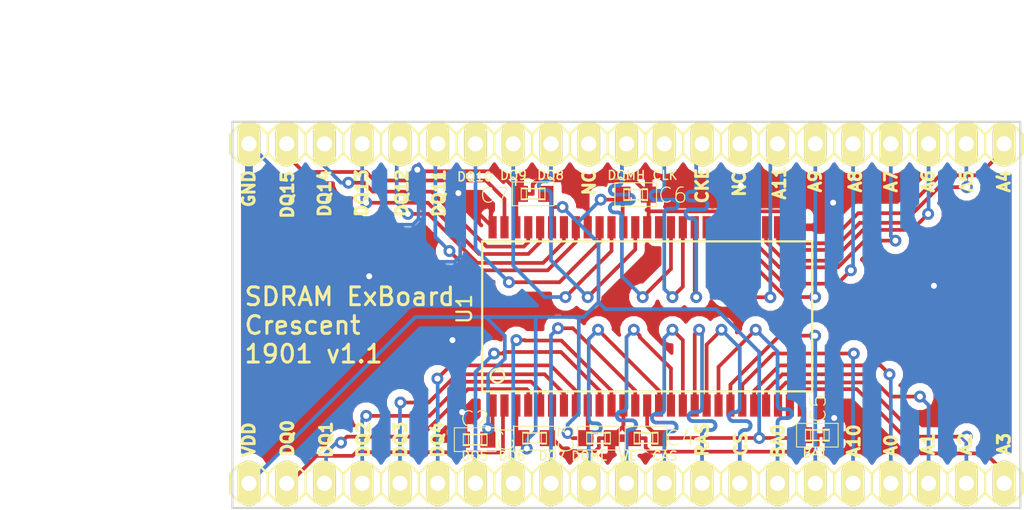
<source format=kicad_pcb>
(kicad_pcb (version 20171130) (host pcbnew "(5.0.2)-1")

  (general
    (thickness 1.6)
    (drawings 49)
    (tracks 908)
    (zones 0)
    (modules 10)
    (nets 41)
  )

  (page A4)
  (title_block
    (title "SDRAM Board")
    (date 2019-01-03)
    (rev v1.0)
    (company Crescent)
  )

  (layers
    (0 F.Cu signal)
    (31 B.Cu signal)
    (32 B.Adhes user)
    (33 F.Adhes user)
    (34 B.Paste user)
    (35 F.Paste user)
    (36 B.SilkS user)
    (37 F.SilkS user)
    (38 B.Mask user)
    (39 F.Mask user)
    (40 Dwgs.User user)
    (41 Cmts.User user)
    (42 Eco1.User user)
    (43 Eco2.User user)
    (44 Edge.Cuts user)
    (45 Margin user)
    (46 B.CrtYd user)
    (47 F.CrtYd user)
    (48 B.Fab user)
    (49 F.Fab user)
  )

  (setup
    (last_trace_width 0.25)
    (trace_clearance 0.2)
    (zone_clearance 0.508)
    (zone_45_only no)
    (trace_min 0.2)
    (segment_width 0.2)
    (edge_width 0.15)
    (via_size 0.8)
    (via_drill 0.4)
    (via_min_size 0.4)
    (via_min_drill 0.3)
    (uvia_size 0.3)
    (uvia_drill 0.1)
    (uvias_allowed no)
    (uvia_min_size 0.2)
    (uvia_min_drill 0.1)
    (pcb_text_width 0.3)
    (pcb_text_size 1.5 1.5)
    (mod_edge_width 0.15)
    (mod_text_size 1 1)
    (mod_text_width 0.15)
    (pad_size 1.524 3.048)
    (pad_drill 1.016)
    (pad_to_mask_clearance 0.051)
    (solder_mask_min_width 0.25)
    (aux_axis_origin 0 0)
    (visible_elements 7FFFFF7F)
    (pcbplotparams
      (layerselection 0x010fc_ffffffff)
      (usegerberextensions true)
      (usegerberattributes false)
      (usegerberadvancedattributes false)
      (creategerberjobfile false)
      (excludeedgelayer true)
      (linewidth 0.150000)
      (plotframeref false)
      (viasonmask false)
      (mode 1)
      (useauxorigin false)
      (hpglpennumber 1)
      (hpglpenspeed 20)
      (hpglpendiameter 15.000000)
      (psnegative false)
      (psa4output false)
      (plotreference true)
      (plotvalue true)
      (plotinvisibletext false)
      (padsonsilk false)
      (subtractmaskfromsilk false)
      (outputformat 1)
      (mirror false)
      (drillshape 0)
      (scaleselection 1)
      (outputdirectory "GERBER/"))
  )

  (net 0 "")
  (net 1 /VDD)
  (net 2 GND)
  (net 3 /DQ0)
  (net 4 /DQ1)
  (net 5 /DQ2)
  (net 6 /DQ3)
  (net 7 /DQ4)
  (net 8 /DQ5)
  (net 9 /DQ6)
  (net 10 /DQ7)
  (net 11 /DQML)
  (net 12 /WE)
  (net 13 /CAS)
  (net 14 /RAS)
  (net 15 /CS)
  (net 16 /BA0)
  (net 17 /BA1)
  (net 18 /A10)
  (net 19 /A0)
  (net 20 /A1)
  (net 21 /A2)
  (net 22 /A3)
  (net 23 /DQ15)
  (net 24 /DQ14)
  (net 25 /DQ13)
  (net 26 /DQ12)
  (net 27 /DQ11)
  (net 28 /DQ10)
  (net 29 /DQ9)
  (net 30 /DQ8)
  (net 31 /DQMH)
  (net 32 /CLK)
  (net 33 /CKE)
  (net 34 /A11)
  (net 35 /A9)
  (net 36 /A8)
  (net 37 /A7)
  (net 38 /A6)
  (net 39 /A5)
  (net 40 /A4)

  (net_class Default "これはデフォルトのネット クラスです。"
    (clearance 0.2)
    (trace_width 0.25)
    (via_dia 0.8)
    (via_drill 0.4)
    (uvia_dia 0.3)
    (uvia_drill 0.1)
    (add_net /A0)
    (add_net /A1)
    (add_net /A10)
    (add_net /A11)
    (add_net /A2)
    (add_net /A3)
    (add_net /A4)
    (add_net /A5)
    (add_net /A6)
    (add_net /A7)
    (add_net /A8)
    (add_net /A9)
    (add_net /BA0)
    (add_net /BA1)
    (add_net /CAS)
    (add_net /CKE)
    (add_net /CLK)
    (add_net /CS)
    (add_net /DQ0)
    (add_net /DQ1)
    (add_net /DQ10)
    (add_net /DQ11)
    (add_net /DQ12)
    (add_net /DQ13)
    (add_net /DQ14)
    (add_net /DQ15)
    (add_net /DQ2)
    (add_net /DQ3)
    (add_net /DQ4)
    (add_net /DQ5)
    (add_net /DQ6)
    (add_net /DQ7)
    (add_net /DQ8)
    (add_net /DQ9)
    (add_net /DQMH)
    (add_net /DQML)
    (add_net /RAS)
    (add_net /VDD)
    (add_net /WE)
    (add_net GND)
  )

  (module pin-head:pinhead-1X22 (layer F.Cu) (tedit 5C2E3A9B) (tstamp 5C301BDA)
    (at 144.78 53.34)
    (descr "PIN HEADER")
    (tags "PIN HEADER")
    (path /5C2F2757)
    (attr virtual)
    (fp_text reference J1 (at -24.8412 -2.4638) (layer F.SilkS) hide
      (effects (font (size 1.27 1.27) (thickness 0.127)))
    )
    (fp_text value Conn_01x21 (at -24.13 2.54) (layer F.SilkS) hide
      (effects (font (size 1.27 1.27) (thickness 0.1016)))
    )
    (fp_line (start 18.796 0.254) (end 19.304 0.254) (layer F.SilkS) (width 0.06604))
    (fp_line (start 19.304 0.254) (end 19.304 -0.254) (layer F.SilkS) (width 0.06604))
    (fp_line (start 18.796 -0.254) (end 19.304 -0.254) (layer F.SilkS) (width 0.06604))
    (fp_line (start 18.796 0.254) (end 18.796 -0.254) (layer F.SilkS) (width 0.06604))
    (fp_line (start 16.256 0.254) (end 16.764 0.254) (layer F.SilkS) (width 0.06604))
    (fp_line (start 16.764 0.254) (end 16.764 -0.254) (layer F.SilkS) (width 0.06604))
    (fp_line (start 16.256 -0.254) (end 16.764 -0.254) (layer F.SilkS) (width 0.06604))
    (fp_line (start 16.256 0.254) (end 16.256 -0.254) (layer F.SilkS) (width 0.06604))
    (fp_line (start 13.716 0.254) (end 14.224 0.254) (layer F.SilkS) (width 0.06604))
    (fp_line (start 14.224 0.254) (end 14.224 -0.254) (layer F.SilkS) (width 0.06604))
    (fp_line (start 13.716 -0.254) (end 14.224 -0.254) (layer F.SilkS) (width 0.06604))
    (fp_line (start 13.716 0.254) (end 13.716 -0.254) (layer F.SilkS) (width 0.06604))
    (fp_line (start 11.176 0.254) (end 11.684 0.254) (layer F.SilkS) (width 0.06604))
    (fp_line (start 11.684 0.254) (end 11.684 -0.254) (layer F.SilkS) (width 0.06604))
    (fp_line (start 11.176 -0.254) (end 11.684 -0.254) (layer F.SilkS) (width 0.06604))
    (fp_line (start 11.176 0.254) (end 11.176 -0.254) (layer F.SilkS) (width 0.06604))
    (fp_line (start 8.636 0.254) (end 9.144 0.254) (layer F.SilkS) (width 0.06604))
    (fp_line (start 9.144 0.254) (end 9.144 -0.254) (layer F.SilkS) (width 0.06604))
    (fp_line (start 8.636 -0.254) (end 9.144 -0.254) (layer F.SilkS) (width 0.06604))
    (fp_line (start 8.636 0.254) (end 8.636 -0.254) (layer F.SilkS) (width 0.06604))
    (fp_line (start 6.096 0.254) (end 6.604 0.254) (layer F.SilkS) (width 0.06604))
    (fp_line (start 6.604 0.254) (end 6.604 -0.254) (layer F.SilkS) (width 0.06604))
    (fp_line (start 6.096 -0.254) (end 6.604 -0.254) (layer F.SilkS) (width 0.06604))
    (fp_line (start 6.096 0.254) (end 6.096 -0.254) (layer F.SilkS) (width 0.06604))
    (fp_line (start 3.556 0.254) (end 4.064 0.254) (layer F.SilkS) (width 0.06604))
    (fp_line (start 4.064 0.254) (end 4.064 -0.254) (layer F.SilkS) (width 0.06604))
    (fp_line (start 3.556 -0.254) (end 4.064 -0.254) (layer F.SilkS) (width 0.06604))
    (fp_line (start 3.556 0.254) (end 3.556 -0.254) (layer F.SilkS) (width 0.06604))
    (fp_line (start 1.016 0.254) (end 1.524 0.254) (layer F.SilkS) (width 0.06604))
    (fp_line (start 1.524 0.254) (end 1.524 -0.254) (layer F.SilkS) (width 0.06604))
    (fp_line (start 1.016 -0.254) (end 1.524 -0.254) (layer F.SilkS) (width 0.06604))
    (fp_line (start 1.016 0.254) (end 1.016 -0.254) (layer F.SilkS) (width 0.06604))
    (fp_line (start -1.524 0.254) (end -1.016 0.254) (layer F.SilkS) (width 0.06604))
    (fp_line (start -1.016 0.254) (end -1.016 -0.254) (layer F.SilkS) (width 0.06604))
    (fp_line (start -1.524 -0.254) (end -1.016 -0.254) (layer F.SilkS) (width 0.06604))
    (fp_line (start -1.524 0.254) (end -1.524 -0.254) (layer F.SilkS) (width 0.06604))
    (fp_line (start -4.064 0.254) (end -3.556 0.254) (layer F.SilkS) (width 0.06604))
    (fp_line (start -3.556 0.254) (end -3.556 -0.254) (layer F.SilkS) (width 0.06604))
    (fp_line (start -4.064 -0.254) (end -3.556 -0.254) (layer F.SilkS) (width 0.06604))
    (fp_line (start -4.064 0.254) (end -4.064 -0.254) (layer F.SilkS) (width 0.06604))
    (fp_line (start -6.604 0.254) (end -6.096 0.254) (layer F.SilkS) (width 0.06604))
    (fp_line (start -6.096 0.254) (end -6.096 -0.254) (layer F.SilkS) (width 0.06604))
    (fp_line (start -6.604 -0.254) (end -6.096 -0.254) (layer F.SilkS) (width 0.06604))
    (fp_line (start -6.604 0.254) (end -6.604 -0.254) (layer F.SilkS) (width 0.06604))
    (fp_line (start -9.144 0.254) (end -8.636 0.254) (layer F.SilkS) (width 0.06604))
    (fp_line (start -8.636 0.254) (end -8.636 -0.254) (layer F.SilkS) (width 0.06604))
    (fp_line (start -9.144 -0.254) (end -8.636 -0.254) (layer F.SilkS) (width 0.06604))
    (fp_line (start -9.144 0.254) (end -9.144 -0.254) (layer F.SilkS) (width 0.06604))
    (fp_line (start -11.684 0.254) (end -11.176 0.254) (layer F.SilkS) (width 0.06604))
    (fp_line (start -11.176 0.254) (end -11.176 -0.254) (layer F.SilkS) (width 0.06604))
    (fp_line (start -11.684 -0.254) (end -11.176 -0.254) (layer F.SilkS) (width 0.06604))
    (fp_line (start -11.684 0.254) (end -11.684 -0.254) (layer F.SilkS) (width 0.06604))
    (fp_line (start -14.224 0.254) (end -13.716 0.254) (layer F.SilkS) (width 0.06604))
    (fp_line (start -13.716 0.254) (end -13.716 -0.254) (layer F.SilkS) (width 0.06604))
    (fp_line (start -14.224 -0.254) (end -13.716 -0.254) (layer F.SilkS) (width 0.06604))
    (fp_line (start -14.224 0.254) (end -14.224 -0.254) (layer F.SilkS) (width 0.06604))
    (fp_line (start -16.764 0.254) (end -16.256 0.254) (layer F.SilkS) (width 0.06604))
    (fp_line (start -16.256 0.254) (end -16.256 -0.254) (layer F.SilkS) (width 0.06604))
    (fp_line (start -16.764 -0.254) (end -16.256 -0.254) (layer F.SilkS) (width 0.06604))
    (fp_line (start -16.764 0.254) (end -16.764 -0.254) (layer F.SilkS) (width 0.06604))
    (fp_line (start -19.304 0.254) (end -18.796 0.254) (layer F.SilkS) (width 0.06604))
    (fp_line (start -18.796 0.254) (end -18.796 -0.254) (layer F.SilkS) (width 0.06604))
    (fp_line (start -19.304 -0.254) (end -18.796 -0.254) (layer F.SilkS) (width 0.06604))
    (fp_line (start -19.304 0.254) (end -19.304 -0.254) (layer F.SilkS) (width 0.06604))
    (fp_line (start -21.844 0.254) (end -21.336 0.254) (layer F.SilkS) (width 0.06604))
    (fp_line (start -21.336 0.254) (end -21.336 -0.254) (layer F.SilkS) (width 0.06604))
    (fp_line (start -21.844 -0.254) (end -21.336 -0.254) (layer F.SilkS) (width 0.06604))
    (fp_line (start -21.844 0.254) (end -21.844 -0.254) (layer F.SilkS) (width 0.06604))
    (fp_line (start -24.384 0.254) (end -23.876 0.254) (layer F.SilkS) (width 0.06604))
    (fp_line (start -23.876 0.254) (end -23.876 -0.254) (layer F.SilkS) (width 0.06604))
    (fp_line (start -24.384 -0.254) (end -23.876 -0.254) (layer F.SilkS) (width 0.06604))
    (fp_line (start -24.384 0.254) (end -24.384 -0.254) (layer F.SilkS) (width 0.06604))
    (fp_line (start -26.924 0.254) (end -26.416 0.254) (layer F.SilkS) (width 0.06604))
    (fp_line (start -26.416 0.254) (end -26.416 -0.254) (layer F.SilkS) (width 0.06604))
    (fp_line (start -26.924 -0.254) (end -26.416 -0.254) (layer F.SilkS) (width 0.06604))
    (fp_line (start -26.924 0.254) (end -26.924 -0.254) (layer F.SilkS) (width 0.06604))
    (fp_line (start 21.336 0.254) (end 21.844 0.254) (layer F.SilkS) (width 0.06604))
    (fp_line (start 21.844 0.254) (end 21.844 -0.254) (layer F.SilkS) (width 0.06604))
    (fp_line (start 21.336 -0.254) (end 21.844 -0.254) (layer F.SilkS) (width 0.06604))
    (fp_line (start 21.336 0.254) (end 21.336 -0.254) (layer F.SilkS) (width 0.06604))
    (fp_line (start 23.876 0.254) (end 24.384 0.254) (layer F.SilkS) (width 0.06604))
    (fp_line (start 24.384 0.254) (end 24.384 -0.254) (layer F.SilkS) (width 0.06604))
    (fp_line (start 23.876 -0.254) (end 24.384 -0.254) (layer F.SilkS) (width 0.06604))
    (fp_line (start 23.876 0.254) (end 23.876 -0.254) (layer F.SilkS) (width 0.06604))
    (fp_line (start 18.415 -1.27) (end 19.685 -1.27) (layer F.SilkS) (width 0.1524))
    (fp_line (start 19.685 -1.27) (end 20.32 -0.635) (layer F.SilkS) (width 0.1524))
    (fp_line (start 20.32 -0.635) (end 20.32 0.635) (layer F.SilkS) (width 0.1524))
    (fp_line (start 20.32 0.635) (end 19.685 1.27) (layer F.SilkS) (width 0.1524))
    (fp_line (start 15.24 -0.635) (end 15.875 -1.27) (layer F.SilkS) (width 0.1524))
    (fp_line (start 15.875 -1.27) (end 17.145 -1.27) (layer F.SilkS) (width 0.1524))
    (fp_line (start 17.145 -1.27) (end 17.78 -0.635) (layer F.SilkS) (width 0.1524))
    (fp_line (start 17.78 -0.635) (end 17.78 0.635) (layer F.SilkS) (width 0.1524))
    (fp_line (start 17.78 0.635) (end 17.145 1.27) (layer F.SilkS) (width 0.1524))
    (fp_line (start 17.145 1.27) (end 15.875 1.27) (layer F.SilkS) (width 0.1524))
    (fp_line (start 15.875 1.27) (end 15.24 0.635) (layer F.SilkS) (width 0.1524))
    (fp_line (start 18.415 -1.27) (end 17.78 -0.635) (layer F.SilkS) (width 0.1524))
    (fp_line (start 17.78 0.635) (end 18.415 1.27) (layer F.SilkS) (width 0.1524))
    (fp_line (start 19.685 1.27) (end 18.415 1.27) (layer F.SilkS) (width 0.1524))
    (fp_line (start 10.795 -1.27) (end 12.065 -1.27) (layer F.SilkS) (width 0.1524))
    (fp_line (start 12.065 -1.27) (end 12.7 -0.635) (layer F.SilkS) (width 0.1524))
    (fp_line (start 12.7 -0.635) (end 12.7 0.635) (layer F.SilkS) (width 0.1524))
    (fp_line (start 12.7 0.635) (end 12.065 1.27) (layer F.SilkS) (width 0.1524))
    (fp_line (start 12.7 -0.635) (end 13.335 -1.27) (layer F.SilkS) (width 0.1524))
    (fp_line (start 13.335 -1.27) (end 14.605 -1.27) (layer F.SilkS) (width 0.1524))
    (fp_line (start 14.605 -1.27) (end 15.24 -0.635) (layer F.SilkS) (width 0.1524))
    (fp_line (start 15.24 -0.635) (end 15.24 0.635) (layer F.SilkS) (width 0.1524))
    (fp_line (start 15.24 0.635) (end 14.605 1.27) (layer F.SilkS) (width 0.1524))
    (fp_line (start 14.605 1.27) (end 13.335 1.27) (layer F.SilkS) (width 0.1524))
    (fp_line (start 13.335 1.27) (end 12.7 0.635) (layer F.SilkS) (width 0.1524))
    (fp_line (start 7.62 -0.635) (end 8.255 -1.27) (layer F.SilkS) (width 0.1524))
    (fp_line (start 8.255 -1.27) (end 9.525 -1.27) (layer F.SilkS) (width 0.1524))
    (fp_line (start 9.525 -1.27) (end 10.16 -0.635) (layer F.SilkS) (width 0.1524))
    (fp_line (start 10.16 -0.635) (end 10.16 0.635) (layer F.SilkS) (width 0.1524))
    (fp_line (start 10.16 0.635) (end 9.525 1.27) (layer F.SilkS) (width 0.1524))
    (fp_line (start 9.525 1.27) (end 8.255 1.27) (layer F.SilkS) (width 0.1524))
    (fp_line (start 8.255 1.27) (end 7.62 0.635) (layer F.SilkS) (width 0.1524))
    (fp_line (start 10.795 -1.27) (end 10.16 -0.635) (layer F.SilkS) (width 0.1524))
    (fp_line (start 10.16 0.635) (end 10.795 1.27) (layer F.SilkS) (width 0.1524))
    (fp_line (start 12.065 1.27) (end 10.795 1.27) (layer F.SilkS) (width 0.1524))
    (fp_line (start 3.175 -1.27) (end 4.445 -1.27) (layer F.SilkS) (width 0.1524))
    (fp_line (start 4.445 -1.27) (end 5.08 -0.635) (layer F.SilkS) (width 0.1524))
    (fp_line (start 5.08 -0.635) (end 5.08 0.635) (layer F.SilkS) (width 0.1524))
    (fp_line (start 5.08 0.635) (end 4.445 1.27) (layer F.SilkS) (width 0.1524))
    (fp_line (start 5.08 -0.635) (end 5.715 -1.27) (layer F.SilkS) (width 0.1524))
    (fp_line (start 5.715 -1.27) (end 6.985 -1.27) (layer F.SilkS) (width 0.1524))
    (fp_line (start 6.985 -1.27) (end 7.62 -0.635) (layer F.SilkS) (width 0.1524))
    (fp_line (start 7.62 -0.635) (end 7.62 0.635) (layer F.SilkS) (width 0.1524))
    (fp_line (start 7.62 0.635) (end 6.985 1.27) (layer F.SilkS) (width 0.1524))
    (fp_line (start 6.985 1.27) (end 5.715 1.27) (layer F.SilkS) (width 0.1524))
    (fp_line (start 5.715 1.27) (end 5.08 0.635) (layer F.SilkS) (width 0.1524))
    (fp_line (start 0 -0.635) (end 0.635 -1.27) (layer F.SilkS) (width 0.1524))
    (fp_line (start 0.635 -1.27) (end 1.905 -1.27) (layer F.SilkS) (width 0.1524))
    (fp_line (start 1.905 -1.27) (end 2.54 -0.635) (layer F.SilkS) (width 0.1524))
    (fp_line (start 2.54 -0.635) (end 2.54 0.635) (layer F.SilkS) (width 0.1524))
    (fp_line (start 2.54 0.635) (end 1.905 1.27) (layer F.SilkS) (width 0.1524))
    (fp_line (start 1.905 1.27) (end 0.635 1.27) (layer F.SilkS) (width 0.1524))
    (fp_line (start 0.635 1.27) (end 0 0.635) (layer F.SilkS) (width 0.1524))
    (fp_line (start 3.175 -1.27) (end 2.54 -0.635) (layer F.SilkS) (width 0.1524))
    (fp_line (start 2.54 0.635) (end 3.175 1.27) (layer F.SilkS) (width 0.1524))
    (fp_line (start 4.445 1.27) (end 3.175 1.27) (layer F.SilkS) (width 0.1524))
    (fp_line (start -4.445 -1.27) (end -3.175 -1.27) (layer F.SilkS) (width 0.1524))
    (fp_line (start -3.175 -1.27) (end -2.54 -0.635) (layer F.SilkS) (width 0.1524))
    (fp_line (start -2.54 -0.635) (end -2.54 0.635) (layer F.SilkS) (width 0.1524))
    (fp_line (start -2.54 0.635) (end -3.175 1.27) (layer F.SilkS) (width 0.1524))
    (fp_line (start -2.54 -0.635) (end -1.905 -1.27) (layer F.SilkS) (width 0.1524))
    (fp_line (start -1.905 -1.27) (end -0.635 -1.27) (layer F.SilkS) (width 0.1524))
    (fp_line (start -0.635 -1.27) (end 0 -0.635) (layer F.SilkS) (width 0.1524))
    (fp_line (start 0 -0.635) (end 0 0.635) (layer F.SilkS) (width 0.1524))
    (fp_line (start 0 0.635) (end -0.635 1.27) (layer F.SilkS) (width 0.1524))
    (fp_line (start -0.635 1.27) (end -1.905 1.27) (layer F.SilkS) (width 0.1524))
    (fp_line (start -1.905 1.27) (end -2.54 0.635) (layer F.SilkS) (width 0.1524))
    (fp_line (start -7.62 -0.635) (end -6.985 -1.27) (layer F.SilkS) (width 0.1524))
    (fp_line (start -6.985 -1.27) (end -5.715 -1.27) (layer F.SilkS) (width 0.1524))
    (fp_line (start -5.715 -1.27) (end -5.08 -0.635) (layer F.SilkS) (width 0.1524))
    (fp_line (start -5.08 -0.635) (end -5.08 0.635) (layer F.SilkS) (width 0.1524))
    (fp_line (start -5.08 0.635) (end -5.715 1.27) (layer F.SilkS) (width 0.1524))
    (fp_line (start -5.715 1.27) (end -6.985 1.27) (layer F.SilkS) (width 0.1524))
    (fp_line (start -6.985 1.27) (end -7.62 0.635) (layer F.SilkS) (width 0.1524))
    (fp_line (start -4.445 -1.27) (end -5.08 -0.635) (layer F.SilkS) (width 0.1524))
    (fp_line (start -5.08 0.635) (end -4.445 1.27) (layer F.SilkS) (width 0.1524))
    (fp_line (start -3.175 1.27) (end -4.445 1.27) (layer F.SilkS) (width 0.1524))
    (fp_line (start -12.065 -1.27) (end -10.795 -1.27) (layer F.SilkS) (width 0.1524))
    (fp_line (start -10.795 -1.27) (end -10.16 -0.635) (layer F.SilkS) (width 0.1524))
    (fp_line (start -10.16 -0.635) (end -10.16 0.635) (layer F.SilkS) (width 0.1524))
    (fp_line (start -10.16 0.635) (end -10.795 1.27) (layer F.SilkS) (width 0.1524))
    (fp_line (start -10.16 -0.635) (end -9.525 -1.27) (layer F.SilkS) (width 0.1524))
    (fp_line (start -9.525 -1.27) (end -8.255 -1.27) (layer F.SilkS) (width 0.1524))
    (fp_line (start -8.255 -1.27) (end -7.62 -0.635) (layer F.SilkS) (width 0.1524))
    (fp_line (start -7.62 -0.635) (end -7.62 0.635) (layer F.SilkS) (width 0.1524))
    (fp_line (start -7.62 0.635) (end -8.255 1.27) (layer F.SilkS) (width 0.1524))
    (fp_line (start -8.255 1.27) (end -9.525 1.27) (layer F.SilkS) (width 0.1524))
    (fp_line (start -9.525 1.27) (end -10.16 0.635) (layer F.SilkS) (width 0.1524))
    (fp_line (start -15.24 -0.635) (end -14.605 -1.27) (layer F.SilkS) (width 0.1524))
    (fp_line (start -14.605 -1.27) (end -13.335 -1.27) (layer F.SilkS) (width 0.1524))
    (fp_line (start -13.335 -1.27) (end -12.7 -0.635) (layer F.SilkS) (width 0.1524))
    (fp_line (start -12.7 -0.635) (end -12.7 0.635) (layer F.SilkS) (width 0.1524))
    (fp_line (start -12.7 0.635) (end -13.335 1.27) (layer F.SilkS) (width 0.1524))
    (fp_line (start -13.335 1.27) (end -14.605 1.27) (layer F.SilkS) (width 0.1524))
    (fp_line (start -14.605 1.27) (end -15.24 0.635) (layer F.SilkS) (width 0.1524))
    (fp_line (start -12.065 -1.27) (end -12.7 -0.635) (layer F.SilkS) (width 0.1524))
    (fp_line (start -12.7 0.635) (end -12.065 1.27) (layer F.SilkS) (width 0.1524))
    (fp_line (start -10.795 1.27) (end -12.065 1.27) (layer F.SilkS) (width 0.1524))
    (fp_line (start -19.685 -1.27) (end -18.415 -1.27) (layer F.SilkS) (width 0.1524))
    (fp_line (start -18.415 -1.27) (end -17.78 -0.635) (layer F.SilkS) (width 0.1524))
    (fp_line (start -17.78 -0.635) (end -17.78 0.635) (layer F.SilkS) (width 0.1524))
    (fp_line (start -17.78 0.635) (end -18.415 1.27) (layer F.SilkS) (width 0.1524))
    (fp_line (start -17.78 -0.635) (end -17.145 -1.27) (layer F.SilkS) (width 0.1524))
    (fp_line (start -17.145 -1.27) (end -15.875 -1.27) (layer F.SilkS) (width 0.1524))
    (fp_line (start -15.875 -1.27) (end -15.24 -0.635) (layer F.SilkS) (width 0.1524))
    (fp_line (start -15.24 -0.635) (end -15.24 0.635) (layer F.SilkS) (width 0.1524))
    (fp_line (start -15.24 0.635) (end -15.875 1.27) (layer F.SilkS) (width 0.1524))
    (fp_line (start -15.875 1.27) (end -17.145 1.27) (layer F.SilkS) (width 0.1524))
    (fp_line (start -17.145 1.27) (end -17.78 0.635) (layer F.SilkS) (width 0.1524))
    (fp_line (start -22.86 -0.635) (end -22.225 -1.27) (layer F.SilkS) (width 0.1524))
    (fp_line (start -22.225 -1.27) (end -20.955 -1.27) (layer F.SilkS) (width 0.1524))
    (fp_line (start -20.955 -1.27) (end -20.32 -0.635) (layer F.SilkS) (width 0.1524))
    (fp_line (start -20.32 -0.635) (end -20.32 0.635) (layer F.SilkS) (width 0.1524))
    (fp_line (start -20.32 0.635) (end -20.955 1.27) (layer F.SilkS) (width 0.1524))
    (fp_line (start -20.955 1.27) (end -22.225 1.27) (layer F.SilkS) (width 0.1524))
    (fp_line (start -22.225 1.27) (end -22.86 0.635) (layer F.SilkS) (width 0.1524))
    (fp_line (start -19.685 -1.27) (end -20.32 -0.635) (layer F.SilkS) (width 0.1524))
    (fp_line (start -20.32 0.635) (end -19.685 1.27) (layer F.SilkS) (width 0.1524))
    (fp_line (start -18.415 1.27) (end -19.685 1.27) (layer F.SilkS) (width 0.1524))
    (fp_line (start -27.305 -1.27) (end -26.035 -1.27) (layer F.SilkS) (width 0.1524))
    (fp_line (start -26.035 -1.27) (end -25.4 -0.635) (layer F.SilkS) (width 0.1524))
    (fp_line (start -25.4 -0.635) (end -25.4 0.635) (layer F.SilkS) (width 0.1524))
    (fp_line (start -25.4 0.635) (end -26.035 1.27) (layer F.SilkS) (width 0.1524))
    (fp_line (start -25.4 -0.635) (end -24.765 -1.27) (layer F.SilkS) (width 0.1524))
    (fp_line (start -24.765 -1.27) (end -23.495 -1.27) (layer F.SilkS) (width 0.1524))
    (fp_line (start -23.495 -1.27) (end -22.86 -0.635) (layer F.SilkS) (width 0.1524))
    (fp_line (start -22.86 -0.635) (end -22.86 0.635) (layer F.SilkS) (width 0.1524))
    (fp_line (start -22.86 0.635) (end -23.495 1.27) (layer F.SilkS) (width 0.1524))
    (fp_line (start -23.495 1.27) (end -24.765 1.27) (layer F.SilkS) (width 0.1524))
    (fp_line (start -24.765 1.27) (end -25.4 0.635) (layer F.SilkS) (width 0.1524))
    (fp_line (start -27.94 -0.635) (end -27.94 0.635) (layer F.SilkS) (width 0.1524))
    (fp_line (start -27.305 -1.27) (end -27.94 -0.635) (layer F.SilkS) (width 0.1524))
    (fp_line (start -27.94 0.635) (end -27.305 1.27) (layer F.SilkS) (width 0.1524))
    (fp_line (start -26.035 1.27) (end -27.305 1.27) (layer F.SilkS) (width 0.1524))
    (fp_line (start 20.955 -1.27) (end 22.225 -1.27) (layer F.SilkS) (width 0.1524))
    (fp_line (start 22.225 -1.27) (end 22.86 -0.635) (layer F.SilkS) (width 0.1524))
    (fp_line (start 22.86 0.635) (end 22.225 1.27) (layer F.SilkS) (width 0.1524))
    (fp_line (start 20.955 -1.27) (end 20.32 -0.635) (layer F.SilkS) (width 0.1524))
    (fp_line (start 20.32 0.635) (end 20.955 1.27) (layer F.SilkS) (width 0.1524))
    (fp_line (start 22.225 1.27) (end 20.955 1.27) (layer F.SilkS) (width 0.1524))
    (fp_line (start 23.495 -1.27) (end 24.765 -1.27) (layer F.SilkS) (width 0.1524))
    (fp_line (start 24.765 -1.27) (end 25.4 -0.635) (layer F.SilkS) (width 0.1524))
    (fp_line (start 25.4 -0.635) (end 25.4 0.635) (layer F.SilkS) (width 0.1524))
    (fp_line (start 25.4 0.635) (end 24.765 1.27) (layer F.SilkS) (width 0.1524))
    (fp_line (start 22.86 -0.635) (end 22.86 0.635) (layer F.SilkS) (width 0.1524))
    (fp_line (start 23.495 -1.27) (end 22.86 -0.635) (layer F.SilkS) (width 0.1524))
    (fp_line (start 22.86 0.635) (end 23.495 1.27) (layer F.SilkS) (width 0.1524))
    (fp_line (start 24.765 1.27) (end 23.495 1.27) (layer F.SilkS) (width 0.1524))
    (pad 1 thru_hole oval (at -26.67 0 180) (size 1.524 3.048) (drill 1.016) (layers *.Cu *.Paste *.Mask F.SilkS)
      (net 1 /VDD))
    (pad 2 thru_hole oval (at -24.13 0 180) (size 1.524 3.048) (drill 1.016) (layers *.Cu *.Paste *.Mask F.SilkS)
      (net 3 /DQ0))
    (pad 3 thru_hole oval (at -21.59 0 180) (size 1.524 3.048) (drill 1.016) (layers *.Cu *.Paste *.Mask F.SilkS)
      (net 4 /DQ1))
    (pad 4 thru_hole oval (at -19.05 0 180) (size 1.524 3.048) (drill 1.016) (layers *.Cu *.Paste *.Mask F.SilkS)
      (net 5 /DQ2))
    (pad 5 thru_hole oval (at -16.51 0 180) (size 1.524 3.048) (drill 1.016) (layers *.Cu *.Paste *.Mask F.SilkS)
      (net 6 /DQ3))
    (pad 6 thru_hole oval (at -13.97 0 180) (size 1.524 3.048) (drill 1.016) (layers *.Cu *.Paste *.Mask F.SilkS)
      (net 7 /DQ4))
    (pad 7 thru_hole oval (at -11.43 0 180) (size 1.524 3.048) (drill 1.016) (layers *.Cu *.Paste *.Mask F.SilkS)
      (net 8 /DQ5))
    (pad 8 thru_hole oval (at -8.89 0 180) (size 1.524 3.048) (drill 1.016) (layers *.Cu *.Paste *.Mask F.SilkS)
      (net 9 /DQ6))
    (pad 9 thru_hole oval (at -6.35 0 180) (size 1.524 3.048) (drill 1.016) (layers *.Cu *.Paste *.Mask F.SilkS)
      (net 10 /DQ7))
    (pad 10 thru_hole oval (at -3.81 0 180) (size 1.524 3.048) (drill 1.016) (layers *.Cu *.Paste *.Mask F.SilkS)
      (net 11 /DQML))
    (pad 11 thru_hole oval (at -1.27 0 180) (size 1.524 3.048) (drill 1.016) (layers *.Cu *.Paste *.Mask F.SilkS)
      (net 12 /WE))
    (pad 12 thru_hole oval (at 1.27 0 180) (size 1.524 3.048) (drill 1.016) (layers *.Cu *.Paste *.Mask F.SilkS)
      (net 13 /CAS))
    (pad 13 thru_hole oval (at 3.81 0 180) (size 1.524 3.048) (drill 1.016) (layers *.Cu *.Paste *.Mask F.SilkS)
      (net 14 /RAS))
    (pad 14 thru_hole oval (at 6.35 0 180) (size 1.524 3.048) (drill 1.016) (layers *.Cu *.Paste *.Mask F.SilkS)
      (net 15 /CS))
    (pad 15 thru_hole oval (at 8.89 0 180) (size 1.524 3.048) (drill 1.016) (layers *.Cu *.Paste *.Mask F.SilkS)
      (net 16 /BA0))
    (pad 16 thru_hole oval (at 11.43 0 180) (size 1.524 3.048) (drill 1.016) (layers *.Cu *.Paste *.Mask F.SilkS)
      (net 17 /BA1))
    (pad 17 thru_hole oval (at 13.97 0 180) (size 1.524 3.048) (drill 1.016) (layers *.Cu *.Paste *.Mask F.SilkS)
      (net 18 /A10))
    (pad 18 thru_hole oval (at 16.51 0 180) (size 1.524 3.048) (drill 1.016) (layers *.Cu *.Paste *.Mask F.SilkS)
      (net 19 /A0))
    (pad 19 thru_hole oval (at 19.05 0 180) (size 1.524 3.048) (drill 1.016) (layers *.Cu *.Paste *.Mask F.SilkS)
      (net 20 /A1))
    (pad 20 thru_hole oval (at 21.59 0 180) (size 1.524 3.048) (drill 1.016) (layers *.Cu *.Paste *.Mask F.SilkS)
      (net 21 /A2))
    (pad 21 thru_hole oval (at 24.13 0 180) (size 1.524 3.048) (drill 1.016) (layers *.Cu *.Paste *.Mask F.SilkS)
      (net 22 /A3))
  )

  (module pin-head:pinhead-1X22 (layer F.Cu) (tedit 5C2E3A7E) (tstamp 5C301CE7)
    (at 142.24 30.48 180)
    (descr "PIN HEADER")
    (tags "PIN HEADER")
    (path /5C30494C)
    (attr virtual)
    (fp_text reference J2 (at -24.8412 -2.4638 180) (layer F.SilkS) hide
      (effects (font (size 1.27 1.27) (thickness 0.127)))
    )
    (fp_text value Conn_01x21 (at -24.13 2.54 180) (layer F.SilkS) hide
      (effects (font (size 1.27 1.27) (thickness 0.1016)))
    )
    (fp_line (start 24.765 1.27) (end 23.495 1.27) (layer F.SilkS) (width 0.1524))
    (fp_line (start 22.86 0.635) (end 23.495 1.27) (layer F.SilkS) (width 0.1524))
    (fp_line (start 23.495 -1.27) (end 22.86 -0.635) (layer F.SilkS) (width 0.1524))
    (fp_line (start 22.86 -0.635) (end 22.86 0.635) (layer F.SilkS) (width 0.1524))
    (fp_line (start 25.4 0.635) (end 24.765 1.27) (layer F.SilkS) (width 0.1524))
    (fp_line (start 25.4 -0.635) (end 25.4 0.635) (layer F.SilkS) (width 0.1524))
    (fp_line (start 24.765 -1.27) (end 25.4 -0.635) (layer F.SilkS) (width 0.1524))
    (fp_line (start 23.495 -1.27) (end 24.765 -1.27) (layer F.SilkS) (width 0.1524))
    (fp_line (start 22.225 1.27) (end 20.955 1.27) (layer F.SilkS) (width 0.1524))
    (fp_line (start 20.32 0.635) (end 20.955 1.27) (layer F.SilkS) (width 0.1524))
    (fp_line (start 20.955 -1.27) (end 20.32 -0.635) (layer F.SilkS) (width 0.1524))
    (fp_line (start 22.86 0.635) (end 22.225 1.27) (layer F.SilkS) (width 0.1524))
    (fp_line (start 22.225 -1.27) (end 22.86 -0.635) (layer F.SilkS) (width 0.1524))
    (fp_line (start 20.955 -1.27) (end 22.225 -1.27) (layer F.SilkS) (width 0.1524))
    (fp_line (start -26.035 1.27) (end -27.305 1.27) (layer F.SilkS) (width 0.1524))
    (fp_line (start -27.94 0.635) (end -27.305 1.27) (layer F.SilkS) (width 0.1524))
    (fp_line (start -27.305 -1.27) (end -27.94 -0.635) (layer F.SilkS) (width 0.1524))
    (fp_line (start -27.94 -0.635) (end -27.94 0.635) (layer F.SilkS) (width 0.1524))
    (fp_line (start -24.765 1.27) (end -25.4 0.635) (layer F.SilkS) (width 0.1524))
    (fp_line (start -23.495 1.27) (end -24.765 1.27) (layer F.SilkS) (width 0.1524))
    (fp_line (start -22.86 0.635) (end -23.495 1.27) (layer F.SilkS) (width 0.1524))
    (fp_line (start -22.86 -0.635) (end -22.86 0.635) (layer F.SilkS) (width 0.1524))
    (fp_line (start -23.495 -1.27) (end -22.86 -0.635) (layer F.SilkS) (width 0.1524))
    (fp_line (start -24.765 -1.27) (end -23.495 -1.27) (layer F.SilkS) (width 0.1524))
    (fp_line (start -25.4 -0.635) (end -24.765 -1.27) (layer F.SilkS) (width 0.1524))
    (fp_line (start -25.4 0.635) (end -26.035 1.27) (layer F.SilkS) (width 0.1524))
    (fp_line (start -25.4 -0.635) (end -25.4 0.635) (layer F.SilkS) (width 0.1524))
    (fp_line (start -26.035 -1.27) (end -25.4 -0.635) (layer F.SilkS) (width 0.1524))
    (fp_line (start -27.305 -1.27) (end -26.035 -1.27) (layer F.SilkS) (width 0.1524))
    (fp_line (start -18.415 1.27) (end -19.685 1.27) (layer F.SilkS) (width 0.1524))
    (fp_line (start -20.32 0.635) (end -19.685 1.27) (layer F.SilkS) (width 0.1524))
    (fp_line (start -19.685 -1.27) (end -20.32 -0.635) (layer F.SilkS) (width 0.1524))
    (fp_line (start -22.225 1.27) (end -22.86 0.635) (layer F.SilkS) (width 0.1524))
    (fp_line (start -20.955 1.27) (end -22.225 1.27) (layer F.SilkS) (width 0.1524))
    (fp_line (start -20.32 0.635) (end -20.955 1.27) (layer F.SilkS) (width 0.1524))
    (fp_line (start -20.32 -0.635) (end -20.32 0.635) (layer F.SilkS) (width 0.1524))
    (fp_line (start -20.955 -1.27) (end -20.32 -0.635) (layer F.SilkS) (width 0.1524))
    (fp_line (start -22.225 -1.27) (end -20.955 -1.27) (layer F.SilkS) (width 0.1524))
    (fp_line (start -22.86 -0.635) (end -22.225 -1.27) (layer F.SilkS) (width 0.1524))
    (fp_line (start -17.145 1.27) (end -17.78 0.635) (layer F.SilkS) (width 0.1524))
    (fp_line (start -15.875 1.27) (end -17.145 1.27) (layer F.SilkS) (width 0.1524))
    (fp_line (start -15.24 0.635) (end -15.875 1.27) (layer F.SilkS) (width 0.1524))
    (fp_line (start -15.24 -0.635) (end -15.24 0.635) (layer F.SilkS) (width 0.1524))
    (fp_line (start -15.875 -1.27) (end -15.24 -0.635) (layer F.SilkS) (width 0.1524))
    (fp_line (start -17.145 -1.27) (end -15.875 -1.27) (layer F.SilkS) (width 0.1524))
    (fp_line (start -17.78 -0.635) (end -17.145 -1.27) (layer F.SilkS) (width 0.1524))
    (fp_line (start -17.78 0.635) (end -18.415 1.27) (layer F.SilkS) (width 0.1524))
    (fp_line (start -17.78 -0.635) (end -17.78 0.635) (layer F.SilkS) (width 0.1524))
    (fp_line (start -18.415 -1.27) (end -17.78 -0.635) (layer F.SilkS) (width 0.1524))
    (fp_line (start -19.685 -1.27) (end -18.415 -1.27) (layer F.SilkS) (width 0.1524))
    (fp_line (start -10.795 1.27) (end -12.065 1.27) (layer F.SilkS) (width 0.1524))
    (fp_line (start -12.7 0.635) (end -12.065 1.27) (layer F.SilkS) (width 0.1524))
    (fp_line (start -12.065 -1.27) (end -12.7 -0.635) (layer F.SilkS) (width 0.1524))
    (fp_line (start -14.605 1.27) (end -15.24 0.635) (layer F.SilkS) (width 0.1524))
    (fp_line (start -13.335 1.27) (end -14.605 1.27) (layer F.SilkS) (width 0.1524))
    (fp_line (start -12.7 0.635) (end -13.335 1.27) (layer F.SilkS) (width 0.1524))
    (fp_line (start -12.7 -0.635) (end -12.7 0.635) (layer F.SilkS) (width 0.1524))
    (fp_line (start -13.335 -1.27) (end -12.7 -0.635) (layer F.SilkS) (width 0.1524))
    (fp_line (start -14.605 -1.27) (end -13.335 -1.27) (layer F.SilkS) (width 0.1524))
    (fp_line (start -15.24 -0.635) (end -14.605 -1.27) (layer F.SilkS) (width 0.1524))
    (fp_line (start -9.525 1.27) (end -10.16 0.635) (layer F.SilkS) (width 0.1524))
    (fp_line (start -8.255 1.27) (end -9.525 1.27) (layer F.SilkS) (width 0.1524))
    (fp_line (start -7.62 0.635) (end -8.255 1.27) (layer F.SilkS) (width 0.1524))
    (fp_line (start -7.62 -0.635) (end -7.62 0.635) (layer F.SilkS) (width 0.1524))
    (fp_line (start -8.255 -1.27) (end -7.62 -0.635) (layer F.SilkS) (width 0.1524))
    (fp_line (start -9.525 -1.27) (end -8.255 -1.27) (layer F.SilkS) (width 0.1524))
    (fp_line (start -10.16 -0.635) (end -9.525 -1.27) (layer F.SilkS) (width 0.1524))
    (fp_line (start -10.16 0.635) (end -10.795 1.27) (layer F.SilkS) (width 0.1524))
    (fp_line (start -10.16 -0.635) (end -10.16 0.635) (layer F.SilkS) (width 0.1524))
    (fp_line (start -10.795 -1.27) (end -10.16 -0.635) (layer F.SilkS) (width 0.1524))
    (fp_line (start -12.065 -1.27) (end -10.795 -1.27) (layer F.SilkS) (width 0.1524))
    (fp_line (start -3.175 1.27) (end -4.445 1.27) (layer F.SilkS) (width 0.1524))
    (fp_line (start -5.08 0.635) (end -4.445 1.27) (layer F.SilkS) (width 0.1524))
    (fp_line (start -4.445 -1.27) (end -5.08 -0.635) (layer F.SilkS) (width 0.1524))
    (fp_line (start -6.985 1.27) (end -7.62 0.635) (layer F.SilkS) (width 0.1524))
    (fp_line (start -5.715 1.27) (end -6.985 1.27) (layer F.SilkS) (width 0.1524))
    (fp_line (start -5.08 0.635) (end -5.715 1.27) (layer F.SilkS) (width 0.1524))
    (fp_line (start -5.08 -0.635) (end -5.08 0.635) (layer F.SilkS) (width 0.1524))
    (fp_line (start -5.715 -1.27) (end -5.08 -0.635) (layer F.SilkS) (width 0.1524))
    (fp_line (start -6.985 -1.27) (end -5.715 -1.27) (layer F.SilkS) (width 0.1524))
    (fp_line (start -7.62 -0.635) (end -6.985 -1.27) (layer F.SilkS) (width 0.1524))
    (fp_line (start -1.905 1.27) (end -2.54 0.635) (layer F.SilkS) (width 0.1524))
    (fp_line (start -0.635 1.27) (end -1.905 1.27) (layer F.SilkS) (width 0.1524))
    (fp_line (start 0 0.635) (end -0.635 1.27) (layer F.SilkS) (width 0.1524))
    (fp_line (start 0 -0.635) (end 0 0.635) (layer F.SilkS) (width 0.1524))
    (fp_line (start -0.635 -1.27) (end 0 -0.635) (layer F.SilkS) (width 0.1524))
    (fp_line (start -1.905 -1.27) (end -0.635 -1.27) (layer F.SilkS) (width 0.1524))
    (fp_line (start -2.54 -0.635) (end -1.905 -1.27) (layer F.SilkS) (width 0.1524))
    (fp_line (start -2.54 0.635) (end -3.175 1.27) (layer F.SilkS) (width 0.1524))
    (fp_line (start -2.54 -0.635) (end -2.54 0.635) (layer F.SilkS) (width 0.1524))
    (fp_line (start -3.175 -1.27) (end -2.54 -0.635) (layer F.SilkS) (width 0.1524))
    (fp_line (start -4.445 -1.27) (end -3.175 -1.27) (layer F.SilkS) (width 0.1524))
    (fp_line (start 4.445 1.27) (end 3.175 1.27) (layer F.SilkS) (width 0.1524))
    (fp_line (start 2.54 0.635) (end 3.175 1.27) (layer F.SilkS) (width 0.1524))
    (fp_line (start 3.175 -1.27) (end 2.54 -0.635) (layer F.SilkS) (width 0.1524))
    (fp_line (start 0.635 1.27) (end 0 0.635) (layer F.SilkS) (width 0.1524))
    (fp_line (start 1.905 1.27) (end 0.635 1.27) (layer F.SilkS) (width 0.1524))
    (fp_line (start 2.54 0.635) (end 1.905 1.27) (layer F.SilkS) (width 0.1524))
    (fp_line (start 2.54 -0.635) (end 2.54 0.635) (layer F.SilkS) (width 0.1524))
    (fp_line (start 1.905 -1.27) (end 2.54 -0.635) (layer F.SilkS) (width 0.1524))
    (fp_line (start 0.635 -1.27) (end 1.905 -1.27) (layer F.SilkS) (width 0.1524))
    (fp_line (start 0 -0.635) (end 0.635 -1.27) (layer F.SilkS) (width 0.1524))
    (fp_line (start 5.715 1.27) (end 5.08 0.635) (layer F.SilkS) (width 0.1524))
    (fp_line (start 6.985 1.27) (end 5.715 1.27) (layer F.SilkS) (width 0.1524))
    (fp_line (start 7.62 0.635) (end 6.985 1.27) (layer F.SilkS) (width 0.1524))
    (fp_line (start 7.62 -0.635) (end 7.62 0.635) (layer F.SilkS) (width 0.1524))
    (fp_line (start 6.985 -1.27) (end 7.62 -0.635) (layer F.SilkS) (width 0.1524))
    (fp_line (start 5.715 -1.27) (end 6.985 -1.27) (layer F.SilkS) (width 0.1524))
    (fp_line (start 5.08 -0.635) (end 5.715 -1.27) (layer F.SilkS) (width 0.1524))
    (fp_line (start 5.08 0.635) (end 4.445 1.27) (layer F.SilkS) (width 0.1524))
    (fp_line (start 5.08 -0.635) (end 5.08 0.635) (layer F.SilkS) (width 0.1524))
    (fp_line (start 4.445 -1.27) (end 5.08 -0.635) (layer F.SilkS) (width 0.1524))
    (fp_line (start 3.175 -1.27) (end 4.445 -1.27) (layer F.SilkS) (width 0.1524))
    (fp_line (start 12.065 1.27) (end 10.795 1.27) (layer F.SilkS) (width 0.1524))
    (fp_line (start 10.16 0.635) (end 10.795 1.27) (layer F.SilkS) (width 0.1524))
    (fp_line (start 10.795 -1.27) (end 10.16 -0.635) (layer F.SilkS) (width 0.1524))
    (fp_line (start 8.255 1.27) (end 7.62 0.635) (layer F.SilkS) (width 0.1524))
    (fp_line (start 9.525 1.27) (end 8.255 1.27) (layer F.SilkS) (width 0.1524))
    (fp_line (start 10.16 0.635) (end 9.525 1.27) (layer F.SilkS) (width 0.1524))
    (fp_line (start 10.16 -0.635) (end 10.16 0.635) (layer F.SilkS) (width 0.1524))
    (fp_line (start 9.525 -1.27) (end 10.16 -0.635) (layer F.SilkS) (width 0.1524))
    (fp_line (start 8.255 -1.27) (end 9.525 -1.27) (layer F.SilkS) (width 0.1524))
    (fp_line (start 7.62 -0.635) (end 8.255 -1.27) (layer F.SilkS) (width 0.1524))
    (fp_line (start 13.335 1.27) (end 12.7 0.635) (layer F.SilkS) (width 0.1524))
    (fp_line (start 14.605 1.27) (end 13.335 1.27) (layer F.SilkS) (width 0.1524))
    (fp_line (start 15.24 0.635) (end 14.605 1.27) (layer F.SilkS) (width 0.1524))
    (fp_line (start 15.24 -0.635) (end 15.24 0.635) (layer F.SilkS) (width 0.1524))
    (fp_line (start 14.605 -1.27) (end 15.24 -0.635) (layer F.SilkS) (width 0.1524))
    (fp_line (start 13.335 -1.27) (end 14.605 -1.27) (layer F.SilkS) (width 0.1524))
    (fp_line (start 12.7 -0.635) (end 13.335 -1.27) (layer F.SilkS) (width 0.1524))
    (fp_line (start 12.7 0.635) (end 12.065 1.27) (layer F.SilkS) (width 0.1524))
    (fp_line (start 12.7 -0.635) (end 12.7 0.635) (layer F.SilkS) (width 0.1524))
    (fp_line (start 12.065 -1.27) (end 12.7 -0.635) (layer F.SilkS) (width 0.1524))
    (fp_line (start 10.795 -1.27) (end 12.065 -1.27) (layer F.SilkS) (width 0.1524))
    (fp_line (start 19.685 1.27) (end 18.415 1.27) (layer F.SilkS) (width 0.1524))
    (fp_line (start 17.78 0.635) (end 18.415 1.27) (layer F.SilkS) (width 0.1524))
    (fp_line (start 18.415 -1.27) (end 17.78 -0.635) (layer F.SilkS) (width 0.1524))
    (fp_line (start 15.875 1.27) (end 15.24 0.635) (layer F.SilkS) (width 0.1524))
    (fp_line (start 17.145 1.27) (end 15.875 1.27) (layer F.SilkS) (width 0.1524))
    (fp_line (start 17.78 0.635) (end 17.145 1.27) (layer F.SilkS) (width 0.1524))
    (fp_line (start 17.78 -0.635) (end 17.78 0.635) (layer F.SilkS) (width 0.1524))
    (fp_line (start 17.145 -1.27) (end 17.78 -0.635) (layer F.SilkS) (width 0.1524))
    (fp_line (start 15.875 -1.27) (end 17.145 -1.27) (layer F.SilkS) (width 0.1524))
    (fp_line (start 15.24 -0.635) (end 15.875 -1.27) (layer F.SilkS) (width 0.1524))
    (fp_line (start 20.32 0.635) (end 19.685 1.27) (layer F.SilkS) (width 0.1524))
    (fp_line (start 20.32 -0.635) (end 20.32 0.635) (layer F.SilkS) (width 0.1524))
    (fp_line (start 19.685 -1.27) (end 20.32 -0.635) (layer F.SilkS) (width 0.1524))
    (fp_line (start 18.415 -1.27) (end 19.685 -1.27) (layer F.SilkS) (width 0.1524))
    (fp_line (start 23.876 0.254) (end 23.876 -0.254) (layer F.SilkS) (width 0.06604))
    (fp_line (start 23.876 -0.254) (end 24.384 -0.254) (layer F.SilkS) (width 0.06604))
    (fp_line (start 24.384 0.254) (end 24.384 -0.254) (layer F.SilkS) (width 0.06604))
    (fp_line (start 23.876 0.254) (end 24.384 0.254) (layer F.SilkS) (width 0.06604))
    (fp_line (start 21.336 0.254) (end 21.336 -0.254) (layer F.SilkS) (width 0.06604))
    (fp_line (start 21.336 -0.254) (end 21.844 -0.254) (layer F.SilkS) (width 0.06604))
    (fp_line (start 21.844 0.254) (end 21.844 -0.254) (layer F.SilkS) (width 0.06604))
    (fp_line (start 21.336 0.254) (end 21.844 0.254) (layer F.SilkS) (width 0.06604))
    (fp_line (start -26.924 0.254) (end -26.924 -0.254) (layer F.SilkS) (width 0.06604))
    (fp_line (start -26.924 -0.254) (end -26.416 -0.254) (layer F.SilkS) (width 0.06604))
    (fp_line (start -26.416 0.254) (end -26.416 -0.254) (layer F.SilkS) (width 0.06604))
    (fp_line (start -26.924 0.254) (end -26.416 0.254) (layer F.SilkS) (width 0.06604))
    (fp_line (start -24.384 0.254) (end -24.384 -0.254) (layer F.SilkS) (width 0.06604))
    (fp_line (start -24.384 -0.254) (end -23.876 -0.254) (layer F.SilkS) (width 0.06604))
    (fp_line (start -23.876 0.254) (end -23.876 -0.254) (layer F.SilkS) (width 0.06604))
    (fp_line (start -24.384 0.254) (end -23.876 0.254) (layer F.SilkS) (width 0.06604))
    (fp_line (start -21.844 0.254) (end -21.844 -0.254) (layer F.SilkS) (width 0.06604))
    (fp_line (start -21.844 -0.254) (end -21.336 -0.254) (layer F.SilkS) (width 0.06604))
    (fp_line (start -21.336 0.254) (end -21.336 -0.254) (layer F.SilkS) (width 0.06604))
    (fp_line (start -21.844 0.254) (end -21.336 0.254) (layer F.SilkS) (width 0.06604))
    (fp_line (start -19.304 0.254) (end -19.304 -0.254) (layer F.SilkS) (width 0.06604))
    (fp_line (start -19.304 -0.254) (end -18.796 -0.254) (layer F.SilkS) (width 0.06604))
    (fp_line (start -18.796 0.254) (end -18.796 -0.254) (layer F.SilkS) (width 0.06604))
    (fp_line (start -19.304 0.254) (end -18.796 0.254) (layer F.SilkS) (width 0.06604))
    (fp_line (start -16.764 0.254) (end -16.764 -0.254) (layer F.SilkS) (width 0.06604))
    (fp_line (start -16.764 -0.254) (end -16.256 -0.254) (layer F.SilkS) (width 0.06604))
    (fp_line (start -16.256 0.254) (end -16.256 -0.254) (layer F.SilkS) (width 0.06604))
    (fp_line (start -16.764 0.254) (end -16.256 0.254) (layer F.SilkS) (width 0.06604))
    (fp_line (start -14.224 0.254) (end -14.224 -0.254) (layer F.SilkS) (width 0.06604))
    (fp_line (start -14.224 -0.254) (end -13.716 -0.254) (layer F.SilkS) (width 0.06604))
    (fp_line (start -13.716 0.254) (end -13.716 -0.254) (layer F.SilkS) (width 0.06604))
    (fp_line (start -14.224 0.254) (end -13.716 0.254) (layer F.SilkS) (width 0.06604))
    (fp_line (start -11.684 0.254) (end -11.684 -0.254) (layer F.SilkS) (width 0.06604))
    (fp_line (start -11.684 -0.254) (end -11.176 -0.254) (layer F.SilkS) (width 0.06604))
    (fp_line (start -11.176 0.254) (end -11.176 -0.254) (layer F.SilkS) (width 0.06604))
    (fp_line (start -11.684 0.254) (end -11.176 0.254) (layer F.SilkS) (width 0.06604))
    (fp_line (start -9.144 0.254) (end -9.144 -0.254) (layer F.SilkS) (width 0.06604))
    (fp_line (start -9.144 -0.254) (end -8.636 -0.254) (layer F.SilkS) (width 0.06604))
    (fp_line (start -8.636 0.254) (end -8.636 -0.254) (layer F.SilkS) (width 0.06604))
    (fp_line (start -9.144 0.254) (end -8.636 0.254) (layer F.SilkS) (width 0.06604))
    (fp_line (start -6.604 0.254) (end -6.604 -0.254) (layer F.SilkS) (width 0.06604))
    (fp_line (start -6.604 -0.254) (end -6.096 -0.254) (layer F.SilkS) (width 0.06604))
    (fp_line (start -6.096 0.254) (end -6.096 -0.254) (layer F.SilkS) (width 0.06604))
    (fp_line (start -6.604 0.254) (end -6.096 0.254) (layer F.SilkS) (width 0.06604))
    (fp_line (start -4.064 0.254) (end -4.064 -0.254) (layer F.SilkS) (width 0.06604))
    (fp_line (start -4.064 -0.254) (end -3.556 -0.254) (layer F.SilkS) (width 0.06604))
    (fp_line (start -3.556 0.254) (end -3.556 -0.254) (layer F.SilkS) (width 0.06604))
    (fp_line (start -4.064 0.254) (end -3.556 0.254) (layer F.SilkS) (width 0.06604))
    (fp_line (start -1.524 0.254) (end -1.524 -0.254) (layer F.SilkS) (width 0.06604))
    (fp_line (start -1.524 -0.254) (end -1.016 -0.254) (layer F.SilkS) (width 0.06604))
    (fp_line (start -1.016 0.254) (end -1.016 -0.254) (layer F.SilkS) (width 0.06604))
    (fp_line (start -1.524 0.254) (end -1.016 0.254) (layer F.SilkS) (width 0.06604))
    (fp_line (start 1.016 0.254) (end 1.016 -0.254) (layer F.SilkS) (width 0.06604))
    (fp_line (start 1.016 -0.254) (end 1.524 -0.254) (layer F.SilkS) (width 0.06604))
    (fp_line (start 1.524 0.254) (end 1.524 -0.254) (layer F.SilkS) (width 0.06604))
    (fp_line (start 1.016 0.254) (end 1.524 0.254) (layer F.SilkS) (width 0.06604))
    (fp_line (start 3.556 0.254) (end 3.556 -0.254) (layer F.SilkS) (width 0.06604))
    (fp_line (start 3.556 -0.254) (end 4.064 -0.254) (layer F.SilkS) (width 0.06604))
    (fp_line (start 4.064 0.254) (end 4.064 -0.254) (layer F.SilkS) (width 0.06604))
    (fp_line (start 3.556 0.254) (end 4.064 0.254) (layer F.SilkS) (width 0.06604))
    (fp_line (start 6.096 0.254) (end 6.096 -0.254) (layer F.SilkS) (width 0.06604))
    (fp_line (start 6.096 -0.254) (end 6.604 -0.254) (layer F.SilkS) (width 0.06604))
    (fp_line (start 6.604 0.254) (end 6.604 -0.254) (layer F.SilkS) (width 0.06604))
    (fp_line (start 6.096 0.254) (end 6.604 0.254) (layer F.SilkS) (width 0.06604))
    (fp_line (start 8.636 0.254) (end 8.636 -0.254) (layer F.SilkS) (width 0.06604))
    (fp_line (start 8.636 -0.254) (end 9.144 -0.254) (layer F.SilkS) (width 0.06604))
    (fp_line (start 9.144 0.254) (end 9.144 -0.254) (layer F.SilkS) (width 0.06604))
    (fp_line (start 8.636 0.254) (end 9.144 0.254) (layer F.SilkS) (width 0.06604))
    (fp_line (start 11.176 0.254) (end 11.176 -0.254) (layer F.SilkS) (width 0.06604))
    (fp_line (start 11.176 -0.254) (end 11.684 -0.254) (layer F.SilkS) (width 0.06604))
    (fp_line (start 11.684 0.254) (end 11.684 -0.254) (layer F.SilkS) (width 0.06604))
    (fp_line (start 11.176 0.254) (end 11.684 0.254) (layer F.SilkS) (width 0.06604))
    (fp_line (start 13.716 0.254) (end 13.716 -0.254) (layer F.SilkS) (width 0.06604))
    (fp_line (start 13.716 -0.254) (end 14.224 -0.254) (layer F.SilkS) (width 0.06604))
    (fp_line (start 14.224 0.254) (end 14.224 -0.254) (layer F.SilkS) (width 0.06604))
    (fp_line (start 13.716 0.254) (end 14.224 0.254) (layer F.SilkS) (width 0.06604))
    (fp_line (start 16.256 0.254) (end 16.256 -0.254) (layer F.SilkS) (width 0.06604))
    (fp_line (start 16.256 -0.254) (end 16.764 -0.254) (layer F.SilkS) (width 0.06604))
    (fp_line (start 16.764 0.254) (end 16.764 -0.254) (layer F.SilkS) (width 0.06604))
    (fp_line (start 16.256 0.254) (end 16.764 0.254) (layer F.SilkS) (width 0.06604))
    (fp_line (start 18.796 0.254) (end 18.796 -0.254) (layer F.SilkS) (width 0.06604))
    (fp_line (start 18.796 -0.254) (end 19.304 -0.254) (layer F.SilkS) (width 0.06604))
    (fp_line (start 19.304 0.254) (end 19.304 -0.254) (layer F.SilkS) (width 0.06604))
    (fp_line (start 18.796 0.254) (end 19.304 0.254) (layer F.SilkS) (width 0.06604))
    (pad 21 thru_hole oval (at 24.13 0) (size 1.524 3.048) (drill 1.016) (layers *.Cu *.Paste *.Mask F.SilkS)
      (net 2 GND))
    (pad 20 thru_hole oval (at 21.59 0) (size 1.524 3.048) (drill 1.016) (layers *.Cu *.Paste *.Mask F.SilkS)
      (net 23 /DQ15))
    (pad 19 thru_hole oval (at 19.05 0) (size 1.524 3.048) (drill 1.016) (layers *.Cu *.Paste *.Mask F.SilkS)
      (net 24 /DQ14))
    (pad 18 thru_hole oval (at 16.51 0) (size 1.524 3.048) (drill 1.016) (layers *.Cu *.Paste *.Mask F.SilkS)
      (net 25 /DQ13))
    (pad 17 thru_hole oval (at 13.97 0) (size 1.524 3.048) (drill 1.016) (layers *.Cu *.Paste *.Mask F.SilkS)
      (net 26 /DQ12))
    (pad 16 thru_hole oval (at 11.43 0) (size 1.524 3.048) (drill 1.016) (layers *.Cu *.Paste *.Mask F.SilkS)
      (net 27 /DQ11))
    (pad 15 thru_hole oval (at 8.89 0) (size 1.524 3.048) (drill 1.016) (layers *.Cu *.Paste *.Mask F.SilkS)
      (net 28 /DQ10))
    (pad 14 thru_hole oval (at 6.35 0) (size 1.524 3.048) (drill 1.016) (layers *.Cu *.Paste *.Mask F.SilkS)
      (net 29 /DQ9))
    (pad 13 thru_hole oval (at 3.81 0) (size 1.524 3.048) (drill 1.016) (layers *.Cu *.Paste *.Mask F.SilkS)
      (net 30 /DQ8))
    (pad 12 thru_hole oval (at 1.27 0) (size 1.524 3.048) (drill 1.016) (layers *.Cu *.Paste *.Mask F.SilkS))
    (pad 11 thru_hole oval (at -1.27 0) (size 1.524 3.048) (drill 1.016) (layers *.Cu *.Paste *.Mask F.SilkS)
      (net 31 /DQMH))
    (pad 10 thru_hole oval (at -3.81 0) (size 1.524 3.048) (drill 1.016) (layers *.Cu *.Paste *.Mask F.SilkS)
      (net 32 /CLK))
    (pad 9 thru_hole oval (at -6.35 0) (size 1.524 3.048) (drill 1.016) (layers *.Cu *.Paste *.Mask F.SilkS)
      (net 33 /CKE))
    (pad 8 thru_hole oval (at -8.89 0) (size 1.524 3.048) (drill 1.016) (layers *.Cu *.Paste *.Mask F.SilkS))
    (pad 7 thru_hole oval (at -11.43 0) (size 1.524 3.048) (drill 1.016) (layers *.Cu *.Paste *.Mask F.SilkS)
      (net 34 /A11))
    (pad 6 thru_hole oval (at -13.97 0) (size 1.524 3.048) (drill 1.016) (layers *.Cu *.Paste *.Mask F.SilkS)
      (net 35 /A9))
    (pad 5 thru_hole oval (at -16.51 0) (size 1.524 3.048) (drill 1.016) (layers *.Cu *.Paste *.Mask F.SilkS)
      (net 36 /A8))
    (pad 4 thru_hole oval (at -19.05 0) (size 1.524 3.048) (drill 1.016) (layers *.Cu *.Paste *.Mask F.SilkS)
      (net 37 /A7))
    (pad 3 thru_hole oval (at -21.59 0) (size 1.524 3.048) (drill 1.016) (layers *.Cu *.Paste *.Mask F.SilkS)
      (net 38 /A6))
    (pad 2 thru_hole oval (at -24.13 0) (size 1.524 3.048) (drill 1.016) (layers *.Cu *.Paste *.Mask F.SilkS)
      (net 39 /A5))
    (pad 1 thru_hole oval (at -26.67 0) (size 1.524 3.048) (drill 1.016) (layers *.Cu *.Paste *.Mask F.SilkS)
      (net 40 /A4))
  )

  (module generic:generic-SMD1608 (layer F.Cu) (tedit 5C2D7880) (tstamp 5C301A55)
    (at 137.326 50.3)
    (descr "1608M 0603")
    (tags "1608M 0603")
    (path /5C2D6D07)
    (attr smd)
    (fp_text reference C1 (at -1.876 -0.04 90) (layer F.SilkS)
      (effects (font (size 1.016 1.016) (thickness 0.0762)))
    )
    (fp_text value 0.1u (at 2.2479 1.14046) (layer F.SilkS) hide
      (effects (font (size 1.016 1.016) (thickness 0.0762)))
    )
    (fp_line (start -0.79756 0.39878) (end -0.44958 0.39878) (layer F.SilkS) (width 0.06604))
    (fp_line (start -0.44958 0.39878) (end -0.44958 -0.39878) (layer F.SilkS) (width 0.06604))
    (fp_line (start -0.79756 -0.39878) (end -0.44958 -0.39878) (layer F.SilkS) (width 0.06604))
    (fp_line (start -0.79756 0.39878) (end -0.79756 -0.39878) (layer F.SilkS) (width 0.06604))
    (fp_line (start 0.44958 0.39878) (end 0.79756 0.39878) (layer F.SilkS) (width 0.06604))
    (fp_line (start 0.79756 0.39878) (end 0.79756 -0.39878) (layer F.SilkS) (width 0.06604))
    (fp_line (start 0.44958 -0.39878) (end 0.79756 -0.39878) (layer F.SilkS) (width 0.06604))
    (fp_line (start 0.44958 0.39878) (end 0.44958 -0.39878) (layer F.SilkS) (width 0.06604))
    (fp_line (start -1.39954 0.79756) (end 1.39954 0.79756) (layer F.SilkS) (width 0.06604))
    (fp_line (start 1.39954 0.79756) (end 1.39954 -0.79756) (layer F.SilkS) (width 0.06604))
    (fp_line (start -1.39954 -0.79756) (end 1.39954 -0.79756) (layer F.SilkS) (width 0.06604))
    (fp_line (start -1.39954 0.79756) (end -1.39954 -0.79756) (layer F.SilkS) (width 0.06604))
    (fp_line (start -0.7239 -0.34798) (end 0.7239 -0.34798) (layer F.SilkS) (width 0.1016))
    (fp_line (start 0.7239 0.34798) (end -0.7239 0.34798) (layer F.SilkS) (width 0.1016))
    (pad 1 smd rect (at -0.87376 0) (size 1.04902 1.0795) (layers F.Cu F.Paste F.Mask)
      (net 1 /VDD))
    (pad 2 smd rect (at 0.87376 0) (size 1.04902 1.0795) (layers F.Cu F.Paste F.Mask)
      (net 2 GND))
  )

  (module generic:generic-SMD1608 (layer F.Cu) (tedit 5C2D78F6) (tstamp 5C2EED07)
    (at 133.32624 50.4 180)
    (descr "1608M 0603")
    (tags "1608M 0603")
    (path /5C2D6DC5)
    (attr smd)
    (fp_text reference C2 (at 0.02624 1.4) (layer F.SilkS)
      (effects (font (size 1.016 1.016) (thickness 0.0762)))
    )
    (fp_text value 0.1u (at 2.2479 1.14046 180) (layer F.SilkS) hide
      (effects (font (size 1.016 1.016) (thickness 0.0762)))
    )
    (fp_line (start 0.7239 0.34798) (end -0.7239 0.34798) (layer F.SilkS) (width 0.1016))
    (fp_line (start -0.7239 -0.34798) (end 0.7239 -0.34798) (layer F.SilkS) (width 0.1016))
    (fp_line (start -1.39954 0.79756) (end -1.39954 -0.79756) (layer F.SilkS) (width 0.06604))
    (fp_line (start -1.39954 -0.79756) (end 1.39954 -0.79756) (layer F.SilkS) (width 0.06604))
    (fp_line (start 1.39954 0.79756) (end 1.39954 -0.79756) (layer F.SilkS) (width 0.06604))
    (fp_line (start -1.39954 0.79756) (end 1.39954 0.79756) (layer F.SilkS) (width 0.06604))
    (fp_line (start 0.44958 0.39878) (end 0.44958 -0.39878) (layer F.SilkS) (width 0.06604))
    (fp_line (start 0.44958 -0.39878) (end 0.79756 -0.39878) (layer F.SilkS) (width 0.06604))
    (fp_line (start 0.79756 0.39878) (end 0.79756 -0.39878) (layer F.SilkS) (width 0.06604))
    (fp_line (start 0.44958 0.39878) (end 0.79756 0.39878) (layer F.SilkS) (width 0.06604))
    (fp_line (start -0.79756 0.39878) (end -0.79756 -0.39878) (layer F.SilkS) (width 0.06604))
    (fp_line (start -0.79756 -0.39878) (end -0.44958 -0.39878) (layer F.SilkS) (width 0.06604))
    (fp_line (start -0.44958 0.39878) (end -0.44958 -0.39878) (layer F.SilkS) (width 0.06604))
    (fp_line (start -0.79756 0.39878) (end -0.44958 0.39878) (layer F.SilkS) (width 0.06604))
    (pad 2 smd rect (at 0.87376 0 180) (size 1.04902 1.0795) (layers F.Cu F.Paste F.Mask)
      (net 2 GND))
    (pad 1 smd rect (at -0.87376 0 180) (size 1.04902 1.0795) (layers F.Cu F.Paste F.Mask)
      (net 1 /VDD))
  )

  (module generic:generic-SMD1608 (layer F.Cu) (tedit 5C2D7925) (tstamp 5C301A7D)
    (at 141.626 50.3)
    (descr "1608M 0603")
    (tags "1608M 0603")
    (path /5C2D6E22)
    (attr smd)
    (fp_text reference C3 (at -2.156 0.05 270) (layer F.SilkS)
      (effects (font (size 1.016 1.016) (thickness 0.0762)))
    )
    (fp_text value 0.1u (at 2.2479 1.14046) (layer F.SilkS) hide
      (effects (font (size 1.016 1.016) (thickness 0.0762)))
    )
    (fp_line (start -0.79756 0.39878) (end -0.44958 0.39878) (layer F.SilkS) (width 0.06604))
    (fp_line (start -0.44958 0.39878) (end -0.44958 -0.39878) (layer F.SilkS) (width 0.06604))
    (fp_line (start -0.79756 -0.39878) (end -0.44958 -0.39878) (layer F.SilkS) (width 0.06604))
    (fp_line (start -0.79756 0.39878) (end -0.79756 -0.39878) (layer F.SilkS) (width 0.06604))
    (fp_line (start 0.44958 0.39878) (end 0.79756 0.39878) (layer F.SilkS) (width 0.06604))
    (fp_line (start 0.79756 0.39878) (end 0.79756 -0.39878) (layer F.SilkS) (width 0.06604))
    (fp_line (start 0.44958 -0.39878) (end 0.79756 -0.39878) (layer F.SilkS) (width 0.06604))
    (fp_line (start 0.44958 0.39878) (end 0.44958 -0.39878) (layer F.SilkS) (width 0.06604))
    (fp_line (start -1.39954 0.79756) (end 1.39954 0.79756) (layer F.SilkS) (width 0.06604))
    (fp_line (start 1.39954 0.79756) (end 1.39954 -0.79756) (layer F.SilkS) (width 0.06604))
    (fp_line (start -1.39954 -0.79756) (end 1.39954 -0.79756) (layer F.SilkS) (width 0.06604))
    (fp_line (start -1.39954 0.79756) (end -1.39954 -0.79756) (layer F.SilkS) (width 0.06604))
    (fp_line (start -0.7239 -0.34798) (end 0.7239 -0.34798) (layer F.SilkS) (width 0.1016))
    (fp_line (start 0.7239 0.34798) (end -0.7239 0.34798) (layer F.SilkS) (width 0.1016))
    (pad 1 smd rect (at -0.87376 0) (size 1.04902 1.0795) (layers F.Cu F.Paste F.Mask)
      (net 1 /VDD))
    (pad 2 smd rect (at 0.87376 0) (size 1.04902 1.0795) (layers F.Cu F.Paste F.Mask)
      (net 2 GND))
  )

  (module generic:generic-SMD1608 (layer F.Cu) (tedit 5C2D7937) (tstamp 5C301A91)
    (at 144.824 50.3 180)
    (descr "1608M 0603")
    (tags "1608M 0603")
    (path /5C2D6E28)
    (attr smd)
    (fp_text reference C4 (at -2.3 0) (layer F.SilkS)
      (effects (font (size 1.016 1.016) (thickness 0.0762)))
    )
    (fp_text value 0.1u (at 2.2479 1.14046 180) (layer F.SilkS) hide
      (effects (font (size 1.016 1.016) (thickness 0.0762)))
    )
    (fp_line (start 0.7239 0.34798) (end -0.7239 0.34798) (layer F.SilkS) (width 0.1016))
    (fp_line (start -0.7239 -0.34798) (end 0.7239 -0.34798) (layer F.SilkS) (width 0.1016))
    (fp_line (start -1.39954 0.79756) (end -1.39954 -0.79756) (layer F.SilkS) (width 0.06604))
    (fp_line (start -1.39954 -0.79756) (end 1.39954 -0.79756) (layer F.SilkS) (width 0.06604))
    (fp_line (start 1.39954 0.79756) (end 1.39954 -0.79756) (layer F.SilkS) (width 0.06604))
    (fp_line (start -1.39954 0.79756) (end 1.39954 0.79756) (layer F.SilkS) (width 0.06604))
    (fp_line (start 0.44958 0.39878) (end 0.44958 -0.39878) (layer F.SilkS) (width 0.06604))
    (fp_line (start 0.44958 -0.39878) (end 0.79756 -0.39878) (layer F.SilkS) (width 0.06604))
    (fp_line (start 0.79756 0.39878) (end 0.79756 -0.39878) (layer F.SilkS) (width 0.06604))
    (fp_line (start 0.44958 0.39878) (end 0.79756 0.39878) (layer F.SilkS) (width 0.06604))
    (fp_line (start -0.79756 0.39878) (end -0.79756 -0.39878) (layer F.SilkS) (width 0.06604))
    (fp_line (start -0.79756 -0.39878) (end -0.44958 -0.39878) (layer F.SilkS) (width 0.06604))
    (fp_line (start -0.44958 0.39878) (end -0.44958 -0.39878) (layer F.SilkS) (width 0.06604))
    (fp_line (start -0.79756 0.39878) (end -0.44958 0.39878) (layer F.SilkS) (width 0.06604))
    (pad 2 smd rect (at 0.87376 0 180) (size 1.04902 1.0795) (layers F.Cu F.Paste F.Mask)
      (net 2 GND))
    (pad 1 smd rect (at -0.87376 0 180) (size 1.04902 1.0795) (layers F.Cu F.Paste F.Mask)
      (net 1 /VDD))
  )

  (module generic:generic-SMD1608 (layer F.Cu) (tedit 5C2D7947) (tstamp 5C301AA5)
    (at 156.35 50.1)
    (descr "1608M 0603")
    (tags "1608M 0603")
    (path /5C2D6EC5)
    (attr smd)
    (fp_text reference C5 (at 0.05 -1.8 90) (layer F.SilkS)
      (effects (font (size 1.016 1.016) (thickness 0.0762)))
    )
    (fp_text value 0.1u (at 2.2479 1.14046) (layer F.SilkS) hide
      (effects (font (size 1.016 1.016) (thickness 0.0762)))
    )
    (fp_line (start -0.79756 0.39878) (end -0.44958 0.39878) (layer F.SilkS) (width 0.06604))
    (fp_line (start -0.44958 0.39878) (end -0.44958 -0.39878) (layer F.SilkS) (width 0.06604))
    (fp_line (start -0.79756 -0.39878) (end -0.44958 -0.39878) (layer F.SilkS) (width 0.06604))
    (fp_line (start -0.79756 0.39878) (end -0.79756 -0.39878) (layer F.SilkS) (width 0.06604))
    (fp_line (start 0.44958 0.39878) (end 0.79756 0.39878) (layer F.SilkS) (width 0.06604))
    (fp_line (start 0.79756 0.39878) (end 0.79756 -0.39878) (layer F.SilkS) (width 0.06604))
    (fp_line (start 0.44958 -0.39878) (end 0.79756 -0.39878) (layer F.SilkS) (width 0.06604))
    (fp_line (start 0.44958 0.39878) (end 0.44958 -0.39878) (layer F.SilkS) (width 0.06604))
    (fp_line (start -1.39954 0.79756) (end 1.39954 0.79756) (layer F.SilkS) (width 0.06604))
    (fp_line (start 1.39954 0.79756) (end 1.39954 -0.79756) (layer F.SilkS) (width 0.06604))
    (fp_line (start -1.39954 -0.79756) (end 1.39954 -0.79756) (layer F.SilkS) (width 0.06604))
    (fp_line (start -1.39954 0.79756) (end -1.39954 -0.79756) (layer F.SilkS) (width 0.06604))
    (fp_line (start -0.7239 -0.34798) (end 0.7239 -0.34798) (layer F.SilkS) (width 0.1016))
    (fp_line (start 0.7239 0.34798) (end -0.7239 0.34798) (layer F.SilkS) (width 0.1016))
    (pad 1 smd rect (at -0.87376 0) (size 1.04902 1.0795) (layers F.Cu F.Paste F.Mask)
      (net 1 /VDD))
    (pad 2 smd rect (at 0.87376 0) (size 1.04902 1.0795) (layers F.Cu F.Paste F.Mask)
      (net 2 GND))
  )

  (module generic:generic-SMD1608 (layer F.Cu) (tedit 5C2D7953) (tstamp 5C301AB9)
    (at 144.126 33.9)
    (descr "1608M 0603")
    (tags "1608M 0603")
    (path /5C2D6ECB)
    (attr smd)
    (fp_text reference C6 (at 2.494 0.04) (layer F.SilkS)
      (effects (font (size 1.016 1.016) (thickness 0.0762)))
    )
    (fp_text value 0.1u (at 2.2479 1.14046) (layer F.SilkS) hide
      (effects (font (size 1.016 1.016) (thickness 0.0762)))
    )
    (fp_line (start 0.7239 0.34798) (end -0.7239 0.34798) (layer F.SilkS) (width 0.1016))
    (fp_line (start -0.7239 -0.34798) (end 0.7239 -0.34798) (layer F.SilkS) (width 0.1016))
    (fp_line (start -1.39954 0.79756) (end -1.39954 -0.79756) (layer F.SilkS) (width 0.06604))
    (fp_line (start -1.39954 -0.79756) (end 1.39954 -0.79756) (layer F.SilkS) (width 0.06604))
    (fp_line (start 1.39954 0.79756) (end 1.39954 -0.79756) (layer F.SilkS) (width 0.06604))
    (fp_line (start -1.39954 0.79756) (end 1.39954 0.79756) (layer F.SilkS) (width 0.06604))
    (fp_line (start 0.44958 0.39878) (end 0.44958 -0.39878) (layer F.SilkS) (width 0.06604))
    (fp_line (start 0.44958 -0.39878) (end 0.79756 -0.39878) (layer F.SilkS) (width 0.06604))
    (fp_line (start 0.79756 0.39878) (end 0.79756 -0.39878) (layer F.SilkS) (width 0.06604))
    (fp_line (start 0.44958 0.39878) (end 0.79756 0.39878) (layer F.SilkS) (width 0.06604))
    (fp_line (start -0.79756 0.39878) (end -0.79756 -0.39878) (layer F.SilkS) (width 0.06604))
    (fp_line (start -0.79756 -0.39878) (end -0.44958 -0.39878) (layer F.SilkS) (width 0.06604))
    (fp_line (start -0.44958 0.39878) (end -0.44958 -0.39878) (layer F.SilkS) (width 0.06604))
    (fp_line (start -0.79756 0.39878) (end -0.44958 0.39878) (layer F.SilkS) (width 0.06604))
    (pad 2 smd rect (at 0.87376 0) (size 1.04902 1.0795) (layers F.Cu F.Paste F.Mask)
      (net 2 GND))
    (pad 1 smd rect (at -0.87376 0) (size 1.04902 1.0795) (layers F.Cu F.Paste F.Mask)
      (net 1 /VDD))
  )

  (module generic:generic-SMD1608 (layer F.Cu) (tedit 5C2D7966) (tstamp 5C301ACD)
    (at 137.226 33.85 180)
    (descr "1608M 0603")
    (tags "1608M 0603")
    (path /5C2D6ED1)
    (attr smd)
    (fp_text reference C7 (at 2.6 -0.1) (layer F.SilkS)
      (effects (font (size 1.016 1.016) (thickness 0.0762)))
    )
    (fp_text value 0.1u (at 2.2479 1.14046 180) (layer F.SilkS) hide
      (effects (font (size 1.016 1.016) (thickness 0.0762)))
    )
    (fp_line (start -0.79756 0.39878) (end -0.44958 0.39878) (layer F.SilkS) (width 0.06604))
    (fp_line (start -0.44958 0.39878) (end -0.44958 -0.39878) (layer F.SilkS) (width 0.06604))
    (fp_line (start -0.79756 -0.39878) (end -0.44958 -0.39878) (layer F.SilkS) (width 0.06604))
    (fp_line (start -0.79756 0.39878) (end -0.79756 -0.39878) (layer F.SilkS) (width 0.06604))
    (fp_line (start 0.44958 0.39878) (end 0.79756 0.39878) (layer F.SilkS) (width 0.06604))
    (fp_line (start 0.79756 0.39878) (end 0.79756 -0.39878) (layer F.SilkS) (width 0.06604))
    (fp_line (start 0.44958 -0.39878) (end 0.79756 -0.39878) (layer F.SilkS) (width 0.06604))
    (fp_line (start 0.44958 0.39878) (end 0.44958 -0.39878) (layer F.SilkS) (width 0.06604))
    (fp_line (start -1.39954 0.79756) (end 1.39954 0.79756) (layer F.SilkS) (width 0.06604))
    (fp_line (start 1.39954 0.79756) (end 1.39954 -0.79756) (layer F.SilkS) (width 0.06604))
    (fp_line (start -1.39954 -0.79756) (end 1.39954 -0.79756) (layer F.SilkS) (width 0.06604))
    (fp_line (start -1.39954 0.79756) (end -1.39954 -0.79756) (layer F.SilkS) (width 0.06604))
    (fp_line (start -0.7239 -0.34798) (end 0.7239 -0.34798) (layer F.SilkS) (width 0.1016))
    (fp_line (start 0.7239 0.34798) (end -0.7239 0.34798) (layer F.SilkS) (width 0.1016))
    (pad 1 smd rect (at -0.87376 0 180) (size 1.04902 1.0795) (layers F.Cu F.Paste F.Mask)
      (net 1 /VDD))
    (pad 2 smd rect (at 0.87376 0 180) (size 1.04902 1.0795) (layers F.Cu F.Paste F.Mask)
      (net 2 GND))
  )

  (module smd:TSOP-54 (layer F.Cu) (tedit 56C6D015) (tstamp 5C2ECE4E)
    (at 134.5 48.1)
    (path /5C2D67F2)
    (fp_text reference U1 (at -1.9 -6.5 90) (layer F.SilkS)
      (effects (font (size 1 1) (thickness 0.15)))
    )
    (fp_text value AS4C4M16SA (at 10.05 -5.8) (layer F.Fab)
      (effects (font (size 1 1) (thickness 0.15)))
    )
    (fp_circle (center 0.323502 -2) (end 0.55 -1.6) (layer F.SilkS) (width 0.15))
    (fp_line (start 21.5 -11.05) (end -0.7 -11.05) (layer F.SilkS) (width 0.15))
    (fp_line (start 21.5 -0.95) (end 21.5 -11.05) (layer F.SilkS) (width 0.15))
    (fp_line (start -0.7 -0.95) (end 21.5 -0.95) (layer F.SilkS) (width 0.15))
    (fp_line (start -0.7 -11.05) (end -0.7 -0.95) (layer F.SilkS) (width 0.15))
    (pad 1 smd rect (at 0 0) (size 0.55 1.5) (layers F.Cu F.Paste F.Mask)
      (net 1 /VDD))
    (pad 2 smd rect (at 0.8 0) (size 0.55 1.5) (layers F.Cu F.Paste F.Mask)
      (net 3 /DQ0))
    (pad 3 smd rect (at 1.6 0) (size 0.55 1.5) (layers F.Cu F.Paste F.Mask)
      (net 1 /VDD))
    (pad 4 smd rect (at 2.4 0) (size 0.55 1.5) (layers F.Cu F.Paste F.Mask)
      (net 4 /DQ1))
    (pad 5 smd rect (at 3.2 0) (size 0.55 1.5) (layers F.Cu F.Paste F.Mask)
      (net 5 /DQ2))
    (pad 6 smd rect (at 4 0) (size 0.55 1.5) (layers F.Cu F.Paste F.Mask)
      (net 2 GND))
    (pad 7 smd rect (at 4.8 0) (size 0.55 1.5) (layers F.Cu F.Paste F.Mask)
      (net 6 /DQ3))
    (pad 8 smd rect (at 5.6 0) (size 0.55 1.5) (layers F.Cu F.Paste F.Mask)
      (net 7 /DQ4))
    (pad 9 smd rect (at 6.4 0) (size 0.55 1.5) (layers F.Cu F.Paste F.Mask)
      (net 1 /VDD))
    (pad 10 smd rect (at 7.2 0) (size 0.55 1.5) (layers F.Cu F.Paste F.Mask)
      (net 8 /DQ5))
    (pad 11 smd rect (at 8 0) (size 0.55 1.5) (layers F.Cu F.Paste F.Mask)
      (net 9 /DQ6))
    (pad 12 smd rect (at 8.8 0) (size 0.55 1.5) (layers F.Cu F.Paste F.Mask)
      (net 2 GND))
    (pad 13 smd rect (at 9.6 0) (size 0.55 1.5) (layers F.Cu F.Paste F.Mask)
      (net 10 /DQ7))
    (pad 14 smd rect (at 10.4 0) (size 0.55 1.5) (layers F.Cu F.Paste F.Mask)
      (net 1 /VDD))
    (pad 15 smd rect (at 11.2 0) (size 0.55 1.5) (layers F.Cu F.Paste F.Mask)
      (net 11 /DQML))
    (pad 16 smd rect (at 12 0) (size 0.55 1.5) (layers F.Cu F.Paste F.Mask)
      (net 12 /WE))
    (pad 17 smd rect (at 12.8 0) (size 0.55 1.5) (layers F.Cu F.Paste F.Mask)
      (net 13 /CAS))
    (pad 18 smd rect (at 13.6 0) (size 0.55 1.5) (layers F.Cu F.Paste F.Mask)
      (net 14 /RAS))
    (pad 19 smd rect (at 14.4 0) (size 0.55 1.5) (layers F.Cu F.Paste F.Mask)
      (net 15 /CS))
    (pad 20 smd rect (at 15.2 0) (size 0.55 1.5) (layers F.Cu F.Paste F.Mask)
      (net 16 /BA0))
    (pad 21 smd rect (at 16 0) (size 0.55 1.5) (layers F.Cu F.Paste F.Mask)
      (net 17 /BA1))
    (pad 22 smd rect (at 16.8 0) (size 0.55 1.5) (layers F.Cu F.Paste F.Mask)
      (net 18 /A10))
    (pad 23 smd rect (at 17.6 0) (size 0.55 1.5) (layers F.Cu F.Paste F.Mask)
      (net 19 /A0))
    (pad 24 smd rect (at 18.4 0) (size 0.55 1.5) (layers F.Cu F.Paste F.Mask)
      (net 20 /A1))
    (pad 25 smd rect (at 19.2 0) (size 0.55 1.5) (layers F.Cu F.Paste F.Mask)
      (net 21 /A2))
    (pad 26 smd rect (at 20 0) (size 0.55 1.5) (layers F.Cu F.Paste F.Mask)
      (net 22 /A3))
    (pad 27 smd rect (at 20.8 0) (size 0.55 1.5) (layers F.Cu F.Paste F.Mask)
      (net 1 /VDD))
    (pad 28 smd rect (at 20.8 -12) (size 0.55 1.5) (layers F.Cu F.Paste F.Mask)
      (net 2 GND))
    (pad 29 smd rect (at 20 -12) (size 0.55 1.5) (layers F.Cu F.Paste F.Mask)
      (net 40 /A4))
    (pad 30 smd rect (at 19.2 -12) (size 0.55 1.5) (layers F.Cu F.Paste F.Mask)
      (net 39 /A5))
    (pad 31 smd rect (at 18.4 -12) (size 0.55 1.5) (layers F.Cu F.Paste F.Mask)
      (net 38 /A6))
    (pad 32 smd rect (at 17.6 -12) (size 0.55 1.5) (layers F.Cu F.Paste F.Mask)
      (net 37 /A7))
    (pad 33 smd rect (at 16.8 -12) (size 0.55 1.5) (layers F.Cu F.Paste F.Mask)
      (net 36 /A8))
    (pad 34 smd rect (at 16 -12) (size 0.55 1.5) (layers F.Cu F.Paste F.Mask)
      (net 35 /A9))
    (pad 35 smd rect (at 15.2 -12) (size 0.55 1.5) (layers F.Cu F.Paste F.Mask)
      (net 34 /A11))
    (pad 36 smd rect (at 14.4 -12) (size 0.55 1.5) (layers F.Cu F.Paste F.Mask))
    (pad 37 smd rect (at 13.6 -12) (size 0.55 1.5) (layers F.Cu F.Paste F.Mask)
      (net 33 /CKE))
    (pad 38 smd rect (at 12.8 -12) (size 0.55 1.5) (layers F.Cu F.Paste F.Mask)
      (net 32 /CLK))
    (pad 39 smd rect (at 12 -12) (size 0.55 1.5) (layers F.Cu F.Paste F.Mask)
      (net 31 /DQMH))
    (pad 40 smd rect (at 11.2 -12) (size 0.55 1.5) (layers F.Cu F.Paste F.Mask))
    (pad 41 smd rect (at 10.4 -12) (size 0.55 1.5) (layers F.Cu F.Paste F.Mask)
      (net 2 GND))
    (pad 42 smd rect (at 9.6 -12) (size 0.55 1.5) (layers F.Cu F.Paste F.Mask)
      (net 30 /DQ8))
    (pad 43 smd rect (at 8.8 -12) (size 0.55 1.5) (layers F.Cu F.Paste F.Mask)
      (net 1 /VDD))
    (pad 44 smd rect (at 8 -12) (size 0.55 1.5) (layers F.Cu F.Paste F.Mask)
      (net 29 /DQ9))
    (pad 45 smd rect (at 7.2 -12) (size 0.55 1.5) (layers F.Cu F.Paste F.Mask)
      (net 28 /DQ10))
    (pad 46 smd rect (at 6.4 -12) (size 0.55 1.5) (layers F.Cu F.Paste F.Mask)
      (net 2 GND))
    (pad 47 smd rect (at 5.6 -12) (size 0.55 1.5) (layers F.Cu F.Paste F.Mask)
      (net 27 /DQ11))
    (pad 48 smd rect (at 4.8 -12) (size 0.55 1.5) (layers F.Cu F.Paste F.Mask)
      (net 26 /DQ12))
    (pad 49 smd rect (at 4 -12) (size 0.55 1.5) (layers F.Cu F.Paste F.Mask)
      (net 1 /VDD))
    (pad 50 smd rect (at 3.2 -12) (size 0.55 1.5) (layers F.Cu F.Paste F.Mask)
      (net 25 /DQ13))
    (pad 51 smd rect (at 2.4 -12) (size 0.55 1.5) (layers F.Cu F.Paste F.Mask)
      (net 24 /DQ14))
    (pad 52 smd rect (at 1.6 -12) (size 0.55 1.5) (layers F.Cu F.Paste F.Mask)
      (net 2 GND))
    (pad 53 smd rect (at 0.8 -12) (size 0.55 1.5) (layers F.Cu F.Paste F.Mask)
      (net 23 /DQ15))
    (pad 54 smd rect (at 0 -12) (size 0.55 1.5) (layers F.Cu F.Paste F.Mask)
      (net 2 GND))
  )

  (dimension 26 (width 0.3) (layer Eco2.User)
    (gr_text "26.000 mm" (at 106.9 42 270) (layer Eco2.User)
      (effects (font (size 1.5 1.5) (thickness 0.3)))
    )
    (feature1 (pts (xy 117 55) (xy 108.413579 55)))
    (feature2 (pts (xy 117 29) (xy 108.413579 29)))
    (crossbar (pts (xy 109 29) (xy 109 55)))
    (arrow1a (pts (xy 109 55) (xy 108.413579 53.873496)))
    (arrow1b (pts (xy 109 55) (xy 109.586421 53.873496)))
    (arrow2a (pts (xy 109 29) (xy 108.413579 30.126504)))
    (arrow2b (pts (xy 109 29) (xy 109.586421 30.126504)))
  )
  (dimension 53 (width 0.3) (layer Eco2.User)
    (gr_text "53.000 mm" (at 143.5 21.9) (layer Eco2.User)
      (effects (font (size 1.5 1.5) (thickness 0.3)))
    )
    (feature1 (pts (xy 117 29) (xy 117 23.413579)))
    (feature2 (pts (xy 170 29) (xy 170 23.413579)))
    (crossbar (pts (xy 170 24) (xy 117 24)))
    (arrow1a (pts (xy 117 24) (xy 118.126504 23.413579)))
    (arrow1b (pts (xy 117 24) (xy 118.126504 24.586421)))
    (arrow2a (pts (xy 170 24) (xy 168.873496 23.413579)))
    (arrow2b (pts (xy 170 24) (xy 168.873496 24.586421)))
  )
  (gr_text CLK (at 146.1 32.6) (layer F.SilkS) (tstamp 5C2E3A39)
    (effects (font (size 0.6 0.6) (thickness 0.1)))
  )
  (gr_text DQMH (at 143.5 32.6) (layer F.SilkS) (tstamp 5C2E3A35)
    (effects (font (size 0.6 0.6) (thickness 0.1)))
  )
  (gr_text NC (at 141 33.1 90) (layer F.SilkS) (tstamp 5C2E3A32)
    (effects (font (size 0.8 0.8) (thickness 0.2)))
  )
  (gr_text DQ8 (at 138.4 32.6) (layer F.SilkS) (tstamp 5C2E3A2B)
    (effects (font (size 0.6 0.6) (thickness 0.1)))
  )
  (gr_text DQ9 (at 135.9 32.6) (layer F.SilkS) (tstamp 5C2E3A27)
    (effects (font (size 0.6 0.6) (thickness 0.1)))
  )
  (gr_text DQ10 (at 133.3 32.7) (layer F.SilkS) (tstamp 5C2E3A23)
    (effects (font (size 0.6 0.6) (thickness 0.1)))
  )
  (gr_text DQ11 (at 130.9 33.8 90) (layer F.SilkS) (tstamp 5C2E3A1C)
    (effects (font (size 0.8 0.8) (thickness 0.2)))
  )
  (gr_text DQ12 (at 128.4 33.8 90) (layer F.SilkS) (tstamp 5C2E3A18)
    (effects (font (size 0.8 0.8) (thickness 0.2)))
  )
  (gr_text DQ13 (at 125.7 33.8 90) (layer F.SilkS) (tstamp 5C2E3A14)
    (effects (font (size 0.8 0.8) (thickness 0.2)))
  )
  (gr_text DQ14 (at 123.2 33.8 90) (layer F.SilkS) (tstamp 5C2E3A10)
    (effects (font (size 0.8 0.8) (thickness 0.2)))
  )
  (gr_text DQ15 (at 120.7 33.9 90) (layer F.SilkS) (tstamp 5C2E3A0B)
    (effects (font (size 0.8 0.8) (thickness 0.2)))
  )
  (gr_text GND (at 118.1 33.5 90) (layer F.SilkS) (tstamp 5C2E3A07)
    (effects (font (size 0.8 0.8) (thickness 0.2)))
  )
  (gr_text CKE (at 148.6 33.3 90) (layer F.SilkS) (tstamp 5C2E39FA)
    (effects (font (size 0.8 0.8) (thickness 0.2)))
  )
  (gr_text NC (at 151.1 33.2 90) (layer F.SilkS) (tstamp 5C2E39F6)
    (effects (font (size 0.8 0.8) (thickness 0.2)))
  )
  (gr_text A11 (at 153.8 33.1 90) (layer F.SilkS) (tstamp 5C2E39F2)
    (effects (font (size 0.8 0.8) (thickness 0.2)))
  )
  (gr_text A9 (at 156.2 33 90) (layer F.SilkS) (tstamp 5C2E39EE)
    (effects (font (size 0.8 0.8) (thickness 0.2)))
  )
  (gr_text A8 (at 158.9 33 90) (layer F.SilkS) (tstamp 5C2E39EA)
    (effects (font (size 0.8 0.8) (thickness 0.2)))
  )
  (gr_text A7 (at 161.3 33 90) (layer F.SilkS) (tstamp 5C2E39E6)
    (effects (font (size 0.8 0.8) (thickness 0.2)))
  )
  (gr_text A6 (at 163.8 33 90) (layer F.SilkS) (tstamp 5C2E39E2)
    (effects (font (size 0.8 0.8) (thickness 0.2)))
  )
  (gr_text A5 (at 166.4 33 90) (layer F.SilkS) (tstamp 5C2E39DE)
    (effects (font (size 0.8 0.8) (thickness 0.2)))
  )
  (gr_text A4 (at 168.9 33 90) (layer F.SilkS) (tstamp 5C2E38C6)
    (effects (font (size 0.8 0.8) (thickness 0.2)))
  )
  (gr_text A3 (at 168.9 50.7 90) (layer F.SilkS) (tstamp 5C2E38B2)
    (effects (font (size 0.8 0.8) (thickness 0.2)))
  )
  (gr_text A2 (at 166.3 50.7 90) (layer F.SilkS) (tstamp 5C2E38AA)
    (effects (font (size 0.8 0.8) (thickness 0.2)))
  )
  (gr_text A1 (at 163.8 50.7 90) (layer F.SilkS) (tstamp 5C2E3894)
    (effects (font (size 0.8 0.8) (thickness 0.2)))
  )
  (gr_text A0 (at 161.3 50.8 90) (layer F.SilkS) (tstamp 5C2E3881)
    (effects (font (size 0.8 0.8) (thickness 0.2)))
  )
  (gr_text A10 (at 158.8 50.5 90) (layer F.SilkS) (tstamp 5C2E387B)
    (effects (font (size 0.8 0.8) (thickness 0.2)))
  )
  (gr_text BA1 (at 156.2 51.3) (layer F.SilkS) (tstamp 5C2E37E6)
    (effects (font (size 0.6 0.6) (thickness 0.1)))
  )
  (gr_text BA0 (at 153.7 50.5 90) (layer F.SilkS) (tstamp 5C2E37D2)
    (effects (font (size 0.8 0.8) (thickness 0.2)))
  )
  (gr_text CS (at 151.2 50.7 90) (layer F.SilkS) (tstamp 5C2E37C7)
    (effects (font (size 0.8 0.8) (thickness 0.2)))
  )
  (gr_text RAS (at 148.6 50.4 90) (layer F.SilkS) (tstamp 5C2E37B6)
    (effects (font (size 0.8 0.8) (thickness 0.2)))
  )
  (gr_text CAS (at 146.1 51.5) (layer F.SilkS) (tstamp 5C2E379D)
    (effects (font (size 0.6 0.6) (thickness 0.1)))
  )
  (gr_text WE (at 143.6 51.5) (layer F.SilkS) (tstamp 5C2E3792)
    (effects (font (size 0.6 0.6) (thickness 0.1)))
  )
  (gr_text DQML (at 141 51.5) (layer F.SilkS) (tstamp 5C2E3784)
    (effects (font (size 0.6 0.6) (thickness 0.1)))
  )
  (gr_text DQ7 (at 138.5 51.5) (layer F.SilkS) (tstamp 5C2E3778)
    (effects (font (size 0.6 0.6) (thickness 0.1)))
  )
  (gr_text DQ6 (at 135.8 51.5) (layer F.SilkS) (tstamp 5C2E376C)
    (effects (font (size 0.6 0.6) (thickness 0.1)))
  )
  (gr_text DQ5 (at 133.3 51.5) (layer F.SilkS) (tstamp 5C2E3750)
    (effects (font (size 0.6 0.6) (thickness 0.1)))
  )
  (gr_text DQ4 (at 130.8 50.4 90) (layer F.SilkS) (tstamp 5C2E374D)
    (effects (font (size 0.8 0.8) (thickness 0.2)))
  )
  (gr_text DQ3 (at 128.3 50.4 90) (layer F.SilkS) (tstamp 5C2E370E)
    (effects (font (size 0.8 0.8) (thickness 0.2)))
  )
  (gr_text DQ2 (at 125.8 50.4 90) (layer F.SilkS) (tstamp 5C2E3701)
    (effects (font (size 0.8 0.8) (thickness 0.2)))
  )
  (gr_text DQ1 (at 123.3 50.4 90) (layer F.SilkS) (tstamp 5C2E36D4)
    (effects (font (size 0.8 0.8) (thickness 0.2)))
  )
  (gr_text DQ0 (at 120.7 50.3 90) (layer F.SilkS) (tstamp 5C2F1B0C)
    (effects (font (size 0.8 0.8) (thickness 0.2)))
  )
  (gr_text VDD (at 118.1 50.4 90) (layer F.SilkS)
    (effects (font (size 0.8 0.8) (thickness 0.2)))
  )
  (gr_text "SDRAM ExBoard \nCrescent \n1901 v1.1" (at 117.7 42.7) (layer F.SilkS)
    (effects (font (size 1.2 1.2) (thickness 0.2)) (justify left))
  )
  (gr_line (start 170 29) (end 117 29) (angle 90) (layer Edge.Cuts) (width 0.15))
  (gr_line (start 170 55) (end 170 29) (angle 90) (layer Edge.Cuts) (width 0.15))
  (gr_line (start 117 55) (end 170 55) (angle 90) (layer Edge.Cuts) (width 0.15))
  (gr_line (start 117 29) (end 117 55) (angle 90) (layer Edge.Cuts) (width 0.15))

  (segment (start 141.6254 41.1482) (end 140.6357 42.1379) (width 0.25) (layer B.Cu) (net 1))
  (segment (start 129.3121 42.1379) (end 118.11 53.34) (width 0.25) (layer B.Cu) (net 1))
  (segment (start 136.4522 50.3) (end 136.452 50.3) (width 0.25) (layer F.Cu) (net 1))
  (segment (start 140.9 48.1) (end 140.9 50.0238) (width 0.25) (layer F.Cu) (net 1))
  (segment (start 140.9 50.0238) (end 141.038 50.1619) (width 0.25) (layer F.Cu) (net 1))
  (segment (start 145.698 50.3) (end 145.698 50.2924) (width 0.25) (layer F.Cu) (net 1))
  (segment (start 145.698 50.2924) (end 145.6978 50.2926) (width 0.25) (layer F.Cu) (net 1))
  (segment (start 145.6978 50.2926) (end 145.6978 50.3) (width 0.25) (layer F.Cu) (net 1))
  (segment (start 140.241 35.7728) (end 141.7764 34.2374) (width 0.25) (layer B.Cu) (net 1))
  (segment (start 141.6254 41.1482) (end 141.6254 37.1572) (width 0.25) (layer B.Cu) (net 1))
  (segment (start 141.6254 37.1572) (end 140.241 35.7728) (width 0.25) (layer B.Cu) (net 1))
  (segment (start 140.241 35.7728) (end 140.2394 35.7728) (width 0.25) (layer B.Cu) (net 1))
  (segment (start 140.2394 35.7728) (end 139.2047 34.7381) (width 0.25) (layer B.Cu) (net 1))
  (segment (start 143.252 34.2374) (end 141.7764 34.2374) (width 0.25) (layer F.Cu) (net 1))
  (segment (start 143.252 34.2374) (end 143.252 34.5749) (width 0.25) (layer F.Cu) (net 1))
  (segment (start 143.252 33.9) (end 143.252 34.2374) (width 0.25) (layer F.Cu) (net 1))
  (segment (start 141.038 50.1619) (end 141.176 50.3) (width 0.25) (layer F.Cu) (net 1))
  (segment (start 141.6254 41.1482) (end 142.0928 41.6156) (width 0.25) (layer B.Cu) (net 1))
  (segment (start 142.0928 41.6156) (end 149.5509 41.6156) (width 0.25) (layer B.Cu) (net 1))
  (segment (start 149.5509 41.6156) (end 152.4374 44.5021) (width 0.25) (layer B.Cu) (net 1))
  (segment (start 152.4374 44.5021) (end 152.4374 50.2886) (width 0.25) (layer B.Cu) (net 1))
  (segment (start 152.4374 50.2886) (end 155.2874 50.2886) (width 0.25) (layer F.Cu) (net 1))
  (segment (start 155.2874 50.2886) (end 155.476 50.1) (width 0.25) (layer F.Cu) (net 1))
  (segment (start 145.698 50.2886) (end 152.4374 50.2886) (width 0.25) (layer F.Cu) (net 1))
  (segment (start 145.698 50.2886) (end 145.698 50.2848) (width 0.25) (layer F.Cu) (net 1))
  (segment (start 145.698 50.2848) (end 144.9 49.4872) (width 0.25) (layer F.Cu) (net 1))
  (segment (start 144.9 49.4872) (end 144.9 48.1) (width 0.25) (layer F.Cu) (net 1))
  (segment (start 145.698 50.2924) (end 145.698 50.2886) (width 0.25) (layer F.Cu) (net 1))
  (segment (start 138.5 34.7381) (end 138.5 36.1) (width 0.25) (layer F.Cu) (net 1))
  (segment (start 138.3 34.05) (end 138.5 34.25) (width 0.25) (layer F.Cu) (net 1))
  (segment (start 138.5 34.25) (end 138.5 34.7381) (width 0.25) (layer F.Cu) (net 1))
  (segment (start 139.2047 34.7381) (end 138.5 34.7381) (width 0.25) (layer F.Cu) (net 1))
  (segment (start 141.038 50.1619) (end 140.8903 50.1619) (width 0.25) (layer F.Cu) (net 1))
  (segment (start 140.8903 50.1619) (end 140.7522 50.3) (width 0.25) (layer F.Cu) (net 1))
  (segment (start 134.462 50.2619) (end 134.4619 50.2619) (width 0.25) (layer F.Cu) (net 1))
  (segment (start 134.4619 50.2619) (end 134.4238 50.3) (width 0.25) (layer F.Cu) (net 1))
  (segment (start 134.462 50.2619) (end 134.424 50.3) (width 0.25) (layer F.Cu) (net 1))
  (segment (start 134.5 48.1) (end 134.5 50.2238) (width 0.25) (layer F.Cu) (net 1))
  (segment (start 134.5 50.2238) (end 134.462 50.2619) (width 0.25) (layer F.Cu) (net 1))
  (segment (start 136.452 50.3) (end 136.1 49.9475) (width 0.25) (layer F.Cu) (net 1))
  (segment (start 136.1 49.9475) (end 136.1 48.1) (width 0.25) (layer F.Cu) (net 1))
  (segment (start 155.476 49.525) (end 155.4762 49.5252) (width 0.25) (layer F.Cu) (net 1))
  (segment (start 155.4762 49.5252) (end 155.4762 50.1) (width 0.25) (layer F.Cu) (net 1))
  (segment (start 155.476 49.525) (end 155.476 48.2762) (width 0.25) (layer F.Cu) (net 1))
  (segment (start 155.476 48.2762) (end 155.3 48.1) (width 0.25) (layer F.Cu) (net 1))
  (segment (start 155.476 50.1) (end 155.476 49.525) (width 0.25) (layer F.Cu) (net 1))
  (segment (start 143.252 34.5749) (end 143.2522 34.5747) (width 0.25) (layer F.Cu) (net 1))
  (segment (start 143.2522 34.5747) (end 143.2522 33.9) (width 0.25) (layer F.Cu) (net 1))
  (segment (start 143.252 34.5749) (end 143.252 36.0525) (width 0.25) (layer F.Cu) (net 1))
  (segment (start 143.252 36.0525) (end 143.3 36.1) (width 0.25) (layer F.Cu) (net 1))
  (segment (start 138.3 34.05) (end 138.2998 34.05) (width 0.25) (layer F.Cu) (net 1))
  (segment (start 138.2998 34.05) (end 138.0998 33.85) (width 0.25) (layer F.Cu) (net 1))
  (segment (start 138.1 33.85) (end 138.3 34.05) (width 0.25) (layer F.Cu) (net 1))
  (segment (start 118.11 52.578) (end 118.11 53.34) (width 0.25) (layer F.Cu) (net 1))
  (via (at 141.7764 34.2374) (size 0.8) (layers F.Cu B.Cu) (net 1))
  (via (at 152.4374 50.2886) (size 0.8) (layers F.Cu B.Cu) (net 1))
  (via (at 139.2047 34.7381) (size 0.8) (layers F.Cu B.Cu) (net 1))
  (via (at 136.8 51) (size 0.8) (drill 0.4) (layers F.Cu B.Cu) (net 1))
  (segment (start 136.45224 50.3) (end 136.45224 50.65224) (width 0.25) (layer F.Cu) (net 1))
  (segment (start 136.45224 50.65224) (end 136.8 51) (width 0.25) (layer F.Cu) (net 1))
  (segment (start 137.4 49.834315) (end 137.4 42.1379) (width 0.25) (layer B.Cu) (net 1))
  (segment (start 136.8 50.434315) (end 137.4 49.834315) (width 0.25) (layer B.Cu) (net 1))
  (segment (start 136.8 51) (end 136.8 50.434315) (width 0.25) (layer B.Cu) (net 1))
  (segment (start 139.6368 42.1379) (end 137.4 42.1379) (width 0.25) (layer B.Cu) (net 1))
  (via (at 134.2 49.65) (size 0.8) (drill 0.4) (layers F.Cu B.Cu) (net 1))
  (segment (start 134.42376 50.3) (end 134.42376 49.87376) (width 0.25) (layer F.Cu) (net 1))
  (segment (start 134.42376 49.87376) (end 134.2 49.65) (width 0.25) (layer F.Cu) (net 1))
  (segment (start 135.325001 43.412901) (end 134.05 42.1379) (width 0.25) (layer B.Cu) (net 1))
  (segment (start 135.325001 44.948001) (end 135.325001 43.412901) (width 0.25) (layer B.Cu) (net 1))
  (segment (start 134.2 46.073002) (end 135.325001 44.948001) (width 0.25) (layer B.Cu) (net 1))
  (segment (start 134.2 49.65) (end 134.2 46.073002) (width 0.25) (layer B.Cu) (net 1))
  (segment (start 137.4 42.1379) (end 134.05 42.1379) (width 0.25) (layer B.Cu) (net 1))
  (segment (start 134.05 42.1379) (end 129.3121 42.1379) (width 0.25) (layer B.Cu) (net 1))
  (via (at 139.55 49.95) (size 0.8) (drill 0.4) (layers F.Cu B.Cu) (net 1))
  (segment (start 140.75224 50.3) (end 139.9 50.3) (width 0.25) (layer F.Cu) (net 1))
  (segment (start 139.9 50.3) (end 139.55 49.95) (width 0.25) (layer F.Cu) (net 1))
  (segment (start 140.3 48.634315) (end 140.3 42.1379) (width 0.25) (layer B.Cu) (net 1))
  (segment (start 139.55 49.384315) (end 140.3 48.634315) (width 0.25) (layer B.Cu) (net 1))
  (segment (start 139.55 49.95) (end 139.55 49.384315) (width 0.25) (layer B.Cu) (net 1))
  (segment (start 140.6357 42.1379) (end 140.3 42.1379) (width 0.25) (layer B.Cu) (net 1))
  (segment (start 140.3 42.1379) (end 139.6368 42.1379) (width 0.25) (layer B.Cu) (net 1))
  (segment (start 138.35 50.15) (end 139.3685 51.1685) (width 0.25) (layer F.Cu) (net 2))
  (segment (start 139.3685 51.1685) (end 141.4188 51.1685) (width 0.25) (layer F.Cu) (net 2))
  (segment (start 141.4188 51.1685) (end 141.65 50.9373) (width 0.25) (layer F.Cu) (net 2))
  (segment (start 141.65 50.9373) (end 141.65 50.3) (width 0.25) (layer F.Cu) (net 2))
  (segment (start 142.4998 50.3) (end 141.65 50.3) (width 0.25) (layer F.Cu) (net 2))
  (segment (start 138.35 50.15) (end 138.3498 50.15) (width 0.25) (layer F.Cu) (net 2))
  (segment (start 138.3498 50.15) (end 138.1998 50.3) (width 0.25) (layer F.Cu) (net 2))
  (segment (start 138.35 50.15) (end 138.5 50) (width 0.25) (layer F.Cu) (net 2))
  (segment (start 138.5 50) (end 138.5 48.1) (width 0.25) (layer F.Cu) (net 2))
  (segment (start 145 35.0246) (end 145 36) (width 0.25) (layer F.Cu) (net 2))
  (segment (start 145 36) (end 144.9 36.1) (width 0.25) (layer F.Cu) (net 2))
  (segment (start 157.2238 50.1) (end 156.374 50.1) (width 0.25) (layer F.Cu) (net 2))
  (segment (start 143.9502 50.3) (end 144.8 50.3) (width 0.25) (layer F.Cu) (net 2))
  (segment (start 144.8 50.3) (end 144.8 50.9373) (width 0.25) (layer F.Cu) (net 2))
  (segment (start 144.8 50.9373) (end 145.0728 51.2101) (width 0.25) (layer F.Cu) (net 2))
  (segment (start 145.0728 51.2101) (end 155.9012 51.2101) (width 0.25) (layer F.Cu) (net 2))
  (segment (start 155.9012 51.2101) (end 156.374 50.7373) (width 0.25) (layer F.Cu) (net 2))
  (segment (start 156.374 50.7373) (end 156.374 50.1) (width 0.25) (layer F.Cu) (net 2))
  (segment (start 143.625 49.975) (end 143.6252 49.975) (width 0.25) (layer F.Cu) (net 2))
  (segment (start 143.6252 49.975) (end 143.9502 50.3) (width 0.25) (layer F.Cu) (net 2))
  (segment (start 142.5 50.2924) (end 142.4998 50.2926) (width 0.25) (layer F.Cu) (net 2))
  (segment (start 142.4998 50.2926) (end 142.4998 50.3) (width 0.25) (layer F.Cu) (net 2))
  (segment (start 140.9 33.0025) (end 140.9 35.0247) (width 0.25) (layer F.Cu) (net 2))
  (segment (start 137.202 33.85) (end 137.202 33.2126) (width 0.25) (layer F.Cu) (net 2))
  (segment (start 137.202 33.2126) (end 137.4719 32.9427) (width 0.25) (layer F.Cu) (net 2))
  (segment (start 137.4719 32.9427) (end 140.8402 32.9427) (width 0.25) (layer F.Cu) (net 2))
  (segment (start 140.8402 32.9427) (end 140.9 33.0025) (width 0.25) (layer F.Cu) (net 2))
  (segment (start 145 33.9) (end 144.1025 33.0025) (width 0.25) (layer F.Cu) (net 2))
  (segment (start 144.1025 33.0025) (end 140.9 33.0025) (width 0.25) (layer F.Cu) (net 2))
  (segment (start 136.3522 33.85) (end 137.202 33.85) (width 0.25) (layer F.Cu) (net 2))
  (segment (start 136.3522 33.85) (end 134.8318 32.3296) (width 0.25) (layer F.Cu) (net 2))
  (segment (start 134.8318 32.3296) (end 129.5464 32.3296) (width 0.25) (layer F.Cu) (net 2))
  (segment (start 129.5464 32.3296) (end 129.4395 32.2227) (width 0.25) (layer F.Cu) (net 2))
  (segment (start 140.9 36.1) (end 140.9 35.0247) (width 0.25) (layer F.Cu) (net 2))
  (segment (start 157.2238 50.1) (end 157.2238 49.2349) (width 0.25) (layer F.Cu) (net 2))
  (segment (start 157.2238 49.2349) (end 157.48 48.9787) (width 0.25) (layer F.Cu) (net 2))
  (segment (start 157.48 48.9787) (end 157.48 48.9406) (width 0.25) (layer F.Cu) (net 2))
  (segment (start 157.4088 34.4429) (end 157.48 34.5141) (width 0.25) (layer B.Cu) (net 2))
  (segment (start 157.4088 34.4429) (end 155.8818 34.4429) (width 0.25) (layer F.Cu) (net 2))
  (segment (start 155.8818 34.4429) (end 155.3 35.0247) (width 0.25) (layer F.Cu) (net 2))
  (segment (start 136.3522 33.85) (end 136.352 33.85) (width 0.25) (layer F.Cu) (net 2))
  (segment (start 142.5 50.2924) (end 142.5 50.2848) (width 0.25) (layer F.Cu) (net 2))
  (segment (start 142.5 50.2848) (end 143.3 49.4848) (width 0.25) (layer F.Cu) (net 2))
  (segment (start 142.5 50.3) (end 142.5 50.2924) (width 0.25) (layer F.Cu) (net 2))
  (segment (start 145 33.9) (end 145 34.5749) (width 0.25) (layer F.Cu) (net 2))
  (segment (start 155.3 36.1) (end 155.3 35.0247) (width 0.25) (layer F.Cu) (net 2))
  (segment (start 145 34.5749) (end 145 35.0246) (width 0.25) (layer F.Cu) (net 2))
  (segment (start 155.3 35.0247) (end 145.0001 35.0247) (width 0.25) (layer F.Cu) (net 2))
  (segment (start 145.0001 35.0247) (end 145 35.0246) (width 0.25) (layer F.Cu) (net 2))
  (segment (start 118.11 30.48) (end 123.5554 35.9254) (width 0.25) (layer B.Cu) (net 2))
  (segment (start 129.1425 35.9254) (end 129.5254 35.5425) (width 0.25) (layer B.Cu) (net 2))
  (segment (start 129.5254 35.5425) (end 129.5254 32.3086) (width 0.25) (layer B.Cu) (net 2))
  (segment (start 129.5254 32.3086) (end 129.4395 32.2227) (width 0.25) (layer B.Cu) (net 2))
  (segment (start 138.2 50.3) (end 138.35 50.15) (width 0.25) (layer F.Cu) (net 2))
  (segment (start 145 34.5749) (end 144.9998 34.5747) (width 0.25) (layer F.Cu) (net 2))
  (segment (start 144.9998 34.5747) (end 144.9998 33.9) (width 0.25) (layer F.Cu) (net 2))
  (segment (start 136.352 33.85) (end 136.1 34.1025) (width 0.25) (layer F.Cu) (net 2))
  (segment (start 136.1 34.1025) (end 136.1 36.1) (width 0.25) (layer F.Cu) (net 2))
  (segment (start 143.625 49.975) (end 143.95 50.3) (width 0.25) (layer F.Cu) (net 2))
  (segment (start 143.3 49.4848) (end 143.3 49.65) (width 0.25) (layer F.Cu) (net 2))
  (segment (start 143.3 49.65) (end 143.625 49.975) (width 0.25) (layer F.Cu) (net 2))
  (segment (start 143.3 49.1) (end 143.3 49.4848) (width 0.25) (layer F.Cu) (net 2))
  (segment (start 143.3 48.1) (end 143.3 49.1) (width 0.25) (layer F.Cu) (net 2))
  (segment (start 143.3 49.4848) (end 143.3 49.1) (width 0.25) (layer F.Cu) (net 2))
  (segment (start 143.3 49.1) (end 143.3 48.1) (width 0.25) (layer F.Cu) (net 2))
  (segment (start 118.11 31.242) (end 118.11 30.48) (width 0.25) (layer F.Cu) (net 2))
  (via (at 157.4088 34.4429) (size 0.8) (layers F.Cu B.Cu) (net 2))
  (via (at 157.48 48.9406) (size 0.8) (layers F.Cu B.Cu) (net 2))
  (via (at 129.4395 32.2227) (size 0.8) (layers F.Cu B.Cu) (net 2))
  (via (at 132.2 33.8) (size 0.8) (drill 0.4) (layers F.Cu B.Cu) (net 2))
  (segment (start 134.5 36.1) (end 132.2 33.8) (width 0.25) (layer F.Cu) (net 2))
  (segment (start 129.499601 38.425001) (end 127 35.9254) (width 0.25) (layer B.Cu) (net 2))
  (segment (start 132.325001 38.048001) (end 131.948001 38.425001) (width 0.25) (layer B.Cu) (net 2))
  (segment (start 132.2 37.226998) (end 132.325001 37.351999) (width 0.25) (layer B.Cu) (net 2))
  (segment (start 132.2 33.8) (end 132.2 37.226998) (width 0.25) (layer B.Cu) (net 2))
  (segment (start 123.5554 35.9254) (end 127 35.9254) (width 0.25) (layer B.Cu) (net 2))
  (segment (start 131.948001 38.425001) (end 129.499601 38.425001) (width 0.25) (layer B.Cu) (net 2))
  (segment (start 132.325001 37.351999) (end 132.325001 38.048001) (width 0.25) (layer B.Cu) (net 2))
  (segment (start 127 35.9254) (end 129.1425 35.9254) (width 0.25) (layer B.Cu) (net 2))
  (via (at 132.45 48.55) (size 0.8) (drill 0.4) (layers F.Cu B.Cu) (net 2))
  (segment (start 132.67624 50.3) (end 132.67624 48.77624) (width 0.25) (layer F.Cu) (net 2))
  (segment (start 132.67624 48.77624) (end 132.45 48.55) (width 0.25) (layer F.Cu) (net 2))
  (via (at 131.8 43.7) (size 0.8) (drill 0.4) (layers F.Cu B.Cu) (net 2))
  (segment (start 132.45 48.55) (end 132.45 44.35) (width 0.25) (layer B.Cu) (net 2))
  (segment (start 132.45 44.35) (end 131.8 43.7) (width 0.25) (layer B.Cu) (net 2))
  (via (at 126.2 39.4) (size 0.8) (drill 0.4) (layers F.Cu B.Cu) (net 2))
  (segment (start 131.8 43.7) (end 130.5 43.7) (width 0.25) (layer F.Cu) (net 2))
  (segment (start 130.5 43.7) (end 126.2 39.4) (width 0.25) (layer F.Cu) (net 2))
  (segment (start 126.2 36.7254) (end 127 35.9254) (width 0.25) (layer B.Cu) (net 2))
  (segment (start 126.2 39.4) (end 126.2 36.7254) (width 0.25) (layer B.Cu) (net 2))
  (via (at 164.19 40.04) (size 0.8) (drill 0.4) (layers F.Cu B.Cu) (net 2))
  (segment (start 162.37 41.86) (end 164.19 40.04) (width 0.25) (layer B.Cu) (net 2))
  (segment (start 157.48 41.86) (end 162.37 41.86) (width 0.25) (layer B.Cu) (net 2))
  (segment (start 157.48 41.86) (end 157.48 48.9406) (width 0.25) (layer B.Cu) (net 2))
  (segment (start 157.48 34.5141) (end 157.48 41.86) (width 0.25) (layer B.Cu) (net 2))
  (segment (start 157.4088 34.4429) (end 152.3429 34.4429) (width 0.25) (layer F.Cu) (net 2))
  (via (at 151.2 33.3) (size 0.8) (drill 0.4) (layers F.Cu B.Cu) (net 2))
  (segment (start 152.3429 34.4429) (end 151.2 33.3) (width 0.25) (layer F.Cu) (net 2) (tstamp 5C2F073E))
  (segment (start 120.65 53.34) (end 120.65 52.85) (width 0.25) (layer B.Cu) (net 3))
  (segment (start 125.086 51.491) (end 122.659 51.491) (width 0.25) (layer F.Cu) (net 3))
  (segment (start 122.659 51.491) (end 120.81 53.34) (width 0.25) (layer F.Cu) (net 3))
  (segment (start 125.327 51.25) (end 125.086 51.491) (width 0.25) (layer F.Cu) (net 3))
  (segment (start 120.81 53.34) (end 120.65 53.34) (width 0.25) (layer F.Cu) (net 3))
  (segment (start 131.667969 51.264751) (end 131.653218 51.25) (width 0.25) (layer F.Cu) (net 3))
  (segment (start 133.400738 51.25) (end 133.251742 51.25) (width 0.25) (layer F.Cu) (net 3))
  (segment (start 131.653218 51.25) (end 125.327 51.25) (width 0.25) (layer F.Cu) (net 3))
  (segment (start 133.415489 51.264751) (end 133.400738 51.25) (width 0.25) (layer F.Cu) (net 3))
  (segment (start 135.2 48.2) (end 135.2 51.173) (width 0.25) (layer F.Cu) (net 3))
  (segment (start 135.3 48.1) (end 135.2 48.2) (width 0.25) (layer F.Cu) (net 3))
  (segment (start 135.2 51.173) (end 135.123 51.25) (width 0.25) (layer F.Cu) (net 3))
  (segment (start 133.236991 51.264751) (end 131.667969 51.264751) (width 0.25) (layer F.Cu) (net 3))
  (segment (start 135.123 51.25) (end 134.999262 51.25) (width 0.25) (layer F.Cu) (net 3))
  (segment (start 134.999262 51.25) (end 134.984511 51.264751) (width 0.25) (layer F.Cu) (net 3))
  (segment (start 133.251742 51.25) (end 133.236991 51.264751) (width 0.25) (layer F.Cu) (net 3))
  (segment (start 134.984511 51.264751) (end 133.415489 51.264751) (width 0.25) (layer F.Cu) (net 3))
  (segment (start 123.19 53.34) (end 123.19 52.578) (width 0.25) (layer B.Cu) (net 4))
  (segment (start 123.19 52.578) (end 123.3 52.468) (width 0.25) (layer B.Cu) (net 4))
  (segment (start 123.3 52.468) (end 123.3 51.3) (width 0.25) (layer B.Cu) (net 4))
  (segment (start 123.3 51.3) (end 124 50.6) (width 0.25) (layer B.Cu) (net 4))
  (segment (start 124 50.6) (end 124.3 50.6) (width 0.25) (layer B.Cu) (net 4))
  (via (at 124.3 50.6) (size 0.8) (layers F.Cu B.Cu) (net 4))
  (segment (start 124.7 50.2) (end 124.3 50.6) (width 0.25) (layer F.Cu) (net 4))
  (segment (start 129.65 50.2) (end 124.7 50.2) (width 0.25) (layer F.Cu) (net 4))
  (segment (start 132.85 47) (end 129.65 50.2) (width 0.25) (layer F.Cu) (net 4))
  (segment (start 136.8 47) (end 132.85 47) (width 0.25) (layer F.Cu) (net 4))
  (segment (start 136.9 48.1) (end 136.9 47.1) (width 0.25) (layer F.Cu) (net 4))
  (segment (start 136.9 47.1) (end 136.8 47) (width 0.25) (layer F.Cu) (net 4))
  (segment (start 125.73 53.34) (end 125.73 49.07) (width 0.25) (layer B.Cu) (net 5))
  (segment (start 125.73 49.07) (end 126 48.8) (width 0.25) (layer B.Cu) (net 5))
  (via (at 126 48.8) (size 0.8) (layers F.Cu B.Cu) (net 5))
  (segment (start 130.25 48.8) (end 126 48.8) (width 0.25) (layer F.Cu) (net 5))
  (segment (start 132.55 46.5) (end 130.25 48.8) (width 0.25) (layer F.Cu) (net 5))
  (segment (start 137.1 46.5) (end 132.55 46.5) (width 0.25) (layer F.Cu) (net 5))
  (segment (start 137.7 48.1) (end 137.7 47.1) (width 0.25) (layer F.Cu) (net 5))
  (segment (start 137.7 47.1) (end 137.1 46.5) (width 0.25) (layer F.Cu) (net 5))
  (segment (start 128.27 53.34) (end 128.27 47.93) (width 0.25) (layer B.Cu) (net 6))
  (segment (start 128.27 47.93) (end 128.3 47.9) (width 0.25) (layer B.Cu) (net 6))
  (via (at 128.3 47.9) (size 0.8) (layers F.Cu B.Cu) (net 6))
  (segment (start 132.1 46) (end 130.2 47.9) (width 0.25) (layer F.Cu) (net 6))
  (segment (start 138 46) (end 132.1 46) (width 0.25) (layer F.Cu) (net 6))
  (segment (start 139.3 47.3) (end 138 46) (width 0.25) (layer F.Cu) (net 6))
  (segment (start 139.3 48.1) (end 139.3 47.3) (width 0.25) (layer F.Cu) (net 6))
  (segment (start 130.2 47.9) (end 128.3 47.9) (width 0.25) (layer F.Cu) (net 6))
  (via (at 130.78734 46.28734) (size 0.8) (drill 0.4) (layers F.Cu B.Cu) (net 7))
  (segment (start 140.1 47.1) (end 138.4 45.4) (width 0.25) (layer F.Cu) (net 7))
  (segment (start 138.4 45.4) (end 131.67468 45.4) (width 0.25) (layer F.Cu) (net 7))
  (segment (start 131.187339 45.887341) (end 130.78734 46.28734) (width 0.25) (layer F.Cu) (net 7))
  (segment (start 131.67468 45.4) (end 131.187339 45.887341) (width 0.25) (layer F.Cu) (net 7))
  (segment (start 140.1 48.1) (end 140.1 47.1) (width 0.25) (layer F.Cu) (net 7))
  (segment (start 130.81 46.31) (end 130.78734 46.28734) (width 0.25) (layer B.Cu) (net 7))
  (segment (start 130.81 53.34) (end 130.81 46.31) (width 0.25) (layer B.Cu) (net 7))
  (segment (start 141.7 48.1) (end 141.7 47.1) (width 0.25) (layer F.Cu) (net 8))
  (segment (start 141.7 47.1) (end 139.1 44.5) (width 0.25) (layer F.Cu) (net 8))
  (segment (start 139.1 44.5) (end 135.266 44.5) (width 0.25) (layer F.Cu) (net 8))
  (segment (start 135.266 44.5) (end 135.166 44.6) (width 0.25) (layer F.Cu) (net 8))
  (segment (start 135.166 44.6) (end 134.6 44.6) (width 0.25) (layer F.Cu) (net 8))
  (segment (start 133.35 53.34) (end 133.35 45.85) (width 0.25) (layer B.Cu) (net 8))
  (segment (start 133.35 45.85) (end 134.6 44.6) (width 0.25) (layer B.Cu) (net 8))
  (via (at 134.6 44.6) (size 0.8) (layers F.Cu B.Cu) (net 8))
  (segment (start 142.5 48.1) (end 142.5 47.1) (width 0.25) (layer F.Cu) (net 9))
  (segment (start 142.5 47.1) (end 139.125 43.725) (width 0.25) (layer F.Cu) (net 9))
  (segment (start 139.125 43.725) (end 136.691 43.725) (width 0.25) (layer F.Cu) (net 9))
  (segment (start 136.691 43.725) (end 136.666 43.7) (width 0.25) (layer F.Cu) (net 9))
  (segment (start 136.666 43.7) (end 136.1 43.7) (width 0.25) (layer F.Cu) (net 9))
  (segment (start 135.89 53.34) (end 135.89 43.91) (width 0.25) (layer B.Cu) (net 9))
  (segment (start 135.89 43.91) (end 136.1 43.7) (width 0.25) (layer B.Cu) (net 9))
  (via (at 136.1 43.7) (size 0.8) (layers F.Cu B.Cu) (net 9))
  (segment (start 144.1 48.1) (end 144.1 47.1) (width 0.25) (layer F.Cu) (net 10))
  (segment (start 144.1 47.1) (end 139.9 42.9) (width 0.25) (layer F.Cu) (net 10))
  (segment (start 139.9 42.9) (end 138.9 42.9) (width 0.25) (layer F.Cu) (net 10))
  (segment (start 138.43 53.34) (end 138.43 43.37) (width 0.25) (layer B.Cu) (net 10))
  (segment (start 138.43 43.37) (end 138.9 42.9) (width 0.25) (layer B.Cu) (net 10))
  (via (at 138.9 42.9) (size 0.8) (layers F.Cu B.Cu) (net 10))
  (segment (start 140.97 53.34) (end 140.97 50.2) (width 0.25) (layer B.Cu) (net 11))
  (segment (start 140.97 50.2) (end 140.978 50.1332) (width 0.25) (layer B.Cu) (net 11))
  (segment (start 140.978 50.1332) (end 141 50.0698) (width 0.25) (layer B.Cu) (net 11))
  (segment (start 141 50.0698) (end 141.035 50.013) (width 0.25) (layer B.Cu) (net 11))
  (segment (start 141.035 50.013) (end 141.083 49.9654) (width 0.25) (layer B.Cu) (net 11))
  (segment (start 141.083 49.9654) (end 141.14 49.9297) (width 0.25) (layer B.Cu) (net 11))
  (segment (start 141.14 49.9297) (end 141.203 49.9075) (width 0.25) (layer B.Cu) (net 11))
  (segment (start 141.203 49.9075) (end 141.27 49.9) (width 0.25) (layer B.Cu) (net 11))
  (segment (start 141.27 49.9) (end 141.48 49.9) (width 0.25) (layer B.Cu) (net 11))
  (segment (start 141.48 49.9) (end 141.547 49.8925) (width 0.25) (layer B.Cu) (net 11))
  (segment (start 141.547 49.8925) (end 141.61 49.8703) (width 0.25) (layer B.Cu) (net 11))
  (segment (start 141.61 49.8703) (end 141.667 49.8345) (width 0.25) (layer B.Cu) (net 11))
  (segment (start 141.667 49.8345) (end 141.714 49.787) (width 0.25) (layer B.Cu) (net 11))
  (segment (start 141.714 49.787) (end 141.75 49.7302) (width 0.25) (layer B.Cu) (net 11))
  (segment (start 141.75 49.7302) (end 141.772 49.6668) (width 0.25) (layer B.Cu) (net 11))
  (segment (start 141.772 49.6668) (end 141.78 49.6) (width 0.25) (layer B.Cu) (net 11))
  (segment (start 141.78 49.6) (end 141.772 49.5332) (width 0.25) (layer B.Cu) (net 11))
  (segment (start 141.772 49.5332) (end 141.75 49.4698) (width 0.25) (layer B.Cu) (net 11))
  (segment (start 141.75 49.4698) (end 141.714 49.413) (width 0.25) (layer B.Cu) (net 11))
  (segment (start 141.714 49.413) (end 141.667 49.3654) (width 0.25) (layer B.Cu) (net 11))
  (segment (start 141.667 49.3654) (end 141.61 49.3297) (width 0.25) (layer B.Cu) (net 11))
  (segment (start 141.61 49.3297) (end 141.547 49.3075) (width 0.25) (layer B.Cu) (net 11))
  (segment (start 141.547 49.3075) (end 141.48 49.3) (width 0.25) (layer B.Cu) (net 11))
  (segment (start 141.48 49.3) (end 141.27 49.3) (width 0.25) (layer B.Cu) (net 11))
  (segment (start 141.27 49.3) (end 141.203 49.2925) (width 0.25) (layer B.Cu) (net 11))
  (segment (start 141.203 49.2925) (end 141.14 49.2703) (width 0.25) (layer B.Cu) (net 11))
  (segment (start 141.14 49.2703) (end 141.083 49.2345) (width 0.25) (layer B.Cu) (net 11))
  (segment (start 141.083 49.2345) (end 141.035 49.187) (width 0.25) (layer B.Cu) (net 11))
  (segment (start 141.035 49.187) (end 141 49.1302) (width 0.25) (layer B.Cu) (net 11))
  (segment (start 141 49.1302) (end 140.978 49.0668) (width 0.25) (layer B.Cu) (net 11))
  (segment (start 140.978 49.0668) (end 140.97 49) (width 0.25) (layer B.Cu) (net 11))
  (segment (start 140.97 49) (end 140.97 43.63) (width 0.25) (layer B.Cu) (net 11))
  (segment (start 140.97 43.63) (end 141.6 43) (width 0.25) (layer B.Cu) (net 11))
  (segment (start 145.7 48.1) (end 145.7 47.1) (width 0.25) (layer F.Cu) (net 11))
  (segment (start 145.7 47.1) (end 141.6 43) (width 0.25) (layer F.Cu) (net 11))
  (via (at 141.6 43) (size 0.8) (layers F.Cu B.Cu) (net 11))
  (segment (start 143.51 53.34) (end 143.51 50) (width 0.25) (layer B.Cu) (net 12))
  (segment (start 143.51 50) (end 143.518 49.9332) (width 0.25) (layer B.Cu) (net 12))
  (segment (start 143.518 49.9332) (end 143.54 49.8698) (width 0.25) (layer B.Cu) (net 12))
  (segment (start 143.54 49.8698) (end 143.575 49.813) (width 0.25) (layer B.Cu) (net 12))
  (segment (start 143.575 49.813) (end 143.623 49.7654) (width 0.25) (layer B.Cu) (net 12))
  (segment (start 143.623 49.7654) (end 143.68 49.7297) (width 0.25) (layer B.Cu) (net 12))
  (segment (start 143.68 49.7297) (end 143.743 49.7075) (width 0.25) (layer B.Cu) (net 12))
  (segment (start 143.743 49.7075) (end 143.81 49.7) (width 0.25) (layer B.Cu) (net 12))
  (segment (start 143.81 49.7) (end 143.86 49.7) (width 0.25) (layer B.Cu) (net 12))
  (segment (start 143.86 49.7) (end 143.927 49.6925) (width 0.25) (layer B.Cu) (net 12))
  (segment (start 143.927 49.6925) (end 143.99 49.6703) (width 0.25) (layer B.Cu) (net 12))
  (segment (start 143.99 49.6703) (end 144.047 49.6345) (width 0.25) (layer B.Cu) (net 12))
  (segment (start 144.047 49.6345) (end 144.095 49.587) (width 0.25) (layer B.Cu) (net 12))
  (segment (start 144.095 49.587) (end 144.13 49.5302) (width 0.25) (layer B.Cu) (net 12))
  (segment (start 144.13 49.5302) (end 144.152 49.4668) (width 0.25) (layer B.Cu) (net 12))
  (segment (start 144.152 49.4668) (end 144.16 49.4) (width 0.25) (layer B.Cu) (net 12))
  (segment (start 144.16 49.4) (end 144.152 49.3332) (width 0.25) (layer B.Cu) (net 12))
  (segment (start 144.152 49.3332) (end 144.13 49.2698) (width 0.25) (layer B.Cu) (net 12))
  (segment (start 144.13 49.2698) (end 144.095 49.213) (width 0.25) (layer B.Cu) (net 12))
  (segment (start 144.095 49.213) (end 144.047 49.1654) (width 0.25) (layer B.Cu) (net 12))
  (segment (start 144.047 49.1654) (end 143.99 49.1297) (width 0.25) (layer B.Cu) (net 12))
  (segment (start 143.99 49.1297) (end 143.927 49.1075) (width 0.25) (layer B.Cu) (net 12))
  (segment (start 143.927 49.1075) (end 143.86 49.1) (width 0.25) (layer B.Cu) (net 12))
  (segment (start 143.86 49.1) (end 143.16 49.1) (width 0.25) (layer B.Cu) (net 12))
  (segment (start 143.16 49.1) (end 143.093 49.0925) (width 0.25) (layer B.Cu) (net 12))
  (segment (start 143.093 49.0925) (end 143.03 49.0703) (width 0.25) (layer B.Cu) (net 12))
  (segment (start 143.03 49.0703) (end 142.973 49.0345) (width 0.25) (layer B.Cu) (net 12))
  (segment (start 142.973 49.0345) (end 142.925 48.987) (width 0.25) (layer B.Cu) (net 12))
  (segment (start 142.925 48.987) (end 142.89 48.9302) (width 0.25) (layer B.Cu) (net 12))
  (segment (start 142.89 48.9302) (end 142.868 48.8668) (width 0.25) (layer B.Cu) (net 12))
  (segment (start 142.868 48.8668) (end 142.86 48.8) (width 0.25) (layer B.Cu) (net 12))
  (segment (start 142.86 48.8) (end 142.868 48.7332) (width 0.25) (layer B.Cu) (net 12))
  (segment (start 142.868 48.7332) (end 142.89 48.6698) (width 0.25) (layer B.Cu) (net 12))
  (segment (start 142.89 48.6698) (end 142.925 48.613) (width 0.25) (layer B.Cu) (net 12))
  (segment (start 142.925 48.613) (end 142.973 48.5654) (width 0.25) (layer B.Cu) (net 12))
  (segment (start 142.973 48.5654) (end 143.03 48.5297) (width 0.25) (layer B.Cu) (net 12))
  (segment (start 143.03 48.5297) (end 143.093 48.5075) (width 0.25) (layer B.Cu) (net 12))
  (segment (start 143.093 48.5075) (end 143.16 48.5) (width 0.25) (layer B.Cu) (net 12))
  (segment (start 143.16 48.5) (end 143.21 48.5) (width 0.25) (layer B.Cu) (net 12))
  (segment (start 143.21 48.5) (end 143.277 48.4925) (width 0.25) (layer B.Cu) (net 12))
  (segment (start 143.277 48.4925) (end 143.34 48.4703) (width 0.25) (layer B.Cu) (net 12))
  (segment (start 143.34 48.4703) (end 143.397 48.4345) (width 0.25) (layer B.Cu) (net 12))
  (segment (start 143.397 48.4345) (end 143.445 48.387) (width 0.25) (layer B.Cu) (net 12))
  (segment (start 143.445 48.387) (end 143.48 48.3302) (width 0.25) (layer B.Cu) (net 12))
  (segment (start 143.48 48.3302) (end 143.502 48.2668) (width 0.25) (layer B.Cu) (net 12))
  (segment (start 143.502 48.2668) (end 143.51 48.2) (width 0.25) (layer B.Cu) (net 12))
  (segment (start 143.51 48.2) (end 143.51 43.49) (width 0.25) (layer B.Cu) (net 12))
  (segment (start 143.51 43.49) (end 144 43) (width 0.25) (layer B.Cu) (net 12))
  (segment (start 146.5 48.1) (end 146.5 45.6) (width 0.25) (layer F.Cu) (net 12))
  (segment (start 146.5 45.6) (end 144.4 43.5) (width 0.25) (layer F.Cu) (net 12))
  (segment (start 144.4 43.5) (end 144.4 43.4) (width 0.25) (layer F.Cu) (net 12))
  (segment (start 144.4 43.4) (end 144 43) (width 0.25) (layer F.Cu) (net 12))
  (via (at 144 43) (size 0.8) (layers F.Cu B.Cu) (net 12))
  (segment (start 146.05 53.34) (end 146.05 50.15) (width 0.25) (layer B.Cu) (net 13))
  (segment (start 146.05 50.15) (end 146.058 50.0832) (width 0.25) (layer B.Cu) (net 13))
  (segment (start 146.058 50.0832) (end 146.08 50.0198) (width 0.25) (layer B.Cu) (net 13))
  (segment (start 146.08 50.0198) (end 146.115 49.963) (width 0.25) (layer B.Cu) (net 13))
  (segment (start 146.115 49.963) (end 146.163 49.9154) (width 0.25) (layer B.Cu) (net 13))
  (segment (start 146.163 49.9154) (end 146.22 49.8797) (width 0.25) (layer B.Cu) (net 13))
  (segment (start 146.22 49.8797) (end 146.283 49.8575) (width 0.25) (layer B.Cu) (net 13))
  (segment (start 146.283 49.8575) (end 146.35 49.85) (width 0.25) (layer B.Cu) (net 13))
  (segment (start 146.35 49.85) (end 146.58 49.85) (width 0.25) (layer B.Cu) (net 13))
  (segment (start 146.58 49.85) (end 146.647 49.8425) (width 0.25) (layer B.Cu) (net 13))
  (segment (start 146.647 49.8425) (end 146.71 49.8203) (width 0.25) (layer B.Cu) (net 13))
  (segment (start 146.71 49.8203) (end 146.767 49.7845) (width 0.25) (layer B.Cu) (net 13))
  (segment (start 146.767 49.7845) (end 146.815 49.737) (width 0.25) (layer B.Cu) (net 13))
  (segment (start 146.815 49.737) (end 146.85 49.6802) (width 0.25) (layer B.Cu) (net 13))
  (segment (start 146.85 49.6802) (end 146.873 49.6168) (width 0.25) (layer B.Cu) (net 13))
  (segment (start 146.873 49.6168) (end 146.88 49.55) (width 0.25) (layer B.Cu) (net 13))
  (segment (start 146.88 49.55) (end 146.873 49.4832) (width 0.25) (layer B.Cu) (net 13))
  (segment (start 146.873 49.4832) (end 146.85 49.4198) (width 0.25) (layer B.Cu) (net 13))
  (segment (start 146.85 49.4198) (end 146.815 49.363) (width 0.25) (layer B.Cu) (net 13))
  (segment (start 146.815 49.363) (end 146.767 49.3154) (width 0.25) (layer B.Cu) (net 13))
  (segment (start 146.767 49.3154) (end 146.71 49.2797) (width 0.25) (layer B.Cu) (net 13))
  (segment (start 146.71 49.2797) (end 146.647 49.2575) (width 0.25) (layer B.Cu) (net 13))
  (segment (start 146.647 49.2575) (end 146.58 49.25) (width 0.25) (layer B.Cu) (net 13))
  (segment (start 146.58 49.25) (end 145.52 49.25) (width 0.25) (layer B.Cu) (net 13))
  (segment (start 145.52 49.25) (end 145.453 49.2425) (width 0.25) (layer B.Cu) (net 13))
  (segment (start 145.453 49.2425) (end 145.39 49.2203) (width 0.25) (layer B.Cu) (net 13))
  (segment (start 145.39 49.2203) (end 145.333 49.1845) (width 0.25) (layer B.Cu) (net 13))
  (segment (start 145.333 49.1845) (end 145.285 49.137) (width 0.25) (layer B.Cu) (net 13))
  (segment (start 145.285 49.137) (end 145.25 49.0802) (width 0.25) (layer B.Cu) (net 13))
  (segment (start 145.25 49.0802) (end 145.227 49.0168) (width 0.25) (layer B.Cu) (net 13))
  (segment (start 145.227 49.0168) (end 145.22 48.95) (width 0.25) (layer B.Cu) (net 13))
  (segment (start 145.22 48.95) (end 145.227 48.8832) (width 0.25) (layer B.Cu) (net 13))
  (segment (start 145.227 48.8832) (end 145.25 48.8198) (width 0.25) (layer B.Cu) (net 13))
  (segment (start 145.25 48.8198) (end 145.285 48.763) (width 0.25) (layer B.Cu) (net 13))
  (segment (start 145.285 48.763) (end 145.333 48.7154) (width 0.25) (layer B.Cu) (net 13))
  (segment (start 145.333 48.7154) (end 145.39 48.6797) (width 0.25) (layer B.Cu) (net 13))
  (segment (start 145.39 48.6797) (end 145.453 48.6575) (width 0.25) (layer B.Cu) (net 13))
  (segment (start 145.453 48.6575) (end 145.52 48.65) (width 0.25) (layer B.Cu) (net 13))
  (segment (start 145.52 48.65) (end 145.75 48.65) (width 0.25) (layer B.Cu) (net 13))
  (segment (start 145.75 48.65) (end 145.817 48.6425) (width 0.25) (layer B.Cu) (net 13))
  (segment (start 145.817 48.6425) (end 145.88 48.6203) (width 0.25) (layer B.Cu) (net 13))
  (segment (start 145.88 48.6203) (end 145.937 48.5845) (width 0.25) (layer B.Cu) (net 13))
  (segment (start 145.937 48.5845) (end 145.985 48.537) (width 0.25) (layer B.Cu) (net 13))
  (segment (start 145.985 48.537) (end 146.02 48.4802) (width 0.25) (layer B.Cu) (net 13))
  (segment (start 146.02 48.4802) (end 146.042 48.4168) (width 0.25) (layer B.Cu) (net 13))
  (segment (start 146.042 48.4168) (end 146.05 48.35) (width 0.25) (layer B.Cu) (net 13))
  (segment (start 146.05 48.35) (end 146.05 43.55) (width 0.25) (layer B.Cu) (net 13))
  (segment (start 146.05 43.55) (end 146.6 43) (width 0.25) (layer B.Cu) (net 13))
  (segment (start 147.3 48.1) (end 147.3 43.7) (width 0.25) (layer F.Cu) (net 13))
  (segment (start 147.3 43.7) (end 146.6 43) (width 0.25) (layer F.Cu) (net 13))
  (via (at 146.6 43) (size 0.8) (layers F.Cu B.Cu) (net 13))
  (segment (start 148.59 53.34) (end 148.59 50.05) (width 0.25) (layer B.Cu) (net 14))
  (segment (start 148.59 50.05) (end 148.598 49.9832) (width 0.25) (layer B.Cu) (net 14))
  (segment (start 148.598 49.9832) (end 148.62 49.9198) (width 0.25) (layer B.Cu) (net 14))
  (segment (start 148.62 49.9198) (end 148.655 49.863) (width 0.25) (layer B.Cu) (net 14))
  (segment (start 148.655 49.863) (end 148.703 49.8154) (width 0.25) (layer B.Cu) (net 14))
  (segment (start 148.703 49.8154) (end 148.76 49.7797) (width 0.25) (layer B.Cu) (net 14))
  (segment (start 148.76 49.7797) (end 148.823 49.7575) (width 0.25) (layer B.Cu) (net 14))
  (segment (start 148.823 49.7575) (end 148.89 49.75) (width 0.25) (layer B.Cu) (net 14))
  (segment (start 148.89 49.75) (end 149.199 49.75) (width 0.25) (layer B.Cu) (net 14))
  (segment (start 149.199 49.75) (end 149.266 49.7425) (width 0.25) (layer B.Cu) (net 14))
  (segment (start 149.266 49.7425) (end 149.329 49.7203) (width 0.25) (layer B.Cu) (net 14))
  (segment (start 149.329 49.7203) (end 149.386 49.6845) (width 0.25) (layer B.Cu) (net 14))
  (segment (start 149.386 49.6845) (end 149.433 49.637) (width 0.25) (layer B.Cu) (net 14))
  (segment (start 149.433 49.637) (end 149.469 49.5802) (width 0.25) (layer B.Cu) (net 14))
  (segment (start 149.469 49.5802) (end 149.491 49.5168) (width 0.25) (layer B.Cu) (net 14))
  (segment (start 149.491 49.5168) (end 149.499 49.45) (width 0.25) (layer B.Cu) (net 14))
  (segment (start 149.499 49.45) (end 149.491 49.3832) (width 0.25) (layer B.Cu) (net 14))
  (segment (start 149.491 49.3832) (end 149.469 49.3198) (width 0.25) (layer B.Cu) (net 14))
  (segment (start 149.469 49.3198) (end 149.433 49.263) (width 0.25) (layer B.Cu) (net 14))
  (segment (start 149.433 49.263) (end 149.386 49.2154) (width 0.25) (layer B.Cu) (net 14))
  (segment (start 149.386 49.2154) (end 149.329 49.1797) (width 0.25) (layer B.Cu) (net 14))
  (segment (start 149.329 49.1797) (end 149.266 49.1575) (width 0.25) (layer B.Cu) (net 14))
  (segment (start 149.266 49.1575) (end 149.199 49.15) (width 0.25) (layer B.Cu) (net 14))
  (segment (start 149.199 49.15) (end 147.981 49.15) (width 0.25) (layer B.Cu) (net 14))
  (segment (start 147.981 49.15) (end 147.914 49.1425) (width 0.25) (layer B.Cu) (net 14))
  (segment (start 147.914 49.1425) (end 147.851 49.1203) (width 0.25) (layer B.Cu) (net 14))
  (segment (start 147.851 49.1203) (end 147.794 49.0845) (width 0.25) (layer B.Cu) (net 14))
  (segment (start 147.794 49.0845) (end 147.747 49.037) (width 0.25) (layer B.Cu) (net 14))
  (segment (start 147.747 49.037) (end 147.711 48.9802) (width 0.25) (layer B.Cu) (net 14))
  (segment (start 147.711 48.9802) (end 147.689 48.9168) (width 0.25) (layer B.Cu) (net 14))
  (segment (start 147.689 48.9168) (end 147.681 48.85) (width 0.25) (layer B.Cu) (net 14))
  (segment (start 147.681 48.85) (end 147.689 48.7832) (width 0.25) (layer B.Cu) (net 14))
  (segment (start 147.689 48.7832) (end 147.711 48.7198) (width 0.25) (layer B.Cu) (net 14))
  (segment (start 147.711 48.7198) (end 147.747 48.663) (width 0.25) (layer B.Cu) (net 14))
  (segment (start 147.747 48.663) (end 147.794 48.6154) (width 0.25) (layer B.Cu) (net 14))
  (segment (start 147.794 48.6154) (end 147.851 48.5797) (width 0.25) (layer B.Cu) (net 14))
  (segment (start 147.851 48.5797) (end 147.914 48.5575) (width 0.25) (layer B.Cu) (net 14))
  (segment (start 147.914 48.5575) (end 147.981 48.55) (width 0.25) (layer B.Cu) (net 14))
  (segment (start 147.981 48.55) (end 148.29 48.55) (width 0.25) (layer B.Cu) (net 14))
  (segment (start 148.29 48.55) (end 148.357 48.5425) (width 0.25) (layer B.Cu) (net 14))
  (segment (start 148.357 48.5425) (end 148.42 48.5203) (width 0.25) (layer B.Cu) (net 14))
  (segment (start 148.42 48.5203) (end 148.477 48.4845) (width 0.25) (layer B.Cu) (net 14))
  (segment (start 148.477 48.4845) (end 148.525 48.437) (width 0.25) (layer B.Cu) (net 14))
  (segment (start 148.525 48.437) (end 148.56 48.3802) (width 0.25) (layer B.Cu) (net 14))
  (segment (start 148.56 48.3802) (end 148.582 48.3168) (width 0.25) (layer B.Cu) (net 14))
  (segment (start 148.582 48.3168) (end 148.59 48.25) (width 0.25) (layer B.Cu) (net 14))
  (segment (start 148.59 48.25) (end 148.59 43.19) (width 0.25) (layer B.Cu) (net 14))
  (segment (start 148.59 43.19) (end 148.4 43) (width 0.25) (layer B.Cu) (net 14))
  (segment (start 148.1 48.1) (end 148.1 43.3) (width 0.25) (layer F.Cu) (net 14))
  (segment (start 148.1 43.3) (end 148.4 43) (width 0.25) (layer F.Cu) (net 14))
  (via (at 148.4 43) (size 0.8) (layers F.Cu B.Cu) (net 14))
  (segment (start 151.13 53.34) (end 151.13 50.05) (width 0.25) (layer B.Cu) (net 15))
  (segment (start 151.13 50.05) (end 151.138 49.9832) (width 0.25) (layer B.Cu) (net 15))
  (segment (start 151.138 49.9832) (end 151.16 49.9198) (width 0.25) (layer B.Cu) (net 15))
  (segment (start 151.16 49.9198) (end 151.195 49.863) (width 0.25) (layer B.Cu) (net 15))
  (segment (start 151.195 49.863) (end 151.243 49.8154) (width 0.25) (layer B.Cu) (net 15))
  (segment (start 151.243 49.8154) (end 151.3 49.7797) (width 0.25) (layer B.Cu) (net 15))
  (segment (start 151.3 49.7797) (end 151.363 49.7575) (width 0.25) (layer B.Cu) (net 15))
  (segment (start 151.363 49.7575) (end 151.43 49.75) (width 0.25) (layer B.Cu) (net 15))
  (segment (start 151.43 49.75) (end 151.559 49.75) (width 0.25) (layer B.Cu) (net 15))
  (segment (start 151.559 49.75) (end 151.625 49.7425) (width 0.25) (layer B.Cu) (net 15))
  (segment (start 151.625 49.7425) (end 151.689 49.7203) (width 0.25) (layer B.Cu) (net 15))
  (segment (start 151.689 49.7203) (end 151.746 49.6845) (width 0.25) (layer B.Cu) (net 15))
  (segment (start 151.746 49.6845) (end 151.793 49.637) (width 0.25) (layer B.Cu) (net 15))
  (segment (start 151.793 49.637) (end 151.829 49.5802) (width 0.25) (layer B.Cu) (net 15))
  (segment (start 151.829 49.5802) (end 151.851 49.5168) (width 0.25) (layer B.Cu) (net 15))
  (segment (start 151.851 49.5168) (end 151.859 49.45) (width 0.25) (layer B.Cu) (net 15))
  (segment (start 151.859 49.45) (end 151.851 49.3832) (width 0.25) (layer B.Cu) (net 15))
  (segment (start 151.851 49.3832) (end 151.829 49.3198) (width 0.25) (layer B.Cu) (net 15))
  (segment (start 151.829 49.3198) (end 151.793 49.263) (width 0.25) (layer B.Cu) (net 15))
  (segment (start 151.793 49.263) (end 151.746 49.2154) (width 0.25) (layer B.Cu) (net 15))
  (segment (start 151.746 49.2154) (end 151.689 49.1797) (width 0.25) (layer B.Cu) (net 15))
  (segment (start 151.689 49.1797) (end 151.625 49.1575) (width 0.25) (layer B.Cu) (net 15))
  (segment (start 151.625 49.1575) (end 151.559 49.15) (width 0.25) (layer B.Cu) (net 15))
  (segment (start 151.559 49.15) (end 150.701 49.15) (width 0.25) (layer B.Cu) (net 15))
  (segment (start 150.701 49.15) (end 150.635 49.1425) (width 0.25) (layer B.Cu) (net 15))
  (segment (start 150.635 49.1425) (end 150.571 49.1203) (width 0.25) (layer B.Cu) (net 15))
  (segment (start 150.571 49.1203) (end 150.514 49.0845) (width 0.25) (layer B.Cu) (net 15))
  (segment (start 150.514 49.0845) (end 150.467 49.037) (width 0.25) (layer B.Cu) (net 15))
  (segment (start 150.467 49.037) (end 150.431 48.9802) (width 0.25) (layer B.Cu) (net 15))
  (segment (start 150.431 48.9802) (end 150.409 48.9168) (width 0.25) (layer B.Cu) (net 15))
  (segment (start 150.409 48.9168) (end 150.401 48.85) (width 0.25) (layer B.Cu) (net 15))
  (segment (start 150.401 48.85) (end 150.409 48.7832) (width 0.25) (layer B.Cu) (net 15))
  (segment (start 150.409 48.7832) (end 150.431 48.7198) (width 0.25) (layer B.Cu) (net 15))
  (segment (start 150.431 48.7198) (end 150.467 48.663) (width 0.25) (layer B.Cu) (net 15))
  (segment (start 150.467 48.663) (end 150.514 48.6154) (width 0.25) (layer B.Cu) (net 15))
  (segment (start 150.514 48.6154) (end 150.571 48.5797) (width 0.25) (layer B.Cu) (net 15))
  (segment (start 150.571 48.5797) (end 150.635 48.5575) (width 0.25) (layer B.Cu) (net 15))
  (segment (start 150.635 48.5575) (end 150.701 48.55) (width 0.25) (layer B.Cu) (net 15))
  (segment (start 150.701 48.55) (end 150.83 48.55) (width 0.25) (layer B.Cu) (net 15))
  (segment (start 150.83 48.55) (end 150.897 48.5425) (width 0.25) (layer B.Cu) (net 15))
  (segment (start 150.897 48.5425) (end 150.96 48.5203) (width 0.25) (layer B.Cu) (net 15))
  (segment (start 150.96 48.5203) (end 151.017 48.4845) (width 0.25) (layer B.Cu) (net 15))
  (segment (start 151.017 48.4845) (end 151.065 48.437) (width 0.25) (layer B.Cu) (net 15))
  (segment (start 151.065 48.437) (end 151.1 48.3802) (width 0.25) (layer B.Cu) (net 15))
  (segment (start 151.1 48.3802) (end 151.122 48.3168) (width 0.25) (layer B.Cu) (net 15))
  (segment (start 151.122 48.3168) (end 151.13 48.25) (width 0.25) (layer B.Cu) (net 15))
  (segment (start 151.13 48.25) (end 151.13 44.23) (width 0.25) (layer B.Cu) (net 15))
  (segment (start 151.13 44.23) (end 149.9 43) (width 0.25) (layer B.Cu) (net 15))
  (segment (start 148.9 48.1) (end 148.9 44) (width 0.25) (layer F.Cu) (net 15))
  (segment (start 148.9 44) (end 149.9 43) (width 0.25) (layer F.Cu) (net 15))
  (via (at 149.9 43) (size 0.8) (layers F.Cu B.Cu) (net 15))
  (segment (start 153.67 53.34) (end 153.67 49.25) (width 0.25) (layer B.Cu) (net 16))
  (segment (start 153.67 49.25) (end 153.678 49.1832) (width 0.25) (layer B.Cu) (net 16))
  (segment (start 153.678 49.1832) (end 153.7 49.1198) (width 0.25) (layer B.Cu) (net 16))
  (segment (start 153.7 49.1198) (end 153.735 49.063) (width 0.25) (layer B.Cu) (net 16))
  (segment (start 153.735 49.063) (end 153.783 49.0154) (width 0.25) (layer B.Cu) (net 16))
  (segment (start 153.783 49.0154) (end 153.84 48.9797) (width 0.25) (layer B.Cu) (net 16))
  (segment (start 153.84 48.9797) (end 153.903 48.9575) (width 0.25) (layer B.Cu) (net 16))
  (segment (start 153.903 48.9575) (end 153.97 48.95) (width 0.25) (layer B.Cu) (net 16))
  (segment (start 153.97 48.95) (end 154.337 48.95) (width 0.25) (layer B.Cu) (net 16))
  (segment (start 154.337 48.95) (end 154.404 48.9425) (width 0.25) (layer B.Cu) (net 16))
  (segment (start 154.404 48.9425) (end 154.467 48.9203) (width 0.25) (layer B.Cu) (net 16))
  (segment (start 154.467 48.9203) (end 154.524 48.8845) (width 0.25) (layer B.Cu) (net 16))
  (segment (start 154.524 48.8845) (end 154.572 48.837) (width 0.25) (layer B.Cu) (net 16))
  (segment (start 154.572 48.837) (end 154.608 48.7802) (width 0.25) (layer B.Cu) (net 16))
  (segment (start 154.608 48.7802) (end 154.63 48.7168) (width 0.25) (layer B.Cu) (net 16))
  (segment (start 154.63 48.7168) (end 154.637 48.65) (width 0.25) (layer B.Cu) (net 16))
  (segment (start 154.637 48.65) (end 154.63 48.5832) (width 0.25) (layer B.Cu) (net 16))
  (segment (start 154.63 48.5832) (end 154.608 48.5198) (width 0.25) (layer B.Cu) (net 16))
  (segment (start 154.608 48.5198) (end 154.572 48.463) (width 0.25) (layer B.Cu) (net 16))
  (segment (start 154.572 48.463) (end 154.524 48.4154) (width 0.25) (layer B.Cu) (net 16))
  (segment (start 154.524 48.4154) (end 154.467 48.3797) (width 0.25) (layer B.Cu) (net 16))
  (segment (start 154.467 48.3797) (end 154.404 48.3575) (width 0.25) (layer B.Cu) (net 16))
  (segment (start 154.404 48.3575) (end 154.337 48.35) (width 0.25) (layer B.Cu) (net 16))
  (segment (start 154.337 48.35) (end 153.97 48.35) (width 0.25) (layer B.Cu) (net 16))
  (segment (start 153.97 48.35) (end 153.903 48.3425) (width 0.25) (layer B.Cu) (net 16))
  (segment (start 153.903 48.3425) (end 153.84 48.3203) (width 0.25) (layer B.Cu) (net 16))
  (segment (start 153.84 48.3203) (end 153.783 48.2845) (width 0.25) (layer B.Cu) (net 16))
  (segment (start 153.783 48.2845) (end 153.735 48.237) (width 0.25) (layer B.Cu) (net 16))
  (segment (start 153.735 48.237) (end 153.7 48.1802) (width 0.25) (layer B.Cu) (net 16))
  (segment (start 153.7 48.1802) (end 153.678 48.1168) (width 0.25) (layer B.Cu) (net 16))
  (segment (start 153.678 48.1168) (end 153.67 48.05) (width 0.25) (layer B.Cu) (net 16))
  (segment (start 153.67 48.05) (end 153.67 44.47) (width 0.25) (layer B.Cu) (net 16))
  (segment (start 153.67 44.47) (end 152.2 43) (width 0.25) (layer B.Cu) (net 16))
  (segment (start 149.7 48.1) (end 149.7 45.5) (width 0.25) (layer F.Cu) (net 16))
  (segment (start 149.7 45.5) (end 152.2 43) (width 0.25) (layer F.Cu) (net 16))
  (via (at 152.2 43) (size 0.8) (layers F.Cu B.Cu) (net 16))
  (segment (start 150.5 48.1) (end 150.5 46.7) (width 0.25) (layer F.Cu) (net 17))
  (segment (start 150.5 46.7) (end 153.8 43.4) (width 0.25) (layer F.Cu) (net 17))
  (segment (start 153.8 43.4) (end 156.2 43.4) (width 0.25) (layer F.Cu) (net 17))
  (segment (start 156.21 53.34) (end 156.21 43.41) (width 0.25) (layer B.Cu) (net 17))
  (segment (start 156.21 43.41) (end 156.2 43.4) (width 0.25) (layer B.Cu) (net 17))
  (via (at 156.2 43.4) (size 0.8) (layers F.Cu B.Cu) (net 17))
  (segment (start 151.3 48.1) (end 151.3 46.7) (width 0.25) (layer F.Cu) (net 18))
  (segment (start 151.3 46.7) (end 153.4 44.6) (width 0.25) (layer F.Cu) (net 18))
  (segment (start 153.4 44.6) (end 158.8 44.6) (width 0.25) (layer F.Cu) (net 18))
  (segment (start 158.75 53.34) (end 158.75 44.65) (width 0.25) (layer B.Cu) (net 18))
  (segment (start 158.75 44.65) (end 158.8 44.6) (width 0.25) (layer B.Cu) (net 18))
  (via (at 158.8 44.6) (size 0.8) (layers F.Cu B.Cu) (net 18))
  (segment (start 152.1 48.1) (end 152.1 47.1) (width 0.25) (layer F.Cu) (net 19))
  (segment (start 152.1 47.1) (end 153.8 45.4) (width 0.25) (layer F.Cu) (net 19))
  (segment (start 153.8 45.4) (end 160.6 45.4) (width 0.25) (layer F.Cu) (net 19))
  (segment (start 160.6 45.4) (end 161.2 46) (width 0.25) (layer F.Cu) (net 19))
  (segment (start 161.29 53.34) (end 161.29 46.09) (width 0.25) (layer B.Cu) (net 19))
  (segment (start 161.29 46.09) (end 161.2 46) (width 0.25) (layer B.Cu) (net 19))
  (via (at 161.2 46) (size 0.8) (layers F.Cu B.Cu) (net 19))
  (segment (start 163.83 53.34) (end 163.83 48.08) (width 0.25) (layer B.Cu) (net 20))
  (segment (start 163.83 48.08) (end 163.25 47.5) (width 0.25) (layer B.Cu) (net 20))
  (via (at 163.25 47.5) (size 0.8) (layers F.Cu B.Cu) (net 20))
  (segment (start 152.9 48.1) (end 152.9 47.1) (width 0.25) (layer F.Cu) (net 20))
  (segment (start 161.25 47.5) (end 163.25 47.5) (width 0.25) (layer F.Cu) (net 20))
  (segment (start 159.75 46) (end 161.25 47.5) (width 0.25) (layer F.Cu) (net 20))
  (segment (start 154 46) (end 159.75 46) (width 0.25) (layer F.Cu) (net 20))
  (segment (start 152.9 47.1) (end 154 46) (width 0.25) (layer F.Cu) (net 20))
  (segment (start 153.7 48.1) (end 153.7 47.1) (width 0.25) (layer F.Cu) (net 21))
  (segment (start 153.7 47.1) (end 154.25 46.55) (width 0.25) (layer F.Cu) (net 21))
  (segment (start 154.25 46.55) (end 159.441 46.55) (width 0.25) (layer F.Cu) (net 21))
  (segment (start 159.441 46.55) (end 163.091 50.2) (width 0.25) (layer F.Cu) (net 21))
  (segment (start 163.091 50.2) (end 166.4 50.2) (width 0.25) (layer F.Cu) (net 21))
  (segment (start 166.37 53.34) (end 166.37 50.23) (width 0.25) (layer B.Cu) (net 21))
  (segment (start 166.37 50.23) (end 166.4 50.2) (width 0.25) (layer B.Cu) (net 21))
  (via (at 166.4 50.2) (size 0.8) (layers F.Cu B.Cu) (net 21))
  (segment (start 168.91 52.578) (end 167.657 51.325) (width 0.25) (layer F.Cu) (net 22))
  (segment (start 168.91 53.34) (end 168.91 52.578) (width 0.25) (layer F.Cu) (net 22))
  (segment (start 154.5 47.1) (end 154.5 48.1) (width 0.25) (layer F.Cu) (net 22))
  (segment (start 167.657 51.325) (end 163.325 51.325) (width 0.25) (layer F.Cu) (net 22))
  (segment (start 163.325 51.325) (end 159 47) (width 0.25) (layer F.Cu) (net 22))
  (segment (start 159 47) (end 154.6 47) (width 0.25) (layer F.Cu) (net 22))
  (segment (start 154.6 47) (end 154.5 47.1) (width 0.25) (layer F.Cu) (net 22))
  (segment (start 120.65 30.48) (end 120.65 31.242) (width 0.25) (layer F.Cu) (net 23))
  (segment (start 120.65 31.242) (end 121.783 32.375) (width 0.25) (layer F.Cu) (net 23))
  (segment (start 121.783 32.375) (end 125.984 32.375) (width 0.25) (layer F.Cu) (net 23))
  (segment (start 125.984 32.375) (end 126.559 32.95) (width 0.25) (layer F.Cu) (net 23))
  (segment (start 126.559 32.95) (end 134.05 32.95) (width 0.25) (layer F.Cu) (net 23))
  (segment (start 134.05 32.95) (end 135.3 34.2) (width 0.25) (layer F.Cu) (net 23))
  (segment (start 135.3 34.2) (end 135.3 36.1) (width 0.25) (layer F.Cu) (net 23))
  (segment (start 120.8 30.63) (end 120.65 30.48) (width 0.25) (layer B.Cu) (net 23))
  (segment (start 123.19 30.48) (end 123.19 31.99) (width 0.25) (layer B.Cu) (net 24))
  (segment (start 123.19 31.99) (end 124.3 33.1) (width 0.25) (layer B.Cu) (net 24))
  (segment (start 124.3 33.1) (end 124.8 33.1) (width 0.25) (layer B.Cu) (net 24))
  (via (at 124.8 33.1) (size 0.8) (layers F.Cu B.Cu) (net 24))
  (segment (start 125.85 33.1) (end 124.8 33.1) (width 0.25) (layer F.Cu) (net 24))
  (segment (start 136.9 37.1) (end 136.6 37.4) (width 0.25) (layer F.Cu) (net 24))
  (segment (start 136.6 37.4) (end 134.1 37.4) (width 0.25) (layer F.Cu) (net 24))
  (segment (start 134.1 37.4) (end 130.4 33.7) (width 0.25) (layer F.Cu) (net 24))
  (segment (start 130.4 33.7) (end 126.45 33.7) (width 0.25) (layer F.Cu) (net 24))
  (segment (start 136.9 36.1) (end 136.9 37.1) (width 0.25) (layer F.Cu) (net 24))
  (segment (start 126.45 33.7) (end 125.85 33.1) (width 0.25) (layer F.Cu) (net 24))
  (segment (start 125.73 30.48) (end 125.73 34.18) (width 0.25) (layer B.Cu) (net 25))
  (segment (start 125.73 34.18) (end 126 34.45) (width 0.25) (layer B.Cu) (net 25))
  (via (at 126 34.45) (size 0.8) (layers F.Cu B.Cu) (net 25))
  (segment (start 130.15 34.45) (end 126 34.45) (width 0.25) (layer F.Cu) (net 25))
  (segment (start 133.5978 37.8978) (end 130.15 34.45) (width 0.25) (layer F.Cu) (net 25))
  (segment (start 136.902 37.8978) (end 133.5978 37.8978) (width 0.25) (layer F.Cu) (net 25))
  (segment (start 137.7 36.1) (end 137.7 37.1) (width 0.25) (layer F.Cu) (net 25))
  (segment (start 137.7 37.1) (end 136.902 37.8978) (width 0.25) (layer F.Cu) (net 25))
  (segment (start 128.27 30.48) (end 128.05 30.7) (width 0.25) (layer B.Cu) (net 26))
  (segment (start 128.05 30.7) (end 128.05 34.45) (width 0.25) (layer B.Cu) (net 26))
  (segment (start 128.05 34.45) (end 128.8 35.2) (width 0.25) (layer B.Cu) (net 26))
  (segment (start 139.3 36.1) (end 139.3 37.1) (width 0.25) (layer F.Cu) (net 26))
  (segment (start 139.3 37.1) (end 137.9 38.5) (width 0.25) (layer F.Cu) (net 26))
  (segment (start 137.9 38.5) (end 133.473 38.5) (width 0.25) (layer F.Cu) (net 26))
  (segment (start 133.473 38.5) (end 130.173 35.2) (width 0.25) (layer F.Cu) (net 26))
  (segment (start 130.173 35.2) (end 128.8 35.2) (width 0.25) (layer F.Cu) (net 26))
  (via (at 128.8 35.2) (size 0.8) (layers F.Cu B.Cu) (net 26))
  (segment (start 130.81 30.48) (end 130.65 30.64) (width 0.25) (layer B.Cu) (net 27))
  (segment (start 130.65 30.64) (end 130.65 36.75) (width 0.25) (layer B.Cu) (net 27))
  (segment (start 130.65 36.75) (end 131.6 37.7) (width 0.25) (layer B.Cu) (net 27))
  (segment (start 140.1 36.1) (end 140.1 37.1) (width 0.25) (layer F.Cu) (net 27))
  (segment (start 140.1 37.1) (end 138.2 39) (width 0.25) (layer F.Cu) (net 27))
  (segment (start 138.2 39) (end 132.9 39) (width 0.25) (layer F.Cu) (net 27))
  (segment (start 132.9 39) (end 131.6 37.7) (width 0.25) (layer F.Cu) (net 27))
  (via (at 131.6 37.7) (size 0.8) (layers F.Cu B.Cu) (net 27))
  (segment (start 141.7 36.1) (end 141.7 37.1) (width 0.25) (layer F.Cu) (net 28))
  (segment (start 141.7 37.1) (end 139 39.8) (width 0.25) (layer F.Cu) (net 28))
  (segment (start 139 39.8) (end 135.6 39.8) (width 0.25) (layer F.Cu) (net 28))
  (segment (start 133.35 30.48) (end 133.35 37.55) (width 0.25) (layer B.Cu) (net 28))
  (segment (start 133.35 37.55) (end 135.6 39.8) (width 0.25) (layer B.Cu) (net 28))
  (via (at 135.6 39.8) (size 0.8) (layers F.Cu B.Cu) (net 28))
  (segment (start 135.89 30.48) (end 135.89 38.69) (width 0.25) (layer B.Cu) (net 29))
  (segment (start 135.89 38.69) (end 138 40.8) (width 0.25) (layer B.Cu) (net 29))
  (segment (start 138 40.8) (end 139.4 40.8) (width 0.25) (layer B.Cu) (net 29))
  (segment (start 142.5 36.1) (end 142.5 37.7) (width 0.25) (layer F.Cu) (net 29))
  (segment (start 142.5 37.7) (end 139.4 40.8) (width 0.25) (layer F.Cu) (net 29))
  (via (at 139.4 40.8) (size 0.8) (layers F.Cu B.Cu) (net 29))
  (segment (start 138.43 30.48) (end 138.43 32.7) (width 0.25) (layer B.Cu) (net 30))
  (segment (start 138.43 32.7) (end 138.422 32.7668) (width 0.25) (layer B.Cu) (net 30))
  (segment (start 138.422 32.7668) (end 138.4 32.8302) (width 0.25) (layer B.Cu) (net 30))
  (segment (start 138.4 32.8302) (end 138.365 32.887) (width 0.25) (layer B.Cu) (net 30))
  (segment (start 138.365 32.887) (end 138.317 32.9345) (width 0.25) (layer B.Cu) (net 30))
  (segment (start 138.317 32.9345) (end 138.26 32.9703) (width 0.25) (layer B.Cu) (net 30))
  (segment (start 138.26 32.9703) (end 138.197 32.9925) (width 0.25) (layer B.Cu) (net 30))
  (segment (start 138.197 32.9925) (end 138.13 33) (width 0.25) (layer B.Cu) (net 30))
  (segment (start 138.13 33) (end 137.905 33) (width 0.25) (layer B.Cu) (net 30))
  (segment (start 137.905 33) (end 137.838 33.0075) (width 0.25) (layer B.Cu) (net 30))
  (segment (start 137.838 33.0075) (end 137.775 33.0297) (width 0.25) (layer B.Cu) (net 30))
  (segment (start 137.775 33.0297) (end 137.718 33.0654) (width 0.25) (layer B.Cu) (net 30))
  (segment (start 137.718 33.0654) (end 137.67 33.113) (width 0.25) (layer B.Cu) (net 30))
  (segment (start 137.67 33.113) (end 137.634 33.1698) (width 0.25) (layer B.Cu) (net 30))
  (segment (start 137.634 33.1698) (end 137.612 33.2332) (width 0.25) (layer B.Cu) (net 30))
  (segment (start 137.612 33.2332) (end 137.605 33.3) (width 0.25) (layer B.Cu) (net 30))
  (segment (start 137.605 33.3) (end 137.612 33.3668) (width 0.25) (layer B.Cu) (net 30))
  (segment (start 137.612 33.3668) (end 137.634 33.4302) (width 0.25) (layer B.Cu) (net 30))
  (segment (start 137.634 33.4302) (end 137.67 33.487) (width 0.25) (layer B.Cu) (net 30))
  (segment (start 137.67 33.487) (end 137.718 33.5345) (width 0.25) (layer B.Cu) (net 30))
  (segment (start 137.718 33.5345) (end 137.775 33.5703) (width 0.25) (layer B.Cu) (net 30))
  (segment (start 137.775 33.5703) (end 137.838 33.5925) (width 0.25) (layer B.Cu) (net 30))
  (segment (start 137.838 33.5925) (end 137.905 33.6) (width 0.25) (layer B.Cu) (net 30))
  (segment (start 137.905 33.6) (end 138.13 33.6) (width 0.25) (layer B.Cu) (net 30))
  (segment (start 138.13 33.6) (end 138.197 33.6075) (width 0.25) (layer B.Cu) (net 30))
  (segment (start 138.197 33.6075) (end 138.26 33.6297) (width 0.25) (layer B.Cu) (net 30))
  (segment (start 138.26 33.6297) (end 138.317 33.6654) (width 0.25) (layer B.Cu) (net 30))
  (segment (start 138.317 33.6654) (end 138.365 33.713) (width 0.25) (layer B.Cu) (net 30))
  (segment (start 138.365 33.713) (end 138.4 33.7698) (width 0.25) (layer B.Cu) (net 30))
  (segment (start 138.4 33.7698) (end 138.422 33.8332) (width 0.25) (layer B.Cu) (net 30))
  (segment (start 138.422 33.8332) (end 138.43 33.9) (width 0.25) (layer B.Cu) (net 30))
  (segment (start 138.43 33.9) (end 138.43 38.33) (width 0.25) (layer B.Cu) (net 30))
  (segment (start 138.43 38.33) (end 140.9 40.8) (width 0.25) (layer B.Cu) (net 30))
  (segment (start 144.1 36.1) (end 144.1 37.6) (width 0.25) (layer F.Cu) (net 30))
  (segment (start 144.1 37.6) (end 140.9 40.8) (width 0.25) (layer F.Cu) (net 30))
  (via (at 140.9 40.8) (size 0.8) (layers F.Cu B.Cu) (net 30))
  (segment (start 143.2 32.2) (end 143.2 33) (width 0.25) (layer B.Cu) (net 31))
  (segment (start 143.2 33) (end 143.192 33.0668) (width 0.25) (layer B.Cu) (net 31))
  (segment (start 143.192 33.0668) (end 143.17 33.1302) (width 0.25) (layer B.Cu) (net 31))
  (segment (start 143.17 33.1302) (end 143.135 33.187) (width 0.25) (layer B.Cu) (net 31))
  (segment (start 143.135 33.187) (end 143.087 33.2345) (width 0.25) (layer B.Cu) (net 31))
  (segment (start 143.087 33.2345) (end 143.03 33.2703) (width 0.25) (layer B.Cu) (net 31))
  (segment (start 143.03 33.2703) (end 142.967 33.2925) (width 0.25) (layer B.Cu) (net 31))
  (segment (start 142.967 33.2925) (end 142.9 33.3) (width 0.25) (layer B.Cu) (net 31))
  (segment (start 142.9 33.3) (end 142.688 33.3) (width 0.25) (layer B.Cu) (net 31))
  (segment (start 142.688 33.3) (end 142.621 33.3075) (width 0.25) (layer B.Cu) (net 31))
  (segment (start 142.621 33.3075) (end 142.558 33.3297) (width 0.25) (layer B.Cu) (net 31))
  (segment (start 142.558 33.3297) (end 142.501 33.3654) (width 0.25) (layer B.Cu) (net 31))
  (segment (start 142.501 33.3654) (end 142.454 33.413) (width 0.25) (layer B.Cu) (net 31))
  (segment (start 142.454 33.413) (end 142.418 33.4698) (width 0.25) (layer B.Cu) (net 31))
  (segment (start 142.418 33.4698) (end 142.396 33.5332) (width 0.25) (layer B.Cu) (net 31))
  (segment (start 142.396 33.5332) (end 142.388 33.6) (width 0.25) (layer B.Cu) (net 31))
  (segment (start 142.388 33.6) (end 142.396 33.6668) (width 0.25) (layer B.Cu) (net 31))
  (segment (start 142.396 33.6668) (end 142.418 33.7302) (width 0.25) (layer B.Cu) (net 31))
  (segment (start 142.418 33.7302) (end 142.454 33.787) (width 0.25) (layer B.Cu) (net 31))
  (segment (start 142.454 33.787) (end 142.501 33.8345) (width 0.25) (layer B.Cu) (net 31))
  (segment (start 142.501 33.8345) (end 142.558 33.8703) (width 0.25) (layer B.Cu) (net 31))
  (segment (start 142.558 33.8703) (end 142.621 33.8925) (width 0.25) (layer B.Cu) (net 31))
  (segment (start 142.621 33.8925) (end 142.688 33.9) (width 0.25) (layer B.Cu) (net 31))
  (segment (start 142.688 33.9) (end 143.712 33.9) (width 0.25) (layer B.Cu) (net 31))
  (segment (start 143.712 33.9) (end 143.779 33.9075) (width 0.25) (layer B.Cu) (net 31))
  (segment (start 143.779 33.9075) (end 143.842 33.9297) (width 0.25) (layer B.Cu) (net 31))
  (segment (start 143.842 33.9297) (end 143.899 33.9654) (width 0.25) (layer B.Cu) (net 31))
  (segment (start 143.899 33.9654) (end 143.946 34.013) (width 0.25) (layer B.Cu) (net 31))
  (segment (start 143.946 34.013) (end 143.982 34.0698) (width 0.25) (layer B.Cu) (net 31))
  (segment (start 143.982 34.0698) (end 144.004 34.1332) (width 0.25) (layer B.Cu) (net 31))
  (segment (start 144.004 34.1332) (end 144.012 34.2) (width 0.25) (layer B.Cu) (net 31))
  (segment (start 144.012 34.2) (end 144.004 34.2668) (width 0.25) (layer B.Cu) (net 31))
  (segment (start 144.004 34.2668) (end 143.982 34.3302) (width 0.25) (layer B.Cu) (net 31))
  (segment (start 143.982 34.3302) (end 143.946 34.387) (width 0.25) (layer B.Cu) (net 31))
  (segment (start 143.946 34.387) (end 143.899 34.4345) (width 0.25) (layer B.Cu) (net 31))
  (segment (start 143.899 34.4345) (end 143.842 34.4703) (width 0.25) (layer B.Cu) (net 31))
  (segment (start 143.842 34.4703) (end 143.779 34.4925) (width 0.25) (layer B.Cu) (net 31))
  (segment (start 143.779 34.4925) (end 143.712 34.5) (width 0.25) (layer B.Cu) (net 31))
  (segment (start 143.712 34.5) (end 142.688 34.5) (width 0.25) (layer B.Cu) (net 31))
  (segment (start 142.688 34.5) (end 142.621 34.5075) (width 0.25) (layer B.Cu) (net 31))
  (segment (start 142.621 34.5075) (end 142.558 34.5297) (width 0.25) (layer B.Cu) (net 31))
  (segment (start 142.558 34.5297) (end 142.501 34.5654) (width 0.25) (layer B.Cu) (net 31))
  (segment (start 142.501 34.5654) (end 142.454 34.613) (width 0.25) (layer B.Cu) (net 31))
  (segment (start 142.454 34.613) (end 142.418 34.6698) (width 0.25) (layer B.Cu) (net 31))
  (segment (start 142.418 34.6698) (end 142.396 34.7332) (width 0.25) (layer B.Cu) (net 31))
  (segment (start 142.396 34.7332) (end 142.388 34.8) (width 0.25) (layer B.Cu) (net 31))
  (segment (start 142.388 34.8) (end 142.396 34.8668) (width 0.25) (layer B.Cu) (net 31))
  (segment (start 142.396 34.8668) (end 142.418 34.9302) (width 0.25) (layer B.Cu) (net 31))
  (segment (start 142.418 34.9302) (end 142.454 34.987) (width 0.25) (layer B.Cu) (net 31))
  (segment (start 142.454 34.987) (end 142.501 35.0345) (width 0.25) (layer B.Cu) (net 31))
  (segment (start 142.501 35.0345) (end 142.558 35.0703) (width 0.25) (layer B.Cu) (net 31))
  (segment (start 142.558 35.0703) (end 142.621 35.0925) (width 0.25) (layer B.Cu) (net 31))
  (segment (start 142.621 35.0925) (end 142.688 35.1) (width 0.25) (layer B.Cu) (net 31))
  (segment (start 142.688 35.1) (end 142.9 35.1) (width 0.25) (layer B.Cu) (net 31))
  (segment (start 142.9 35.1) (end 142.967 35.1075) (width 0.25) (layer B.Cu) (net 31))
  (segment (start 142.967 35.1075) (end 143.03 35.1297) (width 0.25) (layer B.Cu) (net 31))
  (segment (start 143.03 35.1297) (end 143.087 35.1654) (width 0.25) (layer B.Cu) (net 31))
  (segment (start 143.087 35.1654) (end 143.135 35.213) (width 0.25) (layer B.Cu) (net 31))
  (segment (start 143.135 35.213) (end 143.17 35.2698) (width 0.25) (layer B.Cu) (net 31))
  (segment (start 143.17 35.2698) (end 143.192 35.3332) (width 0.25) (layer B.Cu) (net 31))
  (segment (start 143.192 35.3332) (end 143.2 35.4) (width 0.25) (layer B.Cu) (net 31))
  (segment (start 143.2 35.4) (end 143.2 39.4) (width 0.25) (layer B.Cu) (net 31))
  (segment (start 143.2 39.4) (end 144.6 40.8) (width 0.25) (layer B.Cu) (net 31))
  (segment (start 146.5 36.1) (end 146.5 38.9) (width 0.25) (layer F.Cu) (net 31))
  (segment (start 146.5 38.9) (end 144.6 40.8) (width 0.25) (layer F.Cu) (net 31))
  (segment (start 143.2 32.2) (end 143.192 32.2668) (width 0.25) (layer B.Cu) (net 31))
  (segment (start 143.51 30.48) (end 143.2 30.79) (width 0.25) (layer B.Cu) (net 31))
  (segment (start 143.2 30.79) (end 143.2 32.2) (width 0.25) (layer B.Cu) (net 31))
  (via (at 144.6 40.8) (size 0.8) (layers F.Cu B.Cu) (net 31))
  (segment (start 146.05 30.48) (end 146.05 33.35) (width 0.25) (layer B.Cu) (net 32))
  (segment (start 146.05 33.35) (end 146.042 33.4168) (width 0.25) (layer B.Cu) (net 32))
  (segment (start 146.042 33.4168) (end 146.02 33.4802) (width 0.25) (layer B.Cu) (net 32))
  (segment (start 146.02 33.4802) (end 145.985 33.537) (width 0.25) (layer B.Cu) (net 32))
  (segment (start 145.985 33.537) (end 145.937 33.5845) (width 0.25) (layer B.Cu) (net 32))
  (segment (start 145.937 33.5845) (end 145.88 33.6203) (width 0.25) (layer B.Cu) (net 32))
  (segment (start 145.88 33.6203) (end 145.817 33.6425) (width 0.25) (layer B.Cu) (net 32))
  (segment (start 145.817 33.6425) (end 145.75 33.65) (width 0.25) (layer B.Cu) (net 32))
  (segment (start 145.75 33.65) (end 145.415 33.65) (width 0.25) (layer B.Cu) (net 32))
  (segment (start 145.415 33.65) (end 145.348 33.6575) (width 0.25) (layer B.Cu) (net 32))
  (segment (start 145.348 33.6575) (end 145.285 33.6797) (width 0.25) (layer B.Cu) (net 32))
  (segment (start 145.285 33.6797) (end 145.228 33.7154) (width 0.25) (layer B.Cu) (net 32))
  (segment (start 145.228 33.7154) (end 145.18 33.763) (width 0.25) (layer B.Cu) (net 32))
  (segment (start 145.18 33.763) (end 145.145 33.8198) (width 0.25) (layer B.Cu) (net 32))
  (segment (start 145.145 33.8198) (end 145.122 33.8832) (width 0.25) (layer B.Cu) (net 32))
  (segment (start 145.122 33.8832) (end 145.115 33.95) (width 0.25) (layer B.Cu) (net 32))
  (segment (start 145.115 33.95) (end 145.122 34.0168) (width 0.25) (layer B.Cu) (net 32))
  (segment (start 145.122 34.0168) (end 145.145 34.0802) (width 0.25) (layer B.Cu) (net 32))
  (segment (start 145.145 34.0802) (end 145.18 34.137) (width 0.25) (layer B.Cu) (net 32))
  (segment (start 145.18 34.137) (end 145.228 34.1845) (width 0.25) (layer B.Cu) (net 32))
  (segment (start 145.228 34.1845) (end 145.285 34.2203) (width 0.25) (layer B.Cu) (net 32))
  (segment (start 145.285 34.2203) (end 145.348 34.2425) (width 0.25) (layer B.Cu) (net 32))
  (segment (start 145.348 34.2425) (end 145.415 34.25) (width 0.25) (layer B.Cu) (net 32))
  (segment (start 145.415 34.25) (end 146.685 34.25) (width 0.25) (layer B.Cu) (net 32))
  (segment (start 146.685 34.25) (end 146.752 34.2575) (width 0.25) (layer B.Cu) (net 32))
  (segment (start 146.752 34.2575) (end 146.815 34.2797) (width 0.25) (layer B.Cu) (net 32))
  (segment (start 146.815 34.2797) (end 146.872 34.3154) (width 0.25) (layer B.Cu) (net 32))
  (segment (start 146.872 34.3154) (end 146.92 34.363) (width 0.25) (layer B.Cu) (net 32))
  (segment (start 146.92 34.363) (end 146.955 34.4198) (width 0.25) (layer B.Cu) (net 32))
  (segment (start 146.955 34.4198) (end 146.978 34.4832) (width 0.25) (layer B.Cu) (net 32))
  (segment (start 146.978 34.4832) (end 146.985 34.55) (width 0.25) (layer B.Cu) (net 32))
  (segment (start 146.985 34.55) (end 146.978 34.6168) (width 0.25) (layer B.Cu) (net 32))
  (segment (start 146.978 34.6168) (end 146.955 34.6802) (width 0.25) (layer B.Cu) (net 32))
  (segment (start 146.955 34.6802) (end 146.92 34.737) (width 0.25) (layer B.Cu) (net 32))
  (segment (start 146.92 34.737) (end 146.872 34.7845) (width 0.25) (layer B.Cu) (net 32))
  (segment (start 146.872 34.7845) (end 146.815 34.8203) (width 0.25) (layer B.Cu) (net 32))
  (segment (start 146.815 34.8203) (end 146.752 34.8425) (width 0.25) (layer B.Cu) (net 32))
  (segment (start 146.752 34.8425) (end 146.685 34.85) (width 0.25) (layer B.Cu) (net 32))
  (segment (start 146.685 34.85) (end 146.35 34.85) (width 0.25) (layer B.Cu) (net 32))
  (segment (start 146.35 34.85) (end 146.283 34.8575) (width 0.25) (layer B.Cu) (net 32))
  (segment (start 146.283 34.8575) (end 146.22 34.8797) (width 0.25) (layer B.Cu) (net 32))
  (segment (start 146.22 34.8797) (end 146.163 34.9154) (width 0.25) (layer B.Cu) (net 32))
  (segment (start 146.163 34.9154) (end 146.115 34.963) (width 0.25) (layer B.Cu) (net 32))
  (segment (start 146.115 34.963) (end 146.08 35.0198) (width 0.25) (layer B.Cu) (net 32))
  (segment (start 146.08 35.0198) (end 146.058 35.0832) (width 0.25) (layer B.Cu) (net 32))
  (segment (start 146.058 35.0832) (end 146.05 35.15) (width 0.25) (layer B.Cu) (net 32))
  (segment (start 146.05 35.15) (end 146.05 40.25) (width 0.25) (layer B.Cu) (net 32))
  (segment (start 146.05 40.25) (end 146.6 40.8) (width 0.25) (layer B.Cu) (net 32))
  (segment (start 147.3 36.1) (end 147.3 40.1) (width 0.25) (layer F.Cu) (net 32))
  (segment (start 147.3 40.1) (end 146.6 40.8) (width 0.25) (layer F.Cu) (net 32))
  (via (at 146.6 40.8) (size 0.8) (layers F.Cu B.Cu) (net 32))
  (segment (start 148.59 30.48) (end 148.2 30.87) (width 0.25) (layer B.Cu) (net 33))
  (segment (start 148.2 30.87) (end 148.2 33.4) (width 0.25) (layer B.Cu) (net 33))
  (segment (start 148.2 33.4) (end 148.192 33.4668) (width 0.25) (layer B.Cu) (net 33))
  (segment (start 148.192 33.4668) (end 148.17 33.5302) (width 0.25) (layer B.Cu) (net 33))
  (segment (start 148.17 33.5302) (end 148.135 33.587) (width 0.25) (layer B.Cu) (net 33))
  (segment (start 148.135 33.587) (end 148.087 33.6345) (width 0.25) (layer B.Cu) (net 33))
  (segment (start 148.087 33.6345) (end 148.03 33.6703) (width 0.25) (layer B.Cu) (net 33))
  (segment (start 148.03 33.6703) (end 147.967 33.6925) (width 0.25) (layer B.Cu) (net 33))
  (segment (start 147.967 33.6925) (end 147.9 33.7) (width 0.25) (layer B.Cu) (net 33))
  (segment (start 147.9 33.7) (end 147.831 33.7) (width 0.25) (layer B.Cu) (net 33))
  (segment (start 147.831 33.7) (end 147.764 33.7075) (width 0.25) (layer B.Cu) (net 33))
  (segment (start 147.764 33.7075) (end 147.701 33.7297) (width 0.25) (layer B.Cu) (net 33))
  (segment (start 147.701 33.7297) (end 147.644 33.7654) (width 0.25) (layer B.Cu) (net 33))
  (segment (start 147.644 33.7654) (end 147.596 33.813) (width 0.25) (layer B.Cu) (net 33))
  (segment (start 147.596 33.813) (end 147.561 33.8698) (width 0.25) (layer B.Cu) (net 33))
  (segment (start 147.561 33.8698) (end 147.538 33.9332) (width 0.25) (layer B.Cu) (net 33))
  (segment (start 147.538 33.9332) (end 147.531 34) (width 0.25) (layer B.Cu) (net 33))
  (segment (start 147.531 34) (end 147.538 34.0668) (width 0.25) (layer B.Cu) (net 33))
  (segment (start 147.538 34.0668) (end 147.561 34.1302) (width 0.25) (layer B.Cu) (net 33))
  (segment (start 147.561 34.1302) (end 147.596 34.187) (width 0.25) (layer B.Cu) (net 33))
  (segment (start 147.596 34.187) (end 147.644 34.2345) (width 0.25) (layer B.Cu) (net 33))
  (segment (start 147.644 34.2345) (end 147.701 34.2703) (width 0.25) (layer B.Cu) (net 33))
  (segment (start 147.701 34.2703) (end 147.764 34.2925) (width 0.25) (layer B.Cu) (net 33))
  (segment (start 147.764 34.2925) (end 147.831 34.3) (width 0.25) (layer B.Cu) (net 33))
  (segment (start 147.831 34.3) (end 148.669 34.3) (width 0.25) (layer B.Cu) (net 33))
  (segment (start 148.669 34.3) (end 148.736 34.3075) (width 0.25) (layer B.Cu) (net 33))
  (segment (start 148.736 34.3075) (end 148.799 34.3297) (width 0.25) (layer B.Cu) (net 33))
  (segment (start 148.799 34.3297) (end 148.856 34.3654) (width 0.25) (layer B.Cu) (net 33))
  (segment (start 148.856 34.3654) (end 148.904 34.413) (width 0.25) (layer B.Cu) (net 33))
  (segment (start 148.904 34.413) (end 148.939 34.4698) (width 0.25) (layer B.Cu) (net 33))
  (segment (start 148.939 34.4698) (end 148.962 34.5332) (width 0.25) (layer B.Cu) (net 33))
  (segment (start 148.962 34.5332) (end 148.969 34.6) (width 0.25) (layer B.Cu) (net 33))
  (segment (start 148.969 34.6) (end 148.962 34.6668) (width 0.25) (layer B.Cu) (net 33))
  (segment (start 148.962 34.6668) (end 148.939 34.7302) (width 0.25) (layer B.Cu) (net 33))
  (segment (start 148.939 34.7302) (end 148.904 34.787) (width 0.25) (layer B.Cu) (net 33))
  (segment (start 148.904 34.787) (end 148.856 34.8345) (width 0.25) (layer B.Cu) (net 33))
  (segment (start 148.856 34.8345) (end 148.799 34.8703) (width 0.25) (layer B.Cu) (net 33))
  (segment (start 148.799 34.8703) (end 148.736 34.8925) (width 0.25) (layer B.Cu) (net 33))
  (segment (start 148.736 34.8925) (end 148.669 34.9) (width 0.25) (layer B.Cu) (net 33))
  (segment (start 148.669 34.9) (end 147.781 34.9) (width 0.25) (layer B.Cu) (net 33))
  (segment (start 147.781 34.9) (end 147.714 34.9075) (width 0.25) (layer B.Cu) (net 33))
  (segment (start 147.714 34.9075) (end 147.651 34.9297) (width 0.25) (layer B.Cu) (net 33))
  (segment (start 147.651 34.9297) (end 147.594 34.9654) (width 0.25) (layer B.Cu) (net 33))
  (segment (start 147.594 34.9654) (end 147.546 35.013) (width 0.25) (layer B.Cu) (net 33))
  (segment (start 147.546 35.013) (end 147.511 35.0698) (width 0.25) (layer B.Cu) (net 33))
  (segment (start 147.511 35.0698) (end 147.488 35.1332) (width 0.25) (layer B.Cu) (net 33))
  (segment (start 147.488 35.1332) (end 147.481 35.2) (width 0.25) (layer B.Cu) (net 33))
  (segment (start 147.481 35.2) (end 147.488 35.2668) (width 0.25) (layer B.Cu) (net 33))
  (segment (start 147.488 35.2668) (end 147.511 35.3302) (width 0.25) (layer B.Cu) (net 33))
  (segment (start 147.511 35.3302) (end 147.546 35.387) (width 0.25) (layer B.Cu) (net 33))
  (segment (start 147.546 35.387) (end 147.594 35.4345) (width 0.25) (layer B.Cu) (net 33))
  (segment (start 147.594 35.4345) (end 147.651 35.4703) (width 0.25) (layer B.Cu) (net 33))
  (segment (start 147.651 35.4703) (end 147.714 35.4925) (width 0.25) (layer B.Cu) (net 33))
  (segment (start 147.714 35.4925) (end 147.781 35.5) (width 0.25) (layer B.Cu) (net 33))
  (segment (start 147.781 35.5) (end 147.9 35.5) (width 0.25) (layer B.Cu) (net 33))
  (segment (start 147.9 35.5) (end 147.967 35.5075) (width 0.25) (layer B.Cu) (net 33))
  (segment (start 147.967 35.5075) (end 148.03 35.5297) (width 0.25) (layer B.Cu) (net 33))
  (segment (start 148.03 35.5297) (end 148.087 35.5654) (width 0.25) (layer B.Cu) (net 33))
  (segment (start 148.087 35.5654) (end 148.135 35.613) (width 0.25) (layer B.Cu) (net 33))
  (segment (start 148.135 35.613) (end 148.17 35.6698) (width 0.25) (layer B.Cu) (net 33))
  (segment (start 148.17 35.6698) (end 148.192 35.7332) (width 0.25) (layer B.Cu) (net 33))
  (segment (start 148.192 35.7332) (end 148.2 35.8) (width 0.25) (layer B.Cu) (net 33))
  (segment (start 148.2 35.8) (end 148.2 40.8) (width 0.25) (layer B.Cu) (net 33))
  (segment (start 148.1 36.1) (end 148.1 40.7) (width 0.25) (layer F.Cu) (net 33))
  (segment (start 148.1 40.7) (end 148.2 40.8) (width 0.25) (layer F.Cu) (net 33))
  (via (at 148.2 40.8) (size 0.8) (layers F.Cu B.Cu) (net 33))
  (segment (start 149.7 36.1) (end 149.7 40.5) (width 0.25) (layer F.Cu) (net 34))
  (segment (start 149.7 40.5) (end 150.013 40.8127) (width 0.25) (layer F.Cu) (net 34))
  (segment (start 150.013 40.8127) (end 153.187 40.8127) (width 0.25) (layer F.Cu) (net 34))
  (segment (start 153.187 40.8127) (end 153.187 30.9627) (width 0.25) (layer B.Cu) (net 34))
  (segment (start 153.187 30.9627) (end 153.67 30.48) (width 0.25) (layer B.Cu) (net 34))
  (via (at 153.187 40.8127) (size 0.8) (layers F.Cu B.Cu) (net 34))
  (segment (start 150.5 36.1) (end 150.5 37.1) (width 0.25) (layer F.Cu) (net 35))
  (segment (start 150.5 37.1) (end 154.2 40.8) (width 0.25) (layer F.Cu) (net 35))
  (segment (start 154.2 40.8) (end 156.2 40.8) (width 0.25) (layer F.Cu) (net 35))
  (segment (start 156.21 30.48) (end 156.21 40.79) (width 0.25) (layer B.Cu) (net 35))
  (segment (start 156.21 40.79) (end 156.2 40.8) (width 0.25) (layer B.Cu) (net 35))
  (via (at 156.2 40.8) (size 0.8) (layers F.Cu B.Cu) (net 35))
  (segment (start 151.3 36.1) (end 151.3 37.1) (width 0.25) (layer F.Cu) (net 36))
  (segment (start 151.3 37.1) (end 154.1 39.9) (width 0.25) (layer F.Cu) (net 36))
  (segment (start 154.1 39.9) (end 157.7 39.9) (width 0.25) (layer F.Cu) (net 36))
  (segment (start 157.7 39.9) (end 158.6 39) (width 0.25) (layer F.Cu) (net 36))
  (segment (start 158.75 30.48) (end 158.75 38.85) (width 0.25) (layer B.Cu) (net 36))
  (segment (start 158.75 38.85) (end 158.6 39) (width 0.25) (layer B.Cu) (net 36))
  (via (at 158.6 39) (size 0.8) (layers F.Cu B.Cu) (net 36))
  (segment (start 152.1 36.1) (end 152.1 37.1) (width 0.25) (layer F.Cu) (net 37))
  (segment (start 152.1 37.1) (end 153.8 38.8) (width 0.25) (layer F.Cu) (net 37))
  (segment (start 153.8 38.8) (end 157.727 38.8) (width 0.25) (layer F.Cu) (net 37))
  (segment (start 157.727 38.8) (end 159.527 37) (width 0.25) (layer F.Cu) (net 37))
  (segment (start 159.527 37) (end 161.6 37) (width 0.25) (layer F.Cu) (net 37))
  (segment (start 161.29 30.48) (end 161.29 36.69) (width 0.25) (layer B.Cu) (net 37))
  (segment (start 161.29 36.69) (end 161.6 37) (width 0.25) (layer B.Cu) (net 37))
  (via (at 161.6 37) (size 0.8) (layers F.Cu B.Cu) (net 37))
  (segment (start 163.83 30.48) (end 163.83 35.17) (width 0.25) (layer B.Cu) (net 38))
  (segment (start 163.83 35.17) (end 163.8 35.2) (width 0.25) (layer B.Cu) (net 38))
  (via (at 163.8 35.2) (size 0.8) (layers F.Cu B.Cu) (net 38))
  (segment (start 162.725 36.275) (end 163.8 35.2) (width 0.25) (layer F.Cu) (net 38))
  (segment (start 159.425 36.275) (end 162.725 36.275) (width 0.25) (layer F.Cu) (net 38))
  (segment (start 157.35 38.35) (end 159.425 36.275) (width 0.25) (layer F.Cu) (net 38))
  (segment (start 154.15 38.35) (end 157.35 38.35) (width 0.25) (layer F.Cu) (net 38))
  (segment (start 152.9 36.1) (end 152.9 37.1) (width 0.25) (layer F.Cu) (net 38))
  (segment (start 152.9 37.1) (end 154.15 38.35) (width 0.25) (layer F.Cu) (net 38))
  (segment (start 166.37 30.48) (end 166.37 33.37) (width 0.25) (layer B.Cu) (net 39))
  (segment (start 166.37 33.37) (end 166.4 33.4) (width 0.25) (layer B.Cu) (net 39))
  (via (at 166.4 33.4) (size 0.8) (layers F.Cu B.Cu) (net 39))
  (segment (start 165.834315 33.4) (end 166.4 33.4) (width 0.25) (layer F.Cu) (net 39))
  (segment (start 164.527 33.4) (end 165.834315 33.4) (width 0.25) (layer F.Cu) (net 39))
  (segment (start 153.7 37.1) (end 154.225011 37.625011) (width 0.25) (layer F.Cu) (net 39))
  (segment (start 153.7 36.1) (end 153.7 37.1) (width 0.25) (layer F.Cu) (net 39))
  (segment (start 154.225011 37.625011) (end 157.374989 37.625011) (width 0.25) (layer F.Cu) (net 39))
  (segment (start 157.374989 37.625011) (end 159.2 35.8) (width 0.25) (layer F.Cu) (net 39))
  (segment (start 159.2 35.8) (end 162.127 35.8) (width 0.25) (layer F.Cu) (net 39))
  (segment (start 162.127 35.8) (end 164.527 33.4) (width 0.25) (layer F.Cu) (net 39))
  (segment (start 168.91 30.89) (end 168.91 30.48) (width 0.25) (layer F.Cu) (net 40))
  (segment (start 167.2 32.6) (end 168.91 30.89) (width 0.25) (layer F.Cu) (net 40))
  (segment (start 154.5 37.1) (end 154.575 37.175) (width 0.25) (layer F.Cu) (net 40))
  (segment (start 154.5 36.1) (end 154.5 37.1) (width 0.25) (layer F.Cu) (net 40))
  (segment (start 154.575 37.175) (end 157.075 37.175) (width 0.25) (layer F.Cu) (net 40))
  (segment (start 164.6 32.6) (end 167.2 32.6) (width 0.25) (layer F.Cu) (net 40))
  (segment (start 157.075 37.175) (end 159.1 35.15) (width 0.25) (layer F.Cu) (net 40))
  (segment (start 159.1 35.15) (end 162.05 35.15) (width 0.25) (layer F.Cu) (net 40))
  (segment (start 162.05 35.15) (end 164.6 32.6) (width 0.25) (layer F.Cu) (net 40))

  (zone (net 2) (net_name GND) (layer F.Cu) (tstamp 5C2E3B93) (hatch edge 0.508)
    (connect_pads (clearance 0.508))
    (min_thickness 0.254)
    (fill yes (arc_segments 16) (thermal_gap 0.508) (thermal_bridge_width 0.508))
    (polygon
      (pts
        (xy 115 25) (xy 170 25) (xy 170 55) (xy 115 55)
      )
    )
    (filled_polygon
      (pts
        (xy 162.691922 51.766724) (xy 162.560001 51.964159) (xy 162.29718 51.57082) (xy 161.835082 51.262056) (xy 161.29 51.153632)
        (xy 160.744919 51.262056) (xy 160.282821 51.57082) (xy 160.020001 51.964159) (xy 159.75718 51.57082) (xy 159.295082 51.262056)
        (xy 158.75 51.153632) (xy 158.204919 51.262056) (xy 157.742821 51.57082) (xy 157.480001 51.964159) (xy 157.21718 51.57082)
        (xy 156.77408 51.27475) (xy 156.93801 51.27475) (xy 157.09676 51.116) (xy 157.09676 50.227) (xy 157.35076 50.227)
        (xy 157.35076 51.116) (xy 157.50951 51.27475) (xy 157.874579 51.27475) (xy 158.107968 51.178077) (xy 158.286597 50.999449)
        (xy 158.38327 50.76606) (xy 158.38327 50.38575) (xy 158.22452 50.227) (xy 157.35076 50.227) (xy 157.09676 50.227)
        (xy 157.07676 50.227) (xy 157.07676 49.973) (xy 157.09676 49.973) (xy 157.09676 49.084) (xy 157.35076 49.084)
        (xy 157.35076 49.973) (xy 158.22452 49.973) (xy 158.38327 49.81425) (xy 158.38327 49.43394) (xy 158.286597 49.200551)
        (xy 158.107968 49.021923) (xy 157.874579 48.92525) (xy 157.50951 48.92525) (xy 157.35076 49.084) (xy 157.09676 49.084)
        (xy 156.93801 48.92525) (xy 156.572941 48.92525) (xy 156.339552 49.021923) (xy 156.338953 49.022522) (xy 156.248515 48.962093)
        (xy 156.236 48.959604) (xy 156.236 48.351265) (xy 156.250888 48.276639) (xy 156.236 48.201569) (xy 156.236 48.201348)
        (xy 156.22244 48.133177) (xy 156.22244 47.76) (xy 158.685199 47.76)
      )
    )
    (filled_polygon
      (pts
        (xy 139.603462 51.015904) (xy 139.615818 51.018362) (xy 139.629573 51.087515) (xy 139.769921 51.297559) (xy 139.979965 51.437907)
        (xy 140.12004 51.465769) (xy 139.962821 51.57082) (xy 139.700001 51.964159) (xy 139.43718 51.57082) (xy 139.109904 51.352141)
        (xy 139.262597 51.199449) (xy 139.351425 50.985) (xy 139.557211 50.985)
      )
    )
    (filled_polygon
      (pts
        (xy 144.925485 51.437907) (xy 145.169191 51.486383) (xy 145.042821 51.57082) (xy 144.780001 51.964159) (xy 144.51718 51.57082)
        (xy 144.373401 51.47475) (xy 144.601059 51.47475) (xy 144.834448 51.378077) (xy 144.835047 51.377478)
      )
    )
    (filled_polygon
      (pts
        (xy 142.62676 50.173) (xy 143.82324 50.173) (xy 143.82324 50.153) (xy 144.07724 50.153) (xy 144.07724 50.173)
        (xy 144.09724 50.173) (xy 144.09724 50.427) (xy 144.07724 50.427) (xy 144.07724 50.447) (xy 143.82324 50.447)
        (xy 143.82324 50.427) (xy 142.62676 50.427) (xy 142.62676 51.316) (xy 142.72987 51.41911) (xy 142.502821 51.57082)
        (xy 142.240001 51.964159) (xy 141.97718 51.57082) (xy 141.808056 51.457815) (xy 141.848941 51.47475) (xy 142.21401 51.47475)
        (xy 142.37276 51.316) (xy 142.37276 50.427) (xy 142.35276 50.427) (xy 142.35276 50.173) (xy 142.37276 50.173)
        (xy 142.37276 50.153) (xy 142.62676 50.153)
      )
    )
    (filled_polygon
      (pts
        (xy 118.237 30.353) (xy 118.257 30.353) (xy 118.257 30.607) (xy 118.237 30.607) (xy 118.237 32.47372)
        (xy 118.45307 32.59622) (xy 118.527277 32.58126) (xy 119.008026 32.31963) (xy 119.352059 31.893941) (xy 119.36842 31.83851)
        (xy 119.642821 32.24918) (xy 120.104919 32.557944) (xy 120.65 32.666368) (xy 120.941569 32.608371) (xy 121.19267 32.859472)
        (xy 121.235071 32.922929) (xy 121.486463 33.090904) (xy 121.708148 33.135) (xy 121.708153 33.135) (xy 121.783 33.149888)
        (xy 121.857847 33.135) (xy 123.765 33.135) (xy 123.765 33.305874) (xy 123.922569 33.68628) (xy 124.21372 33.977431)
        (xy 124.594126 34.135) (xy 125.005874 34.135) (xy 125.011098 34.132836) (xy 124.965 34.244126) (xy 124.965 34.655874)
        (xy 125.122569 35.03628) (xy 125.41372 35.327431) (xy 125.794126 35.485) (xy 126.205874 35.485) (xy 126.58628 35.327431)
        (xy 126.703711 35.21) (xy 127.765 35.21) (xy 127.765 35.405874) (xy 127.922569 35.78628) (xy 128.21372 36.077431)
        (xy 128.594126 36.235) (xy 129.005874 36.235) (xy 129.38628 36.077431) (xy 129.503711 35.96) (xy 129.858199 35.96)
        (xy 130.867244 36.969045) (xy 130.722569 37.11372) (xy 130.565 37.494126) (xy 130.565 37.905874) (xy 130.722569 38.28628)
        (xy 131.01372 38.577431) (xy 131.394126 38.735) (xy 131.560199 38.735) (xy 132.309671 39.484473) (xy 132.352071 39.547929)
        (xy 132.603463 39.715904) (xy 132.825148 39.76) (xy 132.825152 39.76) (xy 132.9 39.774888) (xy 132.974848 39.76)
        (xy 134.565 39.76) (xy 134.565 40.005874) (xy 134.722569 40.38628) (xy 135.01372 40.677431) (xy 135.394126 40.835)
        (xy 135.805874 40.835) (xy 136.18628 40.677431) (xy 136.303711 40.56) (xy 138.379135 40.56) (xy 138.365 40.594126)
        (xy 138.365 41.005874) (xy 138.522569 41.38628) (xy 138.81372 41.677431) (xy 139.194126 41.835) (xy 139.605874 41.835)
        (xy 139.98628 41.677431) (xy 140.15 41.513711) (xy 140.31372 41.677431) (xy 140.694126 41.835) (xy 141.105874 41.835)
        (xy 141.48628 41.677431) (xy 141.777431 41.38628) (xy 141.935 41.005874) (xy 141.935 40.839801) (xy 144.584476 38.190327)
        (xy 144.647929 38.147929) (xy 144.690327 38.084476) (xy 144.690329 38.084474) (xy 144.815903 37.896538) (xy 144.815904 37.896537)
        (xy 144.86 37.674852) (xy 144.86 37.674848) (xy 144.874888 37.600001) (xy 144.86 37.525154) (xy 144.86 37.267115)
        (xy 144.9 37.207251) (xy 144.967191 37.307809) (xy 145.091862 37.391112) (xy 145.18575 37.485) (xy 145.301309 37.485)
        (xy 145.321147 37.476783) (xy 145.425 37.49744) (xy 145.74 37.49744) (xy 145.740001 38.585197) (xy 144.560199 39.765)
        (xy 144.394126 39.765) (xy 144.01372 39.922569) (xy 143.722569 40.21372) (xy 143.565 40.594126) (xy 143.565 41.005874)
        (xy 143.722569 41.38628) (xy 144.01372 41.677431) (xy 144.394126 41.835) (xy 144.805874 41.835) (xy 145.18628 41.677431)
        (xy 145.477431 41.38628) (xy 145.6 41.090372) (xy 145.722569 41.38628) (xy 146.01372 41.677431) (xy 146.394126 41.835)
        (xy 146.805874 41.835) (xy 147.18628 41.677431) (xy 147.4 41.463711) (xy 147.61372 41.677431) (xy 147.994126 41.835)
        (xy 148.405874 41.835) (xy 148.78628 41.677431) (xy 149.077431 41.38628) (xy 149.20338 41.082212) (xy 149.21568 41.090431)
        (xy 149.422771 41.297323) (xy 149.465071 41.360629) (xy 149.528683 41.403133) (xy 149.528811 41.403261) (xy 149.59016 41.444211)
        (xy 149.716463 41.528604) (xy 149.716649 41.528641) (xy 149.716806 41.528746) (xy 149.864041 41.557959) (xy 149.938148 41.5727)
        (xy 149.938335 41.5727) (xy 150.013371 41.587588) (xy 150.088031 41.5727) (xy 152.483289 41.5727) (xy 152.60072 41.690131)
        (xy 152.981126 41.8477) (xy 153.392874 41.8477) (xy 153.77328 41.690131) (xy 153.9402 41.523211) (xy 154.125148 41.56)
        (xy 154.125152 41.56) (xy 154.199999 41.574888) (xy 154.274846 41.56) (xy 155.496289 41.56) (xy 155.61372 41.677431)
        (xy 155.994126 41.835) (xy 156.405874 41.835) (xy 156.78628 41.677431) (xy 157.077431 41.38628) (xy 157.235 41.005874)
        (xy 157.235 40.66) (xy 157.625153 40.66) (xy 157.7 40.674888) (xy 157.774847 40.66) (xy 157.774852 40.66)
        (xy 157.996537 40.615904) (xy 158.247929 40.447929) (xy 158.290331 40.38447) (xy 158.639801 40.035) (xy 158.805874 40.035)
        (xy 159.18628 39.877431) (xy 159.477431 39.58628) (xy 159.635 39.205874) (xy 159.635 38.794126) (xy 159.477431 38.41372)
        (xy 159.332757 38.269046) (xy 159.841803 37.76) (xy 160.896289 37.76) (xy 161.01372 37.877431) (xy 161.394126 38.035)
        (xy 161.805874 38.035) (xy 162.18628 37.877431) (xy 162.477431 37.58628) (xy 162.635 37.205874) (xy 162.635 37.035)
        (xy 162.650153 37.035) (xy 162.725 37.049888) (xy 162.799847 37.035) (xy 162.799852 37.035) (xy 163.021537 36.990904)
        (xy 163.272929 36.822929) (xy 163.315331 36.75947) (xy 163.839802 36.235) (xy 164.005874 36.235) (xy 164.38628 36.077431)
        (xy 164.677431 35.78628) (xy 164.835 35.405874) (xy 164.835 34.994126) (xy 164.677431 34.61372) (xy 164.532756 34.469045)
        (xy 164.841802 34.16) (xy 165.696289 34.16) (xy 165.81372 34.277431) (xy 166.194126 34.435) (xy 166.605874 34.435)
        (xy 166.98628 34.277431) (xy 167.277431 33.98628) (xy 167.435 33.605874) (xy 167.435 33.328145) (xy 167.496537 33.315904)
        (xy 167.747929 33.147929) (xy 167.790331 33.08447) (xy 168.336108 32.538693) (xy 168.364919 32.557944) (xy 168.91 32.666368)
        (xy 169.290001 32.590781) (xy 169.29 51.229219) (xy 168.91 51.153632) (xy 168.61843 51.211629) (xy 168.24733 50.840529)
        (xy 168.204929 50.777071) (xy 167.953537 50.609096) (xy 167.731852 50.565) (xy 167.731847 50.565) (xy 167.657 50.550112)
        (xy 167.582153 50.565) (xy 167.369088 50.565) (xy 167.435 50.405874) (xy 167.435 49.994126) (xy 167.277431 49.61372)
        (xy 166.98628 49.322569) (xy 166.605874 49.165) (xy 166.194126 49.165) (xy 165.81372 49.322569) (xy 165.696289 49.44)
        (xy 163.405802 49.44) (xy 162.225802 48.26) (xy 162.546289 48.26) (xy 162.66372 48.377431) (xy 163.044126 48.535)
        (xy 163.455874 48.535) (xy 163.83628 48.377431) (xy 164.127431 48.08628) (xy 164.285 47.705874) (xy 164.285 47.294126)
        (xy 164.127431 46.91372) (xy 163.83628 46.622569) (xy 163.455874 46.465) (xy 163.044126 46.465) (xy 162.66372 46.622569)
        (xy 162.546289 46.74) (xy 161.923711 46.74) (xy 162.077431 46.58628) (xy 162.235 46.205874) (xy 162.235 45.794126)
        (xy 162.077431 45.41372) (xy 161.78628 45.122569) (xy 161.405874 44.965) (xy 161.239801 44.965) (xy 161.190331 44.91553)
        (xy 161.147929 44.852071) (xy 160.896537 44.684096) (xy 160.674852 44.64) (xy 160.674847 44.64) (xy 160.6 44.625112)
        (xy 160.525153 44.64) (xy 159.835 44.64) (xy 159.835 44.394126) (xy 159.677431 44.01372) (xy 159.38628 43.722569)
        (xy 159.005874 43.565) (xy 158.594126 43.565) (xy 158.21372 43.722569) (xy 158.096289 43.84) (xy 157.138022 43.84)
        (xy 157.235 43.605874) (xy 157.235 43.194126) (xy 157.077431 42.81372) (xy 156.78628 42.522569) (xy 156.405874 42.365)
        (xy 155.994126 42.365) (xy 155.61372 42.522569) (xy 155.496289 42.64) (xy 153.874848 42.64) (xy 153.8 42.625112)
        (xy 153.725152 42.64) (xy 153.725148 42.64) (xy 153.551605 42.67452) (xy 153.503462 42.684096) (xy 153.442078 42.725112)
        (xy 153.252071 42.852071) (xy 153.235 42.87762) (xy 153.235 42.794126) (xy 153.077431 42.41372) (xy 152.78628 42.122569)
        (xy 152.405874 41.965) (xy 151.994126 41.965) (xy 151.61372 42.122569) (xy 151.322569 42.41372) (xy 151.165 42.794126)
        (xy 151.165 42.960198) (xy 150.935 43.190198) (xy 150.935 42.794126) (xy 150.777431 42.41372) (xy 150.48628 42.122569)
        (xy 150.105874 41.965) (xy 149.694126 41.965) (xy 149.31372 42.122569) (xy 149.15 42.286289) (xy 148.98628 42.122569)
        (xy 148.605874 41.965) (xy 148.194126 41.965) (xy 147.81372 42.122569) (xy 147.522569 42.41372) (xy 147.5 42.468206)
        (xy 147.477431 42.41372) (xy 147.18628 42.122569) (xy 146.805874 41.965) (xy 146.394126 41.965) (xy 146.01372 42.122569)
        (xy 145.722569 42.41372) (xy 145.565 42.794126) (xy 145.565 43.205874) (xy 145.722569 43.58628) (xy 146.01372 43.877431)
        (xy 146.394126 44.035) (xy 146.540001 44.035) (xy 146.540001 44.565198) (xy 145.12525 43.150449) (xy 145.115904 43.103464)
        (xy 145.05285 43.009096) (xy 145.035 42.982382) (xy 145.035 42.794126) (xy 144.877431 42.41372) (xy 144.58628 42.122569)
        (xy 144.205874 41.965) (xy 143.794126 41.965) (xy 143.41372 42.122569) (xy 143.122569 42.41372) (xy 142.965 42.794126)
        (xy 142.965 43.205874) (xy 143.024626 43.349825) (xy 142.635 42.960199) (xy 142.635 42.794126) (xy 142.477431 42.41372)
        (xy 142.18628 42.122569) (xy 141.805874 41.965) (xy 141.394126 41.965) (xy 141.01372 42.122569) (xy 140.722569 42.41372)
        (xy 140.654018 42.579217) (xy 140.490331 42.41553) (xy 140.447929 42.352071) (xy 140.196537 42.184096) (xy 139.974852 42.14)
        (xy 139.974847 42.14) (xy 139.9 42.125112) (xy 139.825153 42.14) (xy 139.603711 42.14) (xy 139.48628 42.022569)
        (xy 139.105874 41.865) (xy 138.694126 41.865) (xy 138.31372 42.022569) (xy 138.022569 42.31372) (xy 137.865 42.694126)
        (xy 137.865 42.965) (xy 136.866535 42.965) (xy 136.819319 42.955608) (xy 136.68628 42.822569) (xy 136.305874 42.665)
        (xy 135.894126 42.665) (xy 135.51372 42.822569) (xy 135.222569 43.11372) (xy 135.065 43.494126) (xy 135.065 43.672333)
        (xy 134.805874 43.565) (xy 134.394126 43.565) (xy 134.01372 43.722569) (xy 133.722569 44.01372) (xy 133.565 44.394126)
        (xy 133.565 44.64) (xy 131.749526 44.64) (xy 131.674679 44.625112) (xy 131.599832 44.64) (xy 131.599828 44.64)
        (xy 131.378143 44.684096) (xy 131.126751 44.852071) (xy 131.084351 44.915528) (xy 130.747539 45.25234) (xy 130.581466 45.25234)
        (xy 130.20106 45.409909) (xy 129.909909 45.70106) (xy 129.75234 46.081466) (xy 129.75234 46.493214) (xy 129.909909 46.87362)
        (xy 130.030744 46.994455) (xy 129.885199 47.14) (xy 129.003711 47.14) (xy 128.88628 47.022569) (xy 128.505874 46.865)
        (xy 128.094126 46.865) (xy 127.71372 47.022569) (xy 127.422569 47.31372) (xy 127.265 47.694126) (xy 127.265 48.04)
        (xy 126.703711 48.04) (xy 126.58628 47.922569) (xy 126.205874 47.765) (xy 125.794126 47.765) (xy 125.41372 47.922569)
        (xy 125.122569 48.21372) (xy 124.965 48.594126) (xy 124.965 49.005874) (xy 125.122569 49.38628) (xy 125.176289 49.44)
        (xy 124.774846 49.44) (xy 124.699999 49.425112) (xy 124.625152 49.44) (xy 124.625148 49.44) (xy 124.403463 49.484096)
        (xy 124.282382 49.565) (xy 124.094126 49.565) (xy 123.71372 49.722569) (xy 123.422569 50.01372) (xy 123.265 50.394126)
        (xy 123.265 50.731) (xy 122.733847 50.731) (xy 122.659 50.716112) (xy 122.584153 50.731) (xy 122.584148 50.731)
        (xy 122.362463 50.775096) (xy 122.111071 50.943071) (xy 122.068671 51.006527) (xy 121.565582 51.509616) (xy 121.195082 51.262056)
        (xy 120.65 51.153632) (xy 120.104919 51.262056) (xy 119.642821 51.57082) (xy 119.380001 51.964159) (xy 119.11718 51.57082)
        (xy 118.655082 51.262056) (xy 118.11 51.153632) (xy 117.71 51.233197) (xy 117.71 32.584743) (xy 117.76693 32.59622)
        (xy 117.983 32.47372) (xy 117.983 30.607) (xy 117.963 30.607) (xy 117.963 30.353) (xy 117.983 30.353)
        (xy 117.983 30.333) (xy 118.237 30.333)
      )
    )
    (filled_polygon
      (pts
        (xy 133.57756 48.808729) (xy 133.322569 49.06372) (xy 133.233348 49.279118) (xy 133.103299 49.22525) (xy 132.73823 49.22525)
        (xy 132.57948 49.384) (xy 132.57948 50.273) (xy 132.59948 50.273) (xy 132.59948 50.504751) (xy 131.802228 50.504751)
        (xy 131.72807 50.49) (xy 131.728065 50.49) (xy 131.653218 50.475112) (xy 131.578371 50.49) (xy 130.434801 50.49)
        (xy 131.365172 49.55963) (xy 131.29297 49.73394) (xy 131.29297 50.11425) (xy 131.45172 50.273) (xy 132.32548 50.273)
        (xy 132.32548 49.384) (xy 132.16673 49.22525) (xy 131.801661 49.22525) (xy 131.62735 49.297452) (xy 133.164803 47.76)
        (xy 133.57756 47.76)
      )
    )
    (filled_polygon
      (pts
        (xy 138.32676 50.173) (xy 138.34676 50.173) (xy 138.34676 50.427) (xy 138.32676 50.427) (xy 138.32676 50.447)
        (xy 138.07276 50.447) (xy 138.07276 50.427) (xy 138.05276 50.427) (xy 138.05276 50.173) (xy 138.07276 50.173)
        (xy 138.07276 50.153) (xy 138.32676 50.153)
      )
    )
    (filled_polygon
      (pts
        (xy 162.822821 32.24918) (xy 163.284919 32.557944) (xy 163.520412 32.604787) (xy 161.735199 34.39) (xy 159.174846 34.39)
        (xy 159.099999 34.375112) (xy 159.025152 34.39) (xy 159.025148 34.39) (xy 158.803463 34.434096) (xy 158.779661 34.45)
        (xy 158.615526 34.559671) (xy 158.615524 34.559673) (xy 158.552071 34.602071) (xy 158.509673 34.665524) (xy 156.760199 36.415)
        (xy 156.21 36.415) (xy 156.21 36.38575) (xy 156.05125 36.227) (xy 155.427 36.227) (xy 155.427 36.247)
        (xy 155.42244 36.247) (xy 155.42244 35.35) (xy 155.373157 35.102235) (xy 155.232809 34.892191) (xy 155.205211 34.87375)
        (xy 155.427 34.87375) (xy 155.427 35.973) (xy 156.05125 35.973) (xy 156.21 35.81425) (xy 156.21 35.22369)
        (xy 156.113327 34.990301) (xy 155.934698 34.811673) (xy 155.701309 34.715) (xy 155.58575 34.715) (xy 155.427 34.87375)
        (xy 155.205211 34.87375) (xy 155.108138 34.808888) (xy 155.01425 34.715) (xy 154.898691 34.715) (xy 154.878853 34.723217)
        (xy 154.775 34.70256) (xy 154.225 34.70256) (xy 154.1 34.727424) (xy 153.975 34.70256) (xy 153.425 34.70256)
        (xy 153.3 34.727424) (xy 153.175 34.70256) (xy 152.625 34.70256) (xy 152.5 34.727424) (xy 152.375 34.70256)
        (xy 151.825 34.70256) (xy 151.7 34.727424) (xy 151.575 34.70256) (xy 151.025 34.70256) (xy 150.9 34.727424)
        (xy 150.775 34.70256) (xy 150.225 34.70256) (xy 150.1 34.727424) (xy 149.975 34.70256) (xy 149.425 34.70256)
        (xy 149.3 34.727424) (xy 149.175 34.70256) (xy 148.625 34.70256) (xy 148.5 34.727424) (xy 148.375 34.70256)
        (xy 147.825 34.70256) (xy 147.7 34.727424) (xy 147.575 34.70256) (xy 147.025 34.70256) (xy 146.9 34.727424)
        (xy 146.775 34.70256) (xy 146.225 34.70256) (xy 146.1 34.727424) (xy 146.093007 34.726033) (xy 146.15927 34.56606)
        (xy 146.15927 34.18575) (xy 146.00052 34.027) (xy 145.12676 34.027) (xy 145.12676 34.047) (xy 144.87276 34.047)
        (xy 144.87276 34.027) (xy 144.85276 34.027) (xy 144.85276 33.773) (xy 144.87276 33.773) (xy 144.87276 32.884)
        (xy 145.12676 32.884) (xy 145.12676 33.773) (xy 146.00052 33.773) (xy 146.15927 33.61425) (xy 146.15927 33.23394)
        (xy 146.062597 33.000551) (xy 145.883968 32.821923) (xy 145.650579 32.72525) (xy 145.28551 32.72525) (xy 145.12676 32.884)
        (xy 144.87276 32.884) (xy 144.71401 32.72525) (xy 144.348941 32.72525) (xy 144.115552 32.821923) (xy 144.114953 32.822522)
        (xy 144.024515 32.762093) (xy 143.77675 32.71281) (xy 142.72773 32.71281) (xy 142.479965 32.762093) (xy 142.269921 32.902441)
        (xy 142.129573 33.112485) (xy 142.101837 33.251925) (xy 141.982274 33.2024) (xy 141.570526 33.2024) (xy 141.19012 33.359969)
        (xy 140.898969 33.65112) (xy 140.7414 34.031526) (xy 140.7414 34.443274) (xy 140.853952 34.715) (xy 140.772998 34.715)
        (xy 140.772998 34.852226) (xy 140.708138 34.808888) (xy 140.61425 34.715) (xy 140.498691 34.715) (xy 140.478853 34.723217)
        (xy 140.375 34.70256) (xy 140.2397 34.70256) (xy 140.2397 34.532226) (xy 140.082131 34.15182) (xy 139.79098 33.860669)
        (xy 139.410574 33.7031) (xy 139.27171 33.7031) (xy 139.27171 33.31025) (xy 139.222427 33.062485) (xy 139.082079 32.852441)
        (xy 138.872035 32.712093) (xy 138.62427 32.66281) (xy 138.447887 32.66281) (xy 138.975082 32.557944) (xy 139.43718 32.24918)
        (xy 139.700001 31.855841) (xy 139.962821 32.24918) (xy 140.424919 32.557944) (xy 140.97 32.666368) (xy 141.515082 32.557944)
        (xy 141.97718 32.24918) (xy 142.240001 31.855841) (xy 142.502821 32.24918) (xy 142.964919 32.557944) (xy 143.51 32.666368)
        (xy 144.055082 32.557944) (xy 144.51718 32.24918) (xy 144.780001 31.855841) (xy 145.042821 32.24918) (xy 145.504919 32.557944)
        (xy 146.05 32.666368) (xy 146.595082 32.557944) (xy 147.05718 32.24918) (xy 147.320001 31.855841) (xy 147.582821 32.24918)
        (xy 148.044919 32.557944) (xy 148.59 32.666368) (xy 149.135082 32.557944) (xy 149.59718 32.24918) (xy 149.860001 31.855841)
        (xy 150.122821 32.24918) (xy 150.584919 32.557944) (xy 151.13 32.666368) (xy 151.675082 32.557944) (xy 152.13718 32.24918)
        (xy 152.400001 31.855841) (xy 152.662821 32.24918) (xy 153.124919 32.557944) (xy 153.67 32.666368) (xy 154.215082 32.557944)
        (xy 154.67718 32.24918) (xy 154.940001 31.855841) (xy 155.202821 32.24918) (xy 155.664919 32.557944) (xy 156.21 32.666368)
        (xy 156.755082 32.557944) (xy 157.21718 32.24918) (xy 157.480001 31.855841) (xy 157.742821 32.24918) (xy 158.204919 32.557944)
        (xy 158.75 32.666368) (xy 159.295082 32.557944) (xy 159.75718 32.24918) (xy 160.020001 31.855841) (xy 160.282821 32.24918)
        (xy 160.744919 32.557944) (xy 161.29 32.666368) (xy 161.835082 32.557944) (xy 162.29718 32.24918) (xy 162.560001 31.855841)
      )
    )
    (filled_polygon
      (pts
        (xy 134.54 34.514802) (xy 134.54 34.932884) (xy 134.426843 35.102235) (xy 134.37756 35.35) (xy 134.37756 36.247)
        (xy 134.373 36.247) (xy 134.373 36.227) (xy 134.353 36.227) (xy 134.353 35.973) (xy 134.373 35.973)
        (xy 134.373 34.87375) (xy 134.21425 34.715) (xy 134.098691 34.715) (xy 133.865302 34.811673) (xy 133.686673 34.990301)
        (xy 133.59 35.22369) (xy 133.59 35.81425) (xy 133.748748 35.972998) (xy 133.7478 35.972998) (xy 131.484801 33.71)
        (xy 133.735199 33.71)
      )
    )
    (filled_polygon
      (pts
        (xy 144.872758 34.951978) (xy 144.858348 34.930412) (xy 144.872758 34.916002)
      )
    )
    (filled_polygon
      (pts
        (xy 137.422821 32.24918) (xy 137.884919 32.557944) (xy 138.412113 32.66281) (xy 137.57525 32.66281) (xy 137.327485 32.712093)
        (xy 137.237047 32.772522) (xy 137.236448 32.771923) (xy 137.003059 32.67525) (xy 136.63799 32.67525) (xy 136.47924 32.834)
        (xy 136.47924 33.723) (xy 136.49924 33.723) (xy 136.49924 33.977) (xy 136.47924 33.977) (xy 136.47924 33.997)
        (xy 136.22524 33.997) (xy 136.22524 33.977) (xy 136.20524 33.977) (xy 136.20524 33.723) (xy 136.22524 33.723)
        (xy 136.22524 32.834) (xy 136.06649 32.67525) (xy 135.701421 32.67525) (xy 135.468032 32.771923) (xy 135.289403 32.950551)
        (xy 135.241354 33.066552) (xy 134.640331 32.46553) (xy 134.597929 32.402071) (xy 134.360863 32.243668) (xy 134.620001 31.855841)
        (xy 134.882821 32.24918) (xy 135.344919 32.557944) (xy 135.89 32.666368) (xy 136.435082 32.557944) (xy 136.89718 32.24918)
        (xy 137.160001 31.855841)
      )
    )
    (filled_polygon
      (pts
        (xy 129.763278 32.19) (xy 129.316723 32.19) (xy 129.540001 31.855841)
      )
    )
  )
  (zone (net 2) (net_name GND) (layer B.Cu) (tstamp 5C2E3B90) (hatch edge 0.508)
    (connect_pads (clearance 0.508))
    (min_thickness 0.254)
    (fill yes (arc_segments 16) (thermal_gap 0.508) (thermal_bridge_width 0.508))
    (polygon
      (pts
        (xy 115 25) (xy 170 25) (xy 170 55) (xy 115 55)
      )
    )
    (filled_polygon
      (pts
        (xy 134.402298 43.565) (xy 134.394126 43.565) (xy 134.01372 43.722569) (xy 133.722569 44.01372) (xy 133.565 44.394126)
        (xy 133.565 44.560198) (xy 132.865528 45.259671) (xy 132.802072 45.302071) (xy 132.759672 45.365527) (xy 132.759671 45.365528)
        (xy 132.634097 45.553463) (xy 132.575112 45.85) (xy 132.590001 45.924852) (xy 132.59 51.40566) (xy 132.342821 51.57082)
        (xy 132.080001 51.964159) (xy 131.81718 51.57082) (xy 131.57 51.40566) (xy 131.57 46.968391) (xy 131.664771 46.87362)
        (xy 131.82234 46.493214) (xy 131.82234 46.081466) (xy 131.664771 45.70106) (xy 131.37362 45.409909) (xy 130.993214 45.25234)
        (xy 130.581466 45.25234) (xy 130.20106 45.409909) (xy 129.909909 45.70106) (xy 129.75234 46.081466) (xy 129.75234 46.493214)
        (xy 129.909909 46.87362) (xy 130.050001 47.013712) (xy 130.05 51.40566) (xy 129.802821 51.57082) (xy 129.540001 51.964159)
        (xy 129.27718 51.57082) (xy 129.03 51.40566) (xy 129.03 48.633711) (xy 129.177431 48.48628) (xy 129.335 48.105874)
        (xy 129.335 47.694126) (xy 129.177431 47.31372) (xy 128.88628 47.022569) (xy 128.505874 46.865) (xy 128.094126 46.865)
        (xy 127.71372 47.022569) (xy 127.422569 47.31372) (xy 127.265 47.694126) (xy 127.265 48.105874) (xy 127.422569 48.48628)
        (xy 127.510001 48.573712) (xy 127.51 51.40566) (xy 127.262821 51.57082) (xy 127.000001 51.964159) (xy 126.73718 51.57082)
        (xy 126.49 51.40566) (xy 126.49 49.717311) (xy 126.58628 49.677431) (xy 126.877431 49.38628) (xy 127.035 49.005874)
        (xy 127.035 48.594126) (xy 126.877431 48.21372) (xy 126.58628 47.922569) (xy 126.205874 47.765) (xy 125.794126 47.765)
        (xy 125.41372 47.922569) (xy 125.122569 48.21372) (xy 124.965 48.594126) (xy 124.965 49.005874) (xy 124.966937 49.010551)
        (xy 124.955112 49.07) (xy 124.970001 49.144852) (xy 124.970001 49.80629) (xy 124.88628 49.722569) (xy 124.505874 49.565)
        (xy 124.094126 49.565) (xy 123.71372 49.722569) (xy 123.422569 50.01372) (xy 123.359701 50.165496) (xy 122.815527 50.709672)
        (xy 122.752072 50.752071) (xy 122.709672 50.815527) (xy 122.709671 50.815528) (xy 122.584097 51.003463) (xy 122.525112 51.3)
        (xy 122.532505 51.337168) (xy 122.182821 51.57082) (xy 121.920001 51.964159) (xy 121.65718 51.57082) (xy 121.235643 51.289158)
        (xy 129.626902 42.8979) (xy 133.735199 42.8979)
      )
    )
    (filled_polygon
      (pts
        (xy 167.902821 32.24918) (xy 168.364919 32.557944) (xy 168.91 32.666368) (xy 169.290001 32.590781) (xy 169.29 51.229219)
        (xy 168.91 51.153632) (xy 168.364919 51.262056) (xy 167.902821 51.57082) (xy 167.640001 51.964159) (xy 167.37718 51.57082)
        (xy 167.13 51.40566) (xy 167.13 50.933711) (xy 167.277431 50.78628) (xy 167.435 50.405874) (xy 167.435 49.994126)
        (xy 167.277431 49.61372) (xy 166.98628 49.322569) (xy 166.605874 49.165) (xy 166.194126 49.165) (xy 165.81372 49.322569)
        (xy 165.522569 49.61372) (xy 165.365 49.994126) (xy 165.365 50.405874) (xy 165.522569 50.78628) (xy 165.610001 50.873712)
        (xy 165.610001 51.40566) (xy 165.362821 51.57082) (xy 165.100001 51.964159) (xy 164.83718 51.57082) (xy 164.59 51.40566)
        (xy 164.59 48.154847) (xy 164.604888 48.08) (xy 164.59 48.005153) (xy 164.59 48.005148) (xy 164.545904 47.783463)
        (xy 164.377929 47.532071) (xy 164.314473 47.489671) (xy 164.285 47.460198) (xy 164.285 47.294126) (xy 164.127431 46.91372)
        (xy 163.83628 46.622569) (xy 163.455874 46.465) (xy 163.044126 46.465) (xy 162.66372 46.622569) (xy 162.372569 46.91372)
        (xy 162.215 47.294126) (xy 162.215 47.705874) (xy 162.372569 48.08628) (xy 162.66372 48.377431) (xy 163.044126 48.535)
        (xy 163.070001 48.535) (xy 163.07 51.40566) (xy 162.822821 51.57082) (xy 162.560001 51.964159) (xy 162.29718 51.57082)
        (xy 162.05 51.40566) (xy 162.05 46.613711) (xy 162.077431 46.58628) (xy 162.235 46.205874) (xy 162.235 45.794126)
        (xy 162.077431 45.41372) (xy 161.78628 45.122569) (xy 161.405874 44.965) (xy 160.994126 44.965) (xy 160.61372 45.122569)
        (xy 160.322569 45.41372) (xy 160.165 45.794126) (xy 160.165 46.205874) (xy 160.322569 46.58628) (xy 160.530001 46.793712)
        (xy 160.53 51.40566) (xy 160.282821 51.57082) (xy 160.020001 51.964159) (xy 159.75718 51.57082) (xy 159.51 51.40566)
        (xy 159.51 45.353711) (xy 159.677431 45.18628) (xy 159.835 44.805874) (xy 159.835 44.394126) (xy 159.677431 44.01372)
        (xy 159.38628 43.722569) (xy 159.005874 43.565) (xy 158.594126 43.565) (xy 158.21372 43.722569) (xy 157.922569 44.01372)
        (xy 157.765 44.394126) (xy 157.765 44.805874) (xy 157.922569 45.18628) (xy 157.990001 45.253712) (xy 157.99 51.40566)
        (xy 157.742821 51.57082) (xy 157.480001 51.964159) (xy 157.21718 51.57082) (xy 156.97 51.40566) (xy 156.97 44.093711)
        (xy 157.077431 43.98628) (xy 157.235 43.605874) (xy 157.235 43.194126) (xy 157.077431 42.81372) (xy 156.78628 42.522569)
        (xy 156.405874 42.365) (xy 155.994126 42.365) (xy 155.61372 42.522569) (xy 155.322569 42.81372) (xy 155.165 43.194126)
        (xy 155.165 43.605874) (xy 155.322569 43.98628) (xy 155.450001 44.113712) (xy 155.45 51.40566) (xy 155.202821 51.57082)
        (xy 154.940001 51.964159) (xy 154.67718 51.57082) (xy 154.43 51.40566) (xy 154.43 49.706547) (xy 154.50024 49.696473)
        (xy 154.562933 49.689455) (xy 154.574241 49.68586) (xy 154.585989 49.684175) (xy 154.586544 49.683979) (xy 154.59665 49.684265)
        (xy 154.683638 49.65108) (xy 154.778337 49.620972) (xy 154.787662 49.613109) (xy 154.790183 49.612221) (xy 154.798643 49.607206)
        (xy 154.807832 49.6037) (xy 154.807882 49.603668) (xy 154.816785 49.601946) (xy 154.897861 49.548385) (xy 154.984611 49.496955)
        (xy 154.990674 49.488862) (xy 154.991605 49.488277) (xy 154.998015 49.482219) (xy 155.005375 49.477357) (xy 155.007352 49.475401)
        (xy 155.017934 49.470715) (xy 155.088016 49.397164) (xy 155.155881 49.333029) (xy 155.159586 49.324753) (xy 155.159785 49.324556)
        (xy 155.166089 49.315227) (xy 155.173855 49.307077) (xy 155.176281 49.30325) (xy 155.187128 49.295042) (xy 155.235664 49.212272)
        (xy 155.286341 49.137281) (xy 155.288658 49.125944) (xy 155.289997 49.123831) (xy 155.294765 49.111484) (xy 155.301462 49.100064)
        (xy 155.302734 49.096398) (xy 155.3111 49.086333) (xy 155.338112 48.999244) (xy 155.371427 48.912981) (xy 155.371099 48.899383)
        (xy 155.372539 48.895232) (xy 155.374287 48.882617) (xy 155.375513 48.878661) (xy 155.37991 48.870311) (xy 155.387709 48.785724)
        (xy 155.403554 48.671343) (xy 155.400252 48.658677) (xy 155.400662 48.654763) (xy 155.400223 48.65) (xy 155.400662 48.645237)
        (xy 155.400252 48.641323) (xy 155.403554 48.628657) (xy 155.387709 48.514276) (xy 155.37991 48.429689) (xy 155.375513 48.421339)
        (xy 155.374287 48.417383) (xy 155.372539 48.404768) (xy 155.371099 48.400617) (xy 155.371427 48.387019) (xy 155.338112 48.300756)
        (xy 155.3111 48.213667) (xy 155.302734 48.203602) (xy 155.301462 48.199936) (xy 155.294765 48.188516) (xy 155.289997 48.176169)
        (xy 155.288879 48.174404) (xy 155.286656 48.16347) (xy 155.236175 48.0886) (xy 155.187128 48.004958) (xy 155.176281 47.99675)
        (xy 155.173855 47.992923) (xy 155.166366 47.985064) (xy 155.160297 47.976062) (xy 155.159404 47.975177) (xy 155.155316 47.966076)
        (xy 155.086135 47.900862) (xy 155.017934 47.829285) (xy 155.00773 47.824767) (xy 155.005998 47.823049) (xy 154.997905 47.81769)
        (xy 154.990845 47.811035) (xy 154.990377 47.810742) (xy 154.984611 47.803045) (xy 154.900297 47.75306) (xy 154.817539 47.698262)
        (xy 154.807747 47.696357) (xy 154.806971 47.695871) (xy 154.798227 47.692548) (xy 154.790183 47.687779) (xy 154.787662 47.686891)
        (xy 154.778337 47.679028) (xy 154.682395 47.648525) (xy 154.595688 47.615572) (xy 154.586076 47.615856) (xy 154.585989 47.615825)
        (xy 154.574241 47.61414) (xy 154.562933 47.610545) (xy 154.50024 47.603527) (xy 154.43 47.593453) (xy 154.43 44.544847)
        (xy 154.444888 44.47) (xy 154.43 44.395153) (xy 154.43 44.395148) (xy 154.385904 44.173463) (xy 154.217929 43.922071)
        (xy 154.154473 43.879671) (xy 153.235 42.960199) (xy 153.235 42.794126) (xy 153.077431 42.41372) (xy 152.78628 42.122569)
        (xy 152.405874 41.965) (xy 151.994126 41.965) (xy 151.61372 42.122569) (xy 151.373195 42.363094) (xy 150.141231 41.13113)
        (xy 150.098829 41.067671) (xy 149.847437 40.899696) (xy 149.625752 40.8556) (xy 149.625747 40.8556) (xy 149.5509 40.840712)
        (xy 149.476053 40.8556) (xy 149.235 40.8556) (xy 149.235 40.594126) (xy 149.077431 40.21372) (xy 148.96 40.096289)
        (xy 148.96 35.829324) (xy 148.963227 35.787582) (xy 148.965554 35.778657) (xy 148.96 35.738564) (xy 148.96 35.725148)
        (xy 148.953878 35.69437) (xy 148.945777 35.635891) (xy 148.944842 35.628088) (xy 149.015638 35.60108) (xy 149.110337 35.570972)
        (xy 149.119662 35.563109) (xy 149.122183 35.562221) (xy 149.130643 35.557206) (xy 149.139832 35.5537) (xy 149.139882 35.553668)
        (xy 149.148785 35.551946) (xy 149.229861 35.498385) (xy 149.316611 35.446955) (xy 149.322674 35.438862) (xy 149.323605 35.438277)
        (xy 149.330015 35.432219) (xy 149.337375 35.427357) (xy 149.342882 35.421907) (xy 149.357921 35.415019) (xy 149.427717 35.339887)
        (xy 149.487881 35.283029) (xy 149.491586 35.274753) (xy 149.491785 35.274556) (xy 149.5008 35.261216) (xy 149.502905 35.258949)
        (xy 149.51086 35.253104) (xy 149.550224 35.188078) (xy 149.618341 35.087281) (xy 149.621652 35.071077) (xy 149.625293 35.065169)
        (xy 149.626348 35.062332) (xy 149.627913 35.059746) (xy 149.631223 35.050623) (xy 149.6431 35.036333) (xy 149.678819 34.921173)
        (xy 149.704047 34.853305) (xy 149.703712 34.844195) (xy 149.704699 34.837736) (xy 149.707513 34.828661) (xy 149.71191 34.820311)
        (xy 149.718825 34.745307) (xy 149.736115 34.632184) (xy 149.731679 34.61414) (xy 149.732662 34.604763) (xy 149.732223 34.6)
        (xy 149.732662 34.595237) (xy 149.731679 34.58586) (xy 149.736115 34.567816) (xy 149.718825 34.454693) (xy 149.71191 34.379689)
        (xy 149.707513 34.371339) (xy 149.704699 34.362264) (xy 149.703712 34.355805) (xy 149.704047 34.346695) (xy 149.678819 34.278827)
        (xy 149.6431 34.163667) (xy 149.631223 34.149377) (xy 149.627913 34.140254) (xy 149.626348 34.137668) (xy 149.625293 34.134831)
        (xy 149.621868 34.129273) (xy 149.618656 34.11347) (xy 149.55055 34.01246) (xy 149.51086 33.946896) (xy 149.502905 33.941051)
        (xy 149.501073 33.939078) (xy 149.492297 33.926062) (xy 149.491404 33.925177) (xy 149.487316 33.916076) (xy 149.426078 33.858349)
        (xy 149.357921 33.784981) (xy 149.343258 33.778265) (xy 149.337998 33.773049) (xy 149.329905 33.76769) (xy 149.322845 33.761035)
        (xy 149.322377 33.760742) (xy 149.316611 33.753045) (xy 149.232297 33.70306) (xy 149.149539 33.648262) (xy 149.139747 33.646357)
        (xy 149.138971 33.645871) (xy 149.130227 33.642548) (xy 149.122183 33.637779) (xy 149.119662 33.636891) (xy 149.110337 33.629028)
        (xy 149.014395 33.598525) (xy 148.944822 33.572084) (xy 148.945777 33.564109) (xy 148.953878 33.50563) (xy 148.96 33.474852)
        (xy 148.96 33.461436) (xy 148.965554 33.421343) (xy 148.963227 33.412418) (xy 148.96 33.370676) (xy 148.96 32.59277)
        (xy 149.135082 32.557944) (xy 149.59718 32.24918) (xy 149.860001 31.855841) (xy 150.122821 32.24918) (xy 150.584919 32.557944)
        (xy 151.13 32.666368) (xy 151.675082 32.557944) (xy 152.13718 32.24918) (xy 152.400001 31.855841) (xy 152.427001 31.89625)
        (xy 152.427 40.108989) (xy 152.309569 40.22642) (xy 152.152 40.606826) (xy 152.152 41.018574) (xy 152.309569 41.39898)
        (xy 152.60072 41.690131) (xy 152.981126 41.8477) (xy 153.392874 41.8477) (xy 153.77328 41.690131) (xy 154.064431 41.39898)
        (xy 154.222 41.018574) (xy 154.222 40.606826) (xy 154.064431 40.22642) (xy 153.947 40.108989) (xy 153.947 32.611269)
        (xy 154.215082 32.557944) (xy 154.67718 32.24918) (xy 154.940001 31.855841) (xy 155.202821 32.24918) (xy 155.45 32.41434)
        (xy 155.450001 40.086288) (xy 155.322569 40.21372) (xy 155.165 40.594126) (xy 155.165 41.005874) (xy 155.322569 41.38628)
        (xy 155.61372 41.677431) (xy 155.994126 41.835) (xy 156.405874 41.835) (xy 156.78628 41.677431) (xy 157.077431 41.38628)
        (xy 157.235 41.005874) (xy 157.235 40.594126) (xy 157.077431 40.21372) (xy 156.97 40.106289) (xy 156.97 32.41434)
        (xy 157.21718 32.24918) (xy 157.480001 31.855841) (xy 157.742821 32.24918) (xy 157.99 32.41434) (xy 157.990001 38.146288)
        (xy 157.722569 38.41372) (xy 157.565 38.794126) (xy 157.565 39.205874) (xy 157.722569 39.58628) (xy 158.01372 39.877431)
        (xy 158.394126 40.035) (xy 158.805874 40.035) (xy 159.18628 39.877431) (xy 159.477431 39.58628) (xy 159.635 39.205874)
        (xy 159.635 38.794126) (xy 159.51 38.492349) (xy 159.51 32.41434) (xy 159.75718 32.24918) (xy 160.020001 31.855841)
        (xy 160.282821 32.24918) (xy 160.53 32.41434) (xy 160.530001 36.615148) (xy 160.515112 36.69) (xy 160.565 36.940803)
        (xy 160.565 37.205874) (xy 160.722569 37.58628) (xy 161.01372 37.877431) (xy 161.394126 38.035) (xy 161.805874 38.035)
        (xy 162.18628 37.877431) (xy 162.477431 37.58628) (xy 162.635 37.205874) (xy 162.635 36.794126) (xy 162.477431 36.41372)
        (xy 162.18628 36.122569) (xy 162.05 36.06612) (xy 162.05 32.41434) (xy 162.29718 32.24918) (xy 162.560001 31.855841)
        (xy 162.822821 32.24918) (xy 163.07 32.41434) (xy 163.070001 34.466288) (xy 162.922569 34.61372) (xy 162.765 34.994126)
        (xy 162.765 35.405874) (xy 162.922569 35.78628) (xy 163.21372 36.077431) (xy 163.594126 36.235) (xy 164.005874 36.235)
        (xy 164.38628 36.077431) (xy 164.677431 35.78628) (xy 164.835 35.405874) (xy 164.835 34.994126) (xy 164.677431 34.61372)
        (xy 164.59 34.526289) (xy 164.59 32.41434) (xy 164.83718 32.24918) (xy 165.100001 31.855841) (xy 165.362821 32.24918)
        (xy 165.610001 32.41434) (xy 165.610001 32.726288) (xy 165.522569 32.81372) (xy 165.365 33.194126) (xy 165.365 33.605874)
        (xy 165.522569 33.98628) (xy 165.81372 34.277431) (xy 166.194126 34.435) (xy 166.605874 34.435) (xy 166.98628 34.277431)
        (xy 167.277431 33.98628) (xy 167.435 33.605874) (xy 167.435 33.194126) (xy 167.277431 32.81372) (xy 167.13 32.666289)
        (xy 167.13 32.41434) (xy 167.37718 32.24918) (xy 167.640001 31.855841)
      )
    )
    (filled_polygon
      (pts
        (xy 118.237 30.353) (xy 118.257 30.353) (xy 118.257 30.607) (xy 118.237 30.607) (xy 118.237 32.47372)
        (xy 118.45307 32.59622) (xy 118.527277 32.58126) (xy 119.008026 32.31963) (xy 119.352059 31.893941) (xy 119.36842 31.83851)
        (xy 119.642821 32.24918) (xy 120.104919 32.557944) (xy 120.65 32.666368) (xy 121.195082 32.557944) (xy 121.65718 32.24918)
        (xy 121.920001 31.855841) (xy 122.182821 32.24918) (xy 122.644919 32.557944) (xy 122.683517 32.565622) (xy 122.705528 32.580329)
        (xy 123.709671 33.584473) (xy 123.752071 33.647929) (xy 124.003463 33.815904) (xy 124.064293 33.828004) (xy 124.21372 33.977431)
        (xy 124.594126 34.135) (xy 124.964063 34.135) (xy 124.955112 34.18) (xy 124.966937 34.239449) (xy 124.965 34.244126)
        (xy 124.965 34.655874) (xy 125.122569 35.03628) (xy 125.41372 35.327431) (xy 125.794126 35.485) (xy 126.205874 35.485)
        (xy 126.58628 35.327431) (xy 126.877431 35.03628) (xy 127.035 34.655874) (xy 127.035 34.244126) (xy 126.877431 33.86372)
        (xy 126.58628 33.572569) (xy 126.49 33.532689) (xy 126.49 32.41434) (xy 126.73718 32.24918) (xy 127.000001 31.855841)
        (xy 127.262821 32.24918) (xy 127.29 32.267341) (xy 127.290001 34.375148) (xy 127.275112 34.45) (xy 127.290001 34.524852)
        (xy 127.291254 34.53115) (xy 127.334097 34.746537) (xy 127.458167 34.93222) (xy 127.502072 34.997929) (xy 127.565528 35.040329)
        (xy 127.765 35.239801) (xy 127.765 35.405874) (xy 127.922569 35.78628) (xy 128.21372 36.077431) (xy 128.594126 36.235)
        (xy 129.005874 36.235) (xy 129.38628 36.077431) (xy 129.677431 35.78628) (xy 129.835 35.405874) (xy 129.835 34.994126)
        (xy 129.677431 34.61372) (xy 129.38628 34.322569) (xy 129.005874 34.165) (xy 128.839801 34.165) (xy 128.81 34.135199)
        (xy 128.81 32.558955) (xy 128.815082 32.557944) (xy 129.27718 32.24918) (xy 129.540001 31.855841) (xy 129.802821 32.24918)
        (xy 129.89 32.307431) (xy 129.890001 36.675148) (xy 129.875112 36.75) (xy 129.934097 37.046537) (xy 130.047013 37.215527)
        (xy 130.102072 37.297929) (xy 130.165528 37.340329) (xy 130.565 37.739801) (xy 130.565 37.905874) (xy 130.722569 38.28628)
        (xy 131.01372 38.577431) (xy 131.394126 38.735) (xy 131.805874 38.735) (xy 132.18628 38.577431) (xy 132.477431 38.28628)
        (xy 132.635 37.905874) (xy 132.635 37.847888) (xy 132.713252 37.965) (xy 132.802072 38.097929) (xy 132.865528 38.140329)
        (xy 134.565 39.839802) (xy 134.565 40.005874) (xy 134.722569 40.38628) (xy 135.01372 40.677431) (xy 135.394126 40.835)
        (xy 135.805874 40.835) (xy 136.18628 40.677431) (xy 136.477431 40.38628) (xy 136.487403 40.362205) (xy 137.409671 41.284473)
        (xy 137.452071 41.347929) (xy 137.496926 41.3779) (xy 137.474852 41.3779) (xy 137.4 41.363011) (xy 137.325148 41.3779)
        (xy 134.124847 41.3779) (xy 134.05 41.363012) (xy 133.975153 41.3779) (xy 129.386948 41.3779) (xy 129.3121 41.363012)
        (xy 129.237252 41.3779) (xy 129.237248 41.3779) (xy 129.063705 41.41242) (xy 129.015562 41.421996) (xy 128.889986 41.505904)
        (xy 128.764171 41.589971) (xy 128.721771 41.653427) (xy 118.929669 51.445529) (xy 118.655082 51.262056) (xy 118.11 51.153632)
        (xy 117.71 51.233197) (xy 117.71 32.584743) (xy 117.76693 32.59622) (xy 117.983 32.47372) (xy 117.983 30.607)
        (xy 117.963 30.607) (xy 117.963 30.353) (xy 117.983 30.353) (xy 117.983 30.333) (xy 118.237 30.333)
      )
    )
    (filled_polygon
      (pts
        (xy 132.342821 32.24918) (xy 132.59 32.41434) (xy 132.590001 37.385489) (xy 132.477431 37.11372) (xy 132.18628 36.822569)
        (xy 131.805874 36.665) (xy 131.639801 36.665) (xy 131.41 36.435199) (xy 131.41 32.521249) (xy 131.81718 32.24918)
        (xy 132.080001 31.855841)
      )
    )
  )
)

</source>
